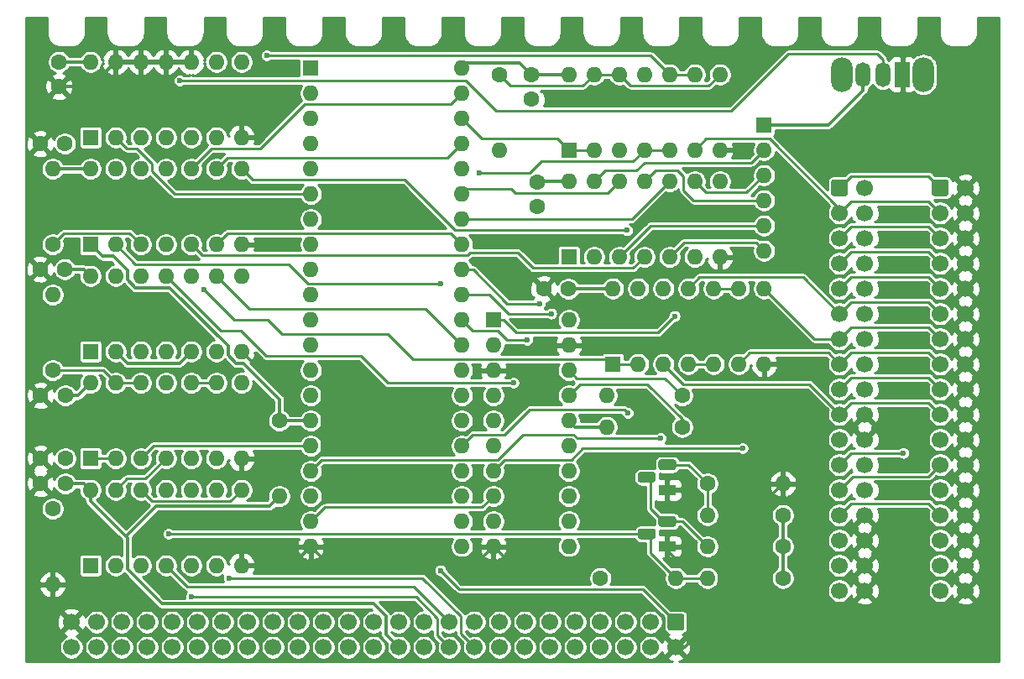
<source format=gbl>
G04 #@! TF.GenerationSoftware,KiCad,Pcbnew,(5.1.12)-1*
G04 #@! TF.CreationDate,2024-01-30T17:24:50+00:00*
G04 #@! TF.ProjectId,CPC-DDI20,4350432d-4444-4493-9230-2e6b69636164,rev?*
G04 #@! TF.SameCoordinates,Original*
G04 #@! TF.FileFunction,Copper,L2,Bot*
G04 #@! TF.FilePolarity,Positive*
%FSLAX46Y46*%
G04 Gerber Fmt 4.6, Leading zero omitted, Abs format (unit mm)*
G04 Created by KiCad (PCBNEW (5.1.12)-1) date 2024-01-30 17:24:50*
%MOMM*%
%LPD*%
G01*
G04 APERTURE LIST*
G04 #@! TA.AperFunction,ComponentPad*
%ADD10O,1.600000X1.600000*%
G04 #@! TD*
G04 #@! TA.AperFunction,ComponentPad*
%ADD11R,1.600000X1.600000*%
G04 #@! TD*
G04 #@! TA.AperFunction,ComponentPad*
%ADD12O,2.200000X3.500000*%
G04 #@! TD*
G04 #@! TA.AperFunction,ComponentPad*
%ADD13O,1.500000X2.500000*%
G04 #@! TD*
G04 #@! TA.AperFunction,ComponentPad*
%ADD14R,1.500000X2.500000*%
G04 #@! TD*
G04 #@! TA.AperFunction,ComponentPad*
%ADD15C,1.600000*%
G04 #@! TD*
G04 #@! TA.AperFunction,ComponentPad*
%ADD16C,1.700000*%
G04 #@! TD*
G04 #@! TA.AperFunction,ComponentPad*
%ADD17R,1.800000X1.100000*%
G04 #@! TD*
G04 #@! TA.AperFunction,ViaPad*
%ADD18C,0.600000*%
G04 #@! TD*
G04 #@! TA.AperFunction,Conductor*
%ADD19C,0.350000*%
G04 #@! TD*
G04 #@! TA.AperFunction,Conductor*
%ADD20C,0.250000*%
G04 #@! TD*
G04 #@! TA.AperFunction,Conductor*
%ADD21C,0.254000*%
G04 #@! TD*
G04 #@! TA.AperFunction,Conductor*
%ADD22C,0.100000*%
G04 #@! TD*
G04 APERTURE END LIST*
D10*
X208915000Y-117475000D03*
X224155000Y-125095000D03*
X211455000Y-117475000D03*
X221615000Y-125095000D03*
X213995000Y-117475000D03*
X219075000Y-125095000D03*
X216535000Y-117475000D03*
X216535000Y-125095000D03*
X219075000Y-117475000D03*
X213995000Y-125095000D03*
X221615000Y-117475000D03*
X211455000Y-125095000D03*
X224155000Y-117475000D03*
D11*
X208915000Y-125095000D03*
D10*
X160655000Y-127000000D03*
X175895000Y-134620000D03*
X163195000Y-127000000D03*
X173355000Y-134620000D03*
X165735000Y-127000000D03*
X170815000Y-134620000D03*
X168275000Y-127000000D03*
X168275000Y-134620000D03*
X170815000Y-127000000D03*
X165735000Y-134620000D03*
X173355000Y-127000000D03*
X163195000Y-134620000D03*
X175895000Y-127000000D03*
D11*
X160655000Y-134620000D03*
D12*
X236470000Y-106680000D03*
X244670000Y-106680000D03*
D13*
X238570000Y-106680000D03*
X240570000Y-106680000D03*
D14*
X242570000Y-106680000D03*
D15*
X155615000Y-145415000D03*
X158115000Y-145415000D03*
D10*
X228600000Y-124460000D03*
X228600000Y-121920000D03*
X228600000Y-119380000D03*
X228600000Y-116840000D03*
X228600000Y-114300000D03*
D11*
X228600000Y-111760000D03*
D10*
X160655000Y-137795000D03*
X175895000Y-145415000D03*
X163195000Y-137795000D03*
X173355000Y-145415000D03*
X165735000Y-137795000D03*
X170815000Y-145415000D03*
X168275000Y-137795000D03*
X168275000Y-145415000D03*
X170815000Y-137795000D03*
X165735000Y-145415000D03*
X173355000Y-137795000D03*
X163195000Y-145415000D03*
X175895000Y-137795000D03*
D11*
X160655000Y-145415000D03*
D16*
X158750000Y-164465000D03*
X161290000Y-164465000D03*
X163830000Y-164465000D03*
X166370000Y-164465000D03*
X168910000Y-164465000D03*
X171450000Y-164465000D03*
X173990000Y-164465000D03*
X176530000Y-164465000D03*
X179070000Y-164465000D03*
X181610000Y-164465000D03*
X184150000Y-164465000D03*
X186690000Y-164465000D03*
X189230000Y-164465000D03*
X191770000Y-164465000D03*
X194310000Y-164465000D03*
X196850000Y-164465000D03*
X199390000Y-164465000D03*
X201930000Y-164465000D03*
X204470000Y-164465000D03*
X207010000Y-164465000D03*
X209550000Y-164465000D03*
X212090000Y-164465000D03*
X214630000Y-164465000D03*
X217170000Y-164465000D03*
X219710000Y-164465000D03*
X158750000Y-161925000D03*
X161290000Y-161925000D03*
X163830000Y-161925000D03*
X166370000Y-161925000D03*
X168910000Y-161925000D03*
X171450000Y-161925000D03*
X173990000Y-161925000D03*
X176530000Y-161925000D03*
X179070000Y-161925000D03*
X181610000Y-161925000D03*
X184150000Y-161925000D03*
X186690000Y-161925000D03*
X189230000Y-161925000D03*
X191770000Y-161925000D03*
X194310000Y-161925000D03*
X196850000Y-161925000D03*
X199390000Y-161925000D03*
X201930000Y-161925000D03*
X204470000Y-161925000D03*
X207010000Y-161925000D03*
X209550000Y-161925000D03*
X212090000Y-161925000D03*
X214630000Y-161925000D03*
X217170000Y-161925000D03*
G04 #@! TA.AperFunction,ComponentPad*
G36*
G01*
X219110000Y-161075000D02*
X220310000Y-161075000D01*
G75*
G02*
X220560000Y-161325000I0J-250000D01*
G01*
X220560000Y-162525000D01*
G75*
G02*
X220310000Y-162775000I-250000J0D01*
G01*
X219110000Y-162775000D01*
G75*
G02*
X218860000Y-162525000I0J250000D01*
G01*
X218860000Y-161325000D01*
G75*
G02*
X219110000Y-161075000I250000J0D01*
G01*
G37*
G04 #@! TD.AperFunction*
D17*
X218840000Y-148590000D03*
G04 #@! TA.AperFunction,ComponentPad*
G36*
G01*
X219465000Y-146600000D02*
X218215000Y-146600000D01*
G75*
G02*
X217940000Y-146325000I0J275000D01*
G01*
X217940000Y-145775000D01*
G75*
G02*
X218215000Y-145500000I275000J0D01*
G01*
X219465000Y-145500000D01*
G75*
G02*
X219740000Y-145775000I0J-275000D01*
G01*
X219740000Y-146325000D01*
G75*
G02*
X219465000Y-146600000I-275000J0D01*
G01*
G37*
G04 #@! TD.AperFunction*
G04 #@! TA.AperFunction,ComponentPad*
G36*
G01*
X217395000Y-147870000D02*
X216145000Y-147870000D01*
G75*
G02*
X215870000Y-147595000I0J275000D01*
G01*
X215870000Y-147045000D01*
G75*
G02*
X216145000Y-146770000I275000J0D01*
G01*
X217395000Y-146770000D01*
G75*
G02*
X217670000Y-147045000I0J-275000D01*
G01*
X217670000Y-147595000D01*
G75*
G02*
X217395000Y-147870000I-275000J0D01*
G01*
G37*
G04 #@! TD.AperFunction*
X218840000Y-154305000D03*
G04 #@! TA.AperFunction,ComponentPad*
G36*
G01*
X219465000Y-152315000D02*
X218215000Y-152315000D01*
G75*
G02*
X217940000Y-152040000I0J275000D01*
G01*
X217940000Y-151490000D01*
G75*
G02*
X218215000Y-151215000I275000J0D01*
G01*
X219465000Y-151215000D01*
G75*
G02*
X219740000Y-151490000I0J-275000D01*
G01*
X219740000Y-152040000D01*
G75*
G02*
X219465000Y-152315000I-275000J0D01*
G01*
G37*
G04 #@! TD.AperFunction*
G04 #@! TA.AperFunction,ComponentPad*
G36*
G01*
X217395000Y-153585000D02*
X216145000Y-153585000D01*
G75*
G02*
X215870000Y-153310000I0J275000D01*
G01*
X215870000Y-152760000D01*
G75*
G02*
X216145000Y-152485000I275000J0D01*
G01*
X217395000Y-152485000D01*
G75*
G02*
X217670000Y-152760000I0J-275000D01*
G01*
X217670000Y-153310000D01*
G75*
G02*
X217395000Y-153585000I-275000J0D01*
G01*
G37*
G04 #@! TD.AperFunction*
D16*
X248920000Y-158750000D03*
X248920000Y-156210000D03*
X248920000Y-153670000D03*
X248920000Y-151130000D03*
X248920000Y-148590000D03*
X248920000Y-146050000D03*
X248920000Y-143510000D03*
X248920000Y-140970000D03*
X248920000Y-138430000D03*
X248920000Y-135890000D03*
X248920000Y-133350000D03*
X248920000Y-130810000D03*
X248920000Y-128270000D03*
X248920000Y-125730000D03*
X248920000Y-123190000D03*
X248920000Y-120650000D03*
X248920000Y-118110000D03*
X246380000Y-158750000D03*
X246380000Y-156210000D03*
X246380000Y-153670000D03*
X246380000Y-151130000D03*
X246380000Y-148590000D03*
X246380000Y-146050000D03*
X246380000Y-143510000D03*
X246380000Y-140970000D03*
X246380000Y-138430000D03*
X246380000Y-135890000D03*
X246380000Y-133350000D03*
X246380000Y-130810000D03*
X246380000Y-128270000D03*
X246380000Y-125730000D03*
X246380000Y-123190000D03*
X246380000Y-120650000D03*
G04 #@! TA.AperFunction,ComponentPad*
G36*
G01*
X245530000Y-118710000D02*
X245530000Y-117510000D01*
G75*
G02*
X245780000Y-117260000I250000J0D01*
G01*
X246980000Y-117260000D01*
G75*
G02*
X247230000Y-117510000I0J-250000D01*
G01*
X247230000Y-118710000D01*
G75*
G02*
X246980000Y-118960000I-250000J0D01*
G01*
X245780000Y-118960000D01*
G75*
G02*
X245530000Y-118710000I0J250000D01*
G01*
G37*
G04 #@! TD.AperFunction*
X238760000Y-158750000D03*
X238760000Y-156210000D03*
X238760000Y-153670000D03*
X238760000Y-151130000D03*
X238760000Y-148590000D03*
X238760000Y-146050000D03*
X238760000Y-143510000D03*
X238760000Y-140970000D03*
X238760000Y-138430000D03*
X238760000Y-135890000D03*
X238760000Y-133350000D03*
X238760000Y-130810000D03*
X238760000Y-128270000D03*
X238760000Y-125730000D03*
X238760000Y-123190000D03*
X238760000Y-120650000D03*
X238760000Y-118110000D03*
X236220000Y-158750000D03*
X236220000Y-156210000D03*
X236220000Y-153670000D03*
X236220000Y-151130000D03*
X236220000Y-148590000D03*
X236220000Y-146050000D03*
X236220000Y-143510000D03*
X236220000Y-140970000D03*
X236220000Y-138430000D03*
X236220000Y-135890000D03*
X236220000Y-133350000D03*
X236220000Y-130810000D03*
X236220000Y-128270000D03*
X236220000Y-125730000D03*
X236220000Y-123190000D03*
X236220000Y-120650000D03*
G04 #@! TA.AperFunction,ComponentPad*
G36*
G01*
X235370000Y-118710000D02*
X235370000Y-117510000D01*
G75*
G02*
X235620000Y-117260000I250000J0D01*
G01*
X236820000Y-117260000D01*
G75*
G02*
X237070000Y-117510000I0J-250000D01*
G01*
X237070000Y-118710000D01*
G75*
G02*
X236820000Y-118960000I-250000J0D01*
G01*
X235620000Y-118960000D01*
G75*
G02*
X235370000Y-118710000I0J250000D01*
G01*
G37*
G04 #@! TD.AperFunction*
D10*
X156845000Y-116205000D03*
D15*
X156845000Y-123825000D03*
X206375000Y-128310000D03*
X208875000Y-128310000D03*
X155575000Y-126325000D03*
X158075000Y-126325000D03*
X205105000Y-109180000D03*
X205105000Y-106680000D03*
X205740000Y-120015000D03*
X205740000Y-117515000D03*
D10*
X160655000Y-116205000D03*
X175895000Y-123825000D03*
X163195000Y-116205000D03*
X173355000Y-123825000D03*
X165735000Y-116205000D03*
X170815000Y-123825000D03*
X168275000Y-116205000D03*
X168275000Y-123825000D03*
X170815000Y-116205000D03*
X165735000Y-123825000D03*
X173355000Y-116205000D03*
X163195000Y-123825000D03*
X175895000Y-116205000D03*
D11*
X160655000Y-123825000D03*
D10*
X160655000Y-105410000D03*
X175895000Y-113030000D03*
X163195000Y-105410000D03*
X173355000Y-113030000D03*
X165735000Y-105410000D03*
X170815000Y-113030000D03*
X168275000Y-105410000D03*
X168275000Y-113030000D03*
X170815000Y-105410000D03*
X165735000Y-113030000D03*
X173355000Y-105410000D03*
X163195000Y-113030000D03*
X175895000Y-105410000D03*
D11*
X160655000Y-113030000D03*
D10*
X201930000Y-114300000D03*
D15*
X201930000Y-106680000D03*
D10*
X179705000Y-149225000D03*
D15*
X179705000Y-141605000D03*
D10*
X230505000Y-147955000D03*
D15*
X222885000Y-147955000D03*
D10*
X222885000Y-151130000D03*
D15*
X230505000Y-151130000D03*
D10*
X222885000Y-154305000D03*
D15*
X230505000Y-154305000D03*
D10*
X219710000Y-157480000D03*
D15*
X212090000Y-157480000D03*
D10*
X222885000Y-157480000D03*
D15*
X230505000Y-157480000D03*
D10*
X156845000Y-158115000D03*
D15*
X156845000Y-150495000D03*
D10*
X212725000Y-139065000D03*
D15*
X220345000Y-139065000D03*
D10*
X212725000Y-142240000D03*
D15*
X220345000Y-142240000D03*
D10*
X156845000Y-128905000D03*
D15*
X156845000Y-136525000D03*
D10*
X213360000Y-128270000D03*
X228600000Y-135890000D03*
X215900000Y-128270000D03*
X226060000Y-135890000D03*
X218440000Y-128270000D03*
X223520000Y-135890000D03*
X220980000Y-128270000D03*
X220980000Y-135890000D03*
X223520000Y-128270000D03*
X218440000Y-135890000D03*
X226060000Y-128270000D03*
X215900000Y-135890000D03*
X228600000Y-128270000D03*
D11*
X213360000Y-135890000D03*
D10*
X160655000Y-148590000D03*
X175895000Y-156210000D03*
X163195000Y-148590000D03*
X173355000Y-156210000D03*
X165735000Y-148590000D03*
X170815000Y-156210000D03*
X168275000Y-148590000D03*
X168275000Y-156210000D03*
X170815000Y-148590000D03*
X165735000Y-156210000D03*
X173355000Y-148590000D03*
X163195000Y-156210000D03*
X175895000Y-148590000D03*
D11*
X160655000Y-156210000D03*
D10*
X208915000Y-106680000D03*
X224155000Y-114300000D03*
X211455000Y-106680000D03*
X221615000Y-114300000D03*
X213995000Y-106680000D03*
X219075000Y-114300000D03*
X216535000Y-106680000D03*
X216535000Y-114300000D03*
X219075000Y-106680000D03*
X213995000Y-114300000D03*
X221615000Y-106680000D03*
X211455000Y-114300000D03*
X224155000Y-106680000D03*
D11*
X208915000Y-114300000D03*
D10*
X208915000Y-131445000D03*
X201295000Y-154305000D03*
X208915000Y-133985000D03*
X201295000Y-151765000D03*
X208915000Y-136525000D03*
X201295000Y-149225000D03*
X208915000Y-139065000D03*
X201295000Y-146685000D03*
X208915000Y-141605000D03*
X201295000Y-144145000D03*
X208915000Y-144145000D03*
X201295000Y-141605000D03*
X208915000Y-146685000D03*
X201295000Y-139065000D03*
X208915000Y-149225000D03*
X201295000Y-136525000D03*
X208915000Y-151765000D03*
X201295000Y-133985000D03*
X208915000Y-154305000D03*
D11*
X201295000Y-131445000D03*
D10*
X198120000Y-106045000D03*
X182880000Y-154305000D03*
X198120000Y-108585000D03*
X182880000Y-151765000D03*
X198120000Y-111125000D03*
X182880000Y-149225000D03*
X198120000Y-113665000D03*
X182880000Y-146685000D03*
X198120000Y-116205000D03*
X182880000Y-144145000D03*
X198120000Y-118745000D03*
X182880000Y-141605000D03*
X198120000Y-121285000D03*
X182880000Y-139065000D03*
X198120000Y-123825000D03*
X182880000Y-136525000D03*
X198120000Y-126365000D03*
X182880000Y-133985000D03*
X198120000Y-128905000D03*
X182880000Y-131445000D03*
X198120000Y-131445000D03*
X182880000Y-128905000D03*
X198120000Y-133985000D03*
X182880000Y-126365000D03*
X198120000Y-136525000D03*
X182880000Y-123825000D03*
X198120000Y-139065000D03*
X182880000Y-121285000D03*
X198120000Y-141605000D03*
X182880000Y-118745000D03*
X198120000Y-144145000D03*
X182880000Y-116205000D03*
X198120000Y-146685000D03*
X182880000Y-113665000D03*
X198120000Y-149225000D03*
X182880000Y-111125000D03*
X198120000Y-151765000D03*
X182880000Y-108585000D03*
X198120000Y-154305000D03*
D11*
X182880000Y-106045000D03*
D15*
X157480000Y-107910000D03*
X157480000Y-105410000D03*
X155575000Y-113665000D03*
X158075000Y-113665000D03*
X155615000Y-139065000D03*
X158115000Y-139065000D03*
X155615000Y-147955000D03*
X158115000Y-147955000D03*
D18*
X218186000Y-143383000D03*
X205994000Y-129794000D03*
X207137000Y-130810002D03*
X204724000Y-133477000D03*
X199898000Y-116586000D03*
X214884000Y-140843000D03*
X226441000Y-144399000D03*
X203327000Y-137795000D03*
X219583000Y-131064000D03*
X214776409Y-122410001D03*
X172085000Y-128397000D03*
X168529000Y-153035000D03*
X242664999Y-144875000D03*
X195961000Y-127762000D03*
X195961000Y-156718000D03*
X170815000Y-159385000D03*
X174625000Y-157480000D03*
X178435000Y-104775000D03*
X169672001Y-107315000D03*
D19*
X160695000Y-107910000D02*
X163195000Y-105410000D01*
X157480000Y-107910000D02*
X160695000Y-107910000D01*
X163195000Y-105410000D02*
X170815000Y-105410000D01*
X180975000Y-156210000D02*
X182880000Y-154305000D01*
X175895000Y-156210000D02*
X180975000Y-156210000D01*
X200119999Y-155480001D02*
X201295000Y-154305000D01*
X184055001Y-155480001D02*
X200119999Y-155480001D01*
X182880000Y-154305000D02*
X184055001Y-155480001D01*
X219615001Y-155480001D02*
X218440000Y-154305000D01*
X222624003Y-155480001D02*
X219615001Y-155480001D01*
X224060001Y-160114999D02*
X224060001Y-156915999D01*
X229329999Y-151035001D02*
X223754501Y-156610499D01*
X229329999Y-149130001D02*
X229329999Y-151035001D01*
X230505000Y-147955000D02*
X229329999Y-149130001D01*
X223754501Y-156610499D02*
X222624003Y-155480001D01*
X224060001Y-156915999D02*
X223754501Y-156610499D01*
X239985001Y-157524999D02*
X238760000Y-158750000D01*
X247694999Y-157524999D02*
X239985001Y-157524999D01*
X248920000Y-158750000D02*
X247694999Y-157524999D01*
X223901000Y-160274000D02*
X224060001Y-160114999D01*
X183442880Y-145415000D02*
X184055001Y-144802879D01*
X175895000Y-145415000D02*
X183442880Y-145415000D01*
X183547001Y-137889999D02*
X184055001Y-138397999D01*
X175895000Y-134620000D02*
X179164999Y-137889999D01*
X179164999Y-137889999D02*
X183547001Y-137889999D01*
X184055001Y-144802879D02*
X184055001Y-138397999D01*
X238760000Y-158750000D02*
X237534999Y-157524999D01*
X229450002Y-160274000D02*
X223901000Y-160274000D01*
X232199003Y-157524999D02*
X229450002Y-160274000D01*
X237534999Y-157524999D02*
X232199003Y-157524999D01*
X201295000Y-154305000D02*
X202470001Y-155480001D01*
X220935010Y-164128990D02*
X220599000Y-164465000D01*
X220599000Y-164465000D02*
X219710000Y-164465000D01*
X215348901Y-155480001D02*
X220935010Y-161066110D01*
X220935010Y-161066110D02*
X220935010Y-164128990D01*
X219710000Y-164465000D02*
X223901000Y-160274000D01*
X202470001Y-155480001D02*
X215348901Y-155480001D01*
X230505000Y-157480000D02*
X230505000Y-154305000D01*
X230505000Y-154305000D02*
X230505000Y-151130000D01*
X209550000Y-142240000D02*
X208915000Y-141605000D01*
X212725000Y-142240000D02*
X209550000Y-142240000D01*
X209590000Y-128270000D02*
X209550000Y-128310000D01*
X213360000Y-128270000D02*
X209590000Y-128270000D01*
X205780000Y-117475000D02*
X205740000Y-117515000D01*
X208915000Y-117475000D02*
X205780000Y-117475000D01*
X160655000Y-105410000D02*
X157480000Y-105410000D01*
X156845000Y-116205000D02*
X160655000Y-116205000D01*
X159980000Y-126325000D02*
X160655000Y-127000000D01*
X158075000Y-126325000D02*
X159980000Y-126325000D01*
X169639999Y-135795001D02*
X170815000Y-134620000D01*
X164370001Y-135795001D02*
X169639999Y-135795001D01*
X163195000Y-134620000D02*
X164370001Y-135795001D01*
X159385000Y-139065000D02*
X160655000Y-137795000D01*
X158115000Y-139065000D02*
X159385000Y-139065000D01*
X160020000Y-147955000D02*
X160655000Y-148590000D01*
X158115000Y-147955000D02*
X160020000Y-147955000D01*
X160655000Y-149721370D02*
X160655000Y-148590000D01*
X164370001Y-156584003D02*
X164370001Y-153436371D01*
X167845999Y-160060001D02*
X164370001Y-156584003D01*
X167284989Y-150215011D02*
X164216815Y-153283185D01*
X179705000Y-149225000D02*
X178714989Y-150215011D01*
X178714989Y-150215011D02*
X167284989Y-150215011D01*
X164216815Y-153283185D02*
X160655000Y-149721370D01*
X164370001Y-153436371D02*
X164216815Y-153283185D01*
X208915000Y-106680000D02*
X205105000Y-106680000D01*
X203929999Y-105504999D02*
X198660001Y-105504999D01*
X198660001Y-105504999D02*
X198120000Y-106045000D01*
X205105000Y-106680000D02*
X203929999Y-105504999D01*
X238570000Y-108280000D02*
X235090000Y-111760000D01*
X235090000Y-111760000D02*
X228600000Y-111760000D01*
X238570000Y-106680000D02*
X238570000Y-108280000D01*
X191770000Y-164465000D02*
X190455001Y-163150001D01*
X190455001Y-163150001D02*
X190455001Y-161336999D01*
X190455001Y-161336999D02*
X189178003Y-160060001D01*
X189178003Y-160060001D02*
X167845999Y-160060001D01*
D20*
X164320001Y-114155001D02*
X163195000Y-113030000D01*
X165350003Y-114155001D02*
X164320001Y-114155001D01*
X166860001Y-116455003D02*
X166860001Y-115664999D01*
X169149998Y-118745000D02*
X166860001Y-116455003D01*
X166860001Y-115664999D02*
X165350003Y-114155001D01*
X182880000Y-118745000D02*
X169149998Y-118745000D01*
X166225001Y-147464999D02*
X168275000Y-145415000D01*
X164320001Y-147464999D02*
X166225001Y-147464999D01*
X163195000Y-148590000D02*
X164320001Y-147464999D01*
X165735000Y-137795000D02*
X163195000Y-137795000D01*
X161925000Y-136525000D02*
X156845000Y-136525000D01*
X163195000Y-137795000D02*
X161925000Y-136525000D01*
X170815000Y-116205000D02*
X172847000Y-114173000D01*
X182262999Y-109710001D02*
X177800000Y-114173000D01*
X196994999Y-109710001D02*
X182262999Y-109710001D01*
X198120000Y-108585000D02*
X196994999Y-109710001D01*
X172847000Y-114173000D02*
X177800000Y-114173000D01*
X184294999Y-150350001D02*
X182880000Y-151765000D01*
X200169999Y-150350001D02*
X184294999Y-150350001D01*
X201295000Y-149225000D02*
X200169999Y-150350001D01*
X211455000Y-114300000D02*
X208915000Y-114300000D01*
X200169999Y-113174999D02*
X198120000Y-111125000D01*
X207789999Y-113174999D02*
X200169999Y-113174999D01*
X208915000Y-114300000D02*
X207789999Y-113174999D01*
X196705001Y-115079999D02*
X198120000Y-113665000D01*
X174480001Y-115079999D02*
X196705001Y-115079999D01*
X173355000Y-116205000D02*
X174480001Y-115079999D01*
X201783591Y-145559999D02*
X204323591Y-143019999D01*
X182880000Y-146685000D02*
X184005001Y-145559999D01*
X184005001Y-145559999D02*
X201783591Y-145559999D01*
X204323591Y-143019999D02*
X209405001Y-143019999D01*
X209405001Y-143019999D02*
X209768002Y-143383000D01*
X209768002Y-143383000D02*
X218186000Y-143383000D01*
X167005000Y-144145000D02*
X182880000Y-144145000D01*
X165735000Y-145415000D02*
X167005000Y-144145000D01*
X198610001Y-118254999D02*
X198120000Y-118745000D01*
X203490003Y-118640001D02*
X203105001Y-118254999D01*
X212829999Y-118640001D02*
X203490003Y-118640001D01*
X203105001Y-118254999D02*
X198610001Y-118254999D01*
X213995000Y-117475000D02*
X212829999Y-118640001D01*
X215265000Y-121285000D02*
X198120000Y-121285000D01*
X219075000Y-117475000D02*
X215265000Y-121285000D01*
X174480001Y-122699999D02*
X173355000Y-123825000D01*
X196994999Y-122699999D02*
X174480001Y-122699999D01*
X198120000Y-123825000D02*
X196994999Y-122699999D01*
X198120000Y-126365000D02*
X199251370Y-126365000D01*
X199251370Y-126365000D02*
X202680370Y-129794000D01*
X202680370Y-129794000D02*
X205994000Y-129794000D01*
X202845004Y-130810002D02*
X207137000Y-130810002D01*
X200940002Y-128905000D02*
X202845004Y-130810002D01*
X198120000Y-128905000D02*
X200940002Y-128905000D01*
X198120000Y-131445000D02*
X199245001Y-132570001D01*
X199245001Y-132570001D02*
X201783591Y-132570001D01*
X201783591Y-132570001D02*
X202690590Y-133477000D01*
X202690590Y-133477000D02*
X204724000Y-133477000D01*
X194454999Y-130319999D02*
X198120000Y-133985000D01*
X176674999Y-130319999D02*
X194454999Y-130319999D01*
X173355000Y-127000000D02*
X176674999Y-130319999D01*
X219075000Y-114300000D02*
X216535000Y-114300000D01*
X216535000Y-114300000D02*
X215409999Y-115425001D01*
X215409999Y-115425001D02*
X206164997Y-115425001D01*
X205003998Y-116586000D02*
X205308499Y-116281499D01*
X199898000Y-116586000D02*
X205003998Y-116586000D01*
X206164997Y-115425001D02*
X205308499Y-116281499D01*
X199245001Y-143019999D02*
X198120000Y-144145000D01*
X204960001Y-140479999D02*
X202420001Y-143019999D01*
X214520999Y-140479999D02*
X204960001Y-140479999D01*
X214884000Y-140843000D02*
X214520999Y-140479999D01*
X202420001Y-143019999D02*
X199245001Y-143019999D01*
X166860001Y-149715001D02*
X165735000Y-148590000D01*
X174769999Y-149715001D02*
X166860001Y-149715001D01*
X175895000Y-148590000D02*
X174769999Y-149715001D01*
X218604999Y-137324999D02*
X220345000Y-139065000D01*
X209714999Y-137324999D02*
X218604999Y-137324999D01*
X208915000Y-136525000D02*
X209714999Y-137324999D01*
X220345000Y-141442002D02*
X220345000Y-142240000D01*
X216842997Y-137939999D02*
X220345000Y-141442002D01*
X210040001Y-137939999D02*
X216842997Y-137939999D01*
X208915000Y-139065000D02*
X210040001Y-137939999D01*
X223520000Y-128270000D02*
X226060000Y-128270000D01*
X202420001Y-145559999D02*
X201295000Y-146685000D01*
X209165003Y-145559999D02*
X202420001Y-145559999D01*
X210326002Y-144399000D02*
X209165003Y-145559999D01*
X226441000Y-144399000D02*
X210326002Y-144399000D01*
X190627000Y-137795000D02*
X203327000Y-137795000D01*
X187942001Y-135110001D02*
X190627000Y-137795000D01*
X178417001Y-135110001D02*
X187942001Y-135110001D01*
X175877001Y-132570001D02*
X178417001Y-135110001D01*
X173845001Y-132570001D02*
X175877001Y-132570001D01*
X168275000Y-127000000D02*
X173845001Y-132570001D01*
X217941999Y-132705001D02*
X219283001Y-131363999D01*
X201295000Y-131445000D02*
X202345000Y-131445000D01*
X203605001Y-132705001D02*
X217941999Y-132705001D01*
X202345000Y-131445000D02*
X203605001Y-132705001D01*
X219283001Y-131363999D02*
X219583000Y-131064000D01*
X223520000Y-135890000D02*
X220980000Y-135890000D01*
X177020001Y-117330001D02*
X175895000Y-116205000D01*
X192387001Y-117330001D02*
X177020001Y-117330001D01*
X214776409Y-122410001D02*
X197467001Y-122410001D01*
X197467001Y-122410001D02*
X192387001Y-117330001D01*
X245204999Y-119474999D02*
X246380000Y-120650000D01*
X237395001Y-119474999D02*
X245204999Y-119474999D01*
X236220000Y-120650000D02*
X237395001Y-119474999D01*
X222740001Y-113174999D02*
X221615000Y-114300000D01*
X229140001Y-113174999D02*
X222740001Y-113174999D01*
X236220000Y-120254998D02*
X229140001Y-113174999D01*
X236220000Y-120650000D02*
X236220000Y-120254998D01*
X237395001Y-137254999D02*
X236220000Y-138430000D01*
X245204999Y-137254999D02*
X237395001Y-137254999D01*
X246380000Y-138430000D02*
X245204999Y-137254999D01*
X237395001Y-132174999D02*
X236220000Y-133350000D01*
X245204999Y-132174999D02*
X237395001Y-132174999D01*
X246380000Y-133350000D02*
X245204999Y-132174999D01*
X233680000Y-133350000D02*
X228600000Y-128270000D01*
X236220000Y-133350000D02*
X233680000Y-133350000D01*
X245204999Y-129634999D02*
X246380000Y-130810000D01*
X237395001Y-129634999D02*
X245204999Y-129634999D01*
X236220000Y-130810000D02*
X237395001Y-129634999D01*
X222105001Y-127144999D02*
X220980000Y-128270000D01*
X232554999Y-127144999D02*
X222105001Y-127144999D01*
X236220000Y-130810000D02*
X232554999Y-127144999D01*
X245204999Y-139794999D02*
X246380000Y-140970000D01*
X237395001Y-139794999D02*
X245204999Y-139794999D01*
X236220000Y-140970000D02*
X237395001Y-139794999D01*
X220489999Y-137939999D02*
X218440000Y-135890000D01*
X233189999Y-137939999D02*
X220489999Y-137939999D01*
X236220000Y-140970000D02*
X233189999Y-137939999D01*
X215900000Y-135890000D02*
X213360000Y-135890000D01*
X193184999Y-135399999D02*
X212869999Y-135399999D01*
X190609001Y-132859999D02*
X190627000Y-132842000D01*
X179976999Y-132859999D02*
X190609001Y-132859999D01*
X178562000Y-131445000D02*
X179976999Y-132859999D01*
X190627000Y-132842000D02*
X193184999Y-135399999D01*
X175133000Y-131445000D02*
X178562000Y-131445000D01*
X212869999Y-135399999D02*
X213360000Y-135890000D01*
X172085000Y-128397000D02*
X175133000Y-131445000D01*
X245204999Y-134714999D02*
X246380000Y-135890000D01*
X237395001Y-134714999D02*
X245204999Y-134714999D01*
X236220000Y-135890000D02*
X237395001Y-134714999D01*
X227185001Y-134764999D02*
X226060000Y-135890000D01*
X235094999Y-134764999D02*
X227185001Y-134764999D01*
X236220000Y-135890000D02*
X235094999Y-134764999D01*
X173355000Y-137795000D02*
X170815000Y-137795000D01*
X160655000Y-145415000D02*
X163195000Y-145415000D01*
X219710000Y-157480000D02*
X222885000Y-157480000D01*
X217170000Y-154940000D02*
X219710000Y-157480000D01*
X217170000Y-153035000D02*
X217170000Y-154940000D01*
X217170000Y-153035000D02*
X168529000Y-153035000D01*
X237395001Y-116934999D02*
X236220000Y-118110000D01*
X245204999Y-116934999D02*
X237395001Y-116934999D01*
X246380000Y-118110000D02*
X245204999Y-116934999D01*
X228600000Y-114300000D02*
X227330000Y-115570000D01*
X215755001Y-116349999D02*
X216535000Y-115570000D01*
X212580001Y-116349999D02*
X215755001Y-116349999D01*
X211455000Y-117475000D02*
X212580001Y-116349999D01*
X227330000Y-115570000D02*
X216535000Y-115570000D01*
X245204999Y-149954999D02*
X246380000Y-151130000D01*
X237395001Y-149954999D02*
X245204999Y-149954999D01*
X236220000Y-151130000D02*
X237395001Y-149954999D01*
X220509999Y-123660001D02*
X219075000Y-125095000D01*
X227800001Y-123660001D02*
X220509999Y-123660001D01*
X228600000Y-124460000D02*
X227800001Y-123660001D01*
X245204999Y-124554999D02*
X246380000Y-125730000D01*
X237395001Y-124554999D02*
X245204999Y-124554999D01*
X236220000Y-125730000D02*
X237395001Y-124554999D01*
X220489999Y-118381999D02*
X221488000Y-119380000D01*
X219904999Y-116349999D02*
X220489999Y-116934999D01*
X220489999Y-116934999D02*
X220489999Y-118381999D01*
X216535000Y-117475000D02*
X217660001Y-116349999D01*
X217660001Y-116349999D02*
X219904999Y-116349999D01*
X228600000Y-119380000D02*
X221488000Y-119380000D01*
X237395001Y-122014999D02*
X236220000Y-123190000D01*
X245204999Y-122014999D02*
X237395001Y-122014999D01*
X246380000Y-123190000D02*
X245204999Y-122014999D01*
X222740001Y-118600001D02*
X221615000Y-117475000D01*
X226839999Y-118600001D02*
X222740001Y-118600001D01*
X228600000Y-116840000D02*
X226839999Y-118600001D01*
X237395001Y-127094999D02*
X236220000Y-128270000D01*
X245204999Y-127094999D02*
X237395001Y-127094999D01*
X246380000Y-128270000D02*
X245204999Y-127094999D01*
X217170000Y-121920000D02*
X213995000Y-125095000D01*
X228600000Y-121920000D02*
X217170000Y-121920000D01*
X237584999Y-147225001D02*
X236220000Y-148590000D01*
X245204999Y-147225001D02*
X237584999Y-147225001D01*
X246380000Y-146050000D02*
X245204999Y-147225001D01*
X213995000Y-106680000D02*
X211455000Y-106680000D01*
X210329999Y-107805001D02*
X211455000Y-106680000D01*
X203055001Y-107805001D02*
X210329999Y-107805001D01*
X201930000Y-106680000D02*
X203055001Y-107805001D01*
X215120001Y-107805001D02*
X213995000Y-106680000D01*
X223029999Y-107805001D02*
X215120001Y-107805001D01*
X224155000Y-106680000D02*
X223029999Y-107805001D01*
X220345000Y-151765000D02*
X222885000Y-154305000D01*
X218440000Y-151765000D02*
X220345000Y-151765000D01*
X217170000Y-150495000D02*
X218440000Y-151765000D01*
X217170000Y-147320000D02*
X217170000Y-150495000D01*
X220980000Y-146050000D02*
X222885000Y-147955000D01*
X218440000Y-146050000D02*
X220980000Y-146050000D01*
X222885000Y-147955000D02*
X222885000Y-151130000D01*
X157970001Y-122699999D02*
X156845000Y-123825000D01*
X164609999Y-122699999D02*
X157970001Y-122699999D01*
X165735000Y-123825000D02*
X164609999Y-122699999D01*
X236220000Y-146050000D02*
X237395000Y-144875000D01*
X237395000Y-144875000D02*
X242664999Y-144875000D01*
X163195000Y-123825000D02*
X165194999Y-125824999D01*
X165194999Y-125824999D02*
X180674997Y-125824999D01*
X180674997Y-125824999D02*
X182611998Y-127762000D01*
X182611998Y-127762000D02*
X195961000Y-127762000D01*
X197848001Y-158605001D02*
X195961000Y-156718000D01*
X216390001Y-158605001D02*
X197848001Y-158605001D01*
X219710000Y-161925000D02*
X216390001Y-158605001D01*
X193509002Y-159385000D02*
X195674999Y-161550997D01*
X170815000Y-159385000D02*
X193509002Y-159385000D01*
X195674999Y-163289999D02*
X196850000Y-164465000D01*
X195674999Y-161550997D02*
X195674999Y-163289999D01*
X199390000Y-164465000D02*
X198025001Y-163100001D01*
X198025001Y-163100001D02*
X198025001Y-161360999D01*
X198025001Y-161360999D02*
X194144002Y-157480000D01*
X194144002Y-157480000D02*
X174625000Y-157480000D01*
X168275000Y-156210000D02*
X170434000Y-158369000D01*
X170434000Y-158369000D02*
X193294000Y-158369000D01*
X193294000Y-158369000D02*
X196850000Y-161925000D01*
X171940001Y-124950001D02*
X170815000Y-123825000D01*
X198660001Y-124950001D02*
X171940001Y-124950001D01*
X198965003Y-124644999D02*
X198660001Y-124950001D01*
X203740001Y-124644999D02*
X198965003Y-124644999D01*
X205315003Y-126220001D02*
X203740001Y-124644999D01*
X215409999Y-126220001D02*
X205315003Y-126220001D01*
X216535000Y-125095000D02*
X215409999Y-126220001D01*
D19*
X179705000Y-141605000D02*
X182880000Y-141605000D01*
X164370001Y-126435999D02*
X162934003Y-125000001D01*
X165170999Y-128175001D02*
X164370001Y-127374003D01*
X162934003Y-125000001D02*
X161830001Y-125000001D01*
X168649003Y-128175001D02*
X165170999Y-128175001D01*
X164370001Y-127374003D02*
X164370001Y-126435999D01*
X174530001Y-134994003D02*
X174530001Y-134055999D01*
X174530001Y-134055999D02*
X168649003Y-128175001D01*
X175330999Y-135795001D02*
X174530001Y-134994003D01*
X176054001Y-135795001D02*
X175330999Y-135795001D01*
X179705000Y-139446000D02*
X176054001Y-135795001D01*
X161830001Y-125000001D02*
X160655000Y-123825000D01*
X179705000Y-141605000D02*
X179705000Y-139446000D01*
D20*
X221615000Y-106680000D02*
X219075000Y-106680000D01*
X217170000Y-104775000D02*
X178435000Y-104775000D01*
X219075000Y-106680000D02*
X217170000Y-104775000D01*
X198515002Y-107315000D02*
X169672001Y-107315000D01*
X201553003Y-110353001D02*
X198515002Y-107315000D01*
X231036012Y-104604990D02*
X225288001Y-110353001D01*
X240570000Y-106680000D02*
X240570000Y-105180000D01*
X239994990Y-104604990D02*
X231036012Y-104604990D01*
X225288001Y-110353001D02*
X201553003Y-110353001D01*
X240570000Y-105180000D02*
X239994990Y-104604990D01*
D21*
X156244001Y-102522399D02*
X156245943Y-102542120D01*
X156245900Y-102548311D01*
X156246522Y-102554647D01*
X156266923Y-102748744D01*
X156275234Y-102789233D01*
X156282977Y-102829825D01*
X156284817Y-102835916D01*
X156284818Y-102835922D01*
X156284820Y-102835928D01*
X156342530Y-103022358D01*
X156358537Y-103060437D01*
X156374027Y-103098778D01*
X156377017Y-103104400D01*
X156469842Y-103276077D01*
X156492968Y-103310364D01*
X156515584Y-103344925D01*
X156519601Y-103349850D01*
X156519607Y-103349858D01*
X156519614Y-103349865D01*
X156644012Y-103500237D01*
X156673345Y-103529366D01*
X156702254Y-103558887D01*
X156707161Y-103562946D01*
X156858403Y-103686296D01*
X156892847Y-103709181D01*
X156926928Y-103732517D01*
X156932521Y-103735541D01*
X156932529Y-103735546D01*
X156932537Y-103735549D01*
X157104852Y-103827171D01*
X157143066Y-103842921D01*
X157181049Y-103859201D01*
X157187132Y-103861084D01*
X157373968Y-103917493D01*
X157414511Y-103925521D01*
X157454935Y-103934114D01*
X157461268Y-103934779D01*
X157655501Y-103953824D01*
X157655507Y-103953824D01*
X157677601Y-103956000D01*
X158722399Y-103956000D01*
X158742129Y-103954057D01*
X158748311Y-103954100D01*
X158754647Y-103953478D01*
X158948744Y-103933077D01*
X158989233Y-103924766D01*
X159029825Y-103917023D01*
X159035916Y-103915183D01*
X159035922Y-103915182D01*
X159035928Y-103915180D01*
X159222358Y-103857470D01*
X159260437Y-103841463D01*
X159298778Y-103825973D01*
X159304400Y-103822983D01*
X159476077Y-103730158D01*
X159510364Y-103707032D01*
X159544925Y-103684416D01*
X159549850Y-103680399D01*
X159549858Y-103680393D01*
X159549865Y-103680386D01*
X159700237Y-103555988D01*
X159729366Y-103526655D01*
X159758887Y-103497746D01*
X159762946Y-103492839D01*
X159886296Y-103341597D01*
X159909181Y-103307153D01*
X159932517Y-103273072D01*
X159935541Y-103267479D01*
X159935546Y-103267471D01*
X159935549Y-103267463D01*
X160027171Y-103095148D01*
X160042921Y-103056934D01*
X160059201Y-103018951D01*
X160061084Y-103012868D01*
X160117493Y-102826032D01*
X160125521Y-102785489D01*
X160134114Y-102745065D01*
X160134779Y-102738732D01*
X160153824Y-102544499D01*
X160153824Y-102544493D01*
X160156000Y-102522399D01*
X160156000Y-100956000D01*
X162244001Y-100956000D01*
X162244000Y-102522398D01*
X162245943Y-102542128D01*
X162245900Y-102548311D01*
X162246522Y-102554647D01*
X162266923Y-102748744D01*
X162275234Y-102789233D01*
X162282977Y-102829825D01*
X162284817Y-102835916D01*
X162284818Y-102835922D01*
X162284820Y-102835928D01*
X162342530Y-103022358D01*
X162358537Y-103060437D01*
X162374027Y-103098778D01*
X162377017Y-103104400D01*
X162469842Y-103276077D01*
X162492968Y-103310364D01*
X162515584Y-103344925D01*
X162519601Y-103349850D01*
X162519607Y-103349858D01*
X162519614Y-103349865D01*
X162644012Y-103500237D01*
X162673345Y-103529366D01*
X162702254Y-103558887D01*
X162707161Y-103562946D01*
X162858403Y-103686296D01*
X162892847Y-103709181D01*
X162926928Y-103732517D01*
X162932521Y-103735541D01*
X162932529Y-103735546D01*
X162932537Y-103735549D01*
X163104852Y-103827171D01*
X163143066Y-103842921D01*
X163181049Y-103859201D01*
X163187132Y-103861084D01*
X163373968Y-103917493D01*
X163414511Y-103925521D01*
X163454935Y-103934114D01*
X163461268Y-103934779D01*
X163655501Y-103953824D01*
X163655507Y-103953824D01*
X163677601Y-103956000D01*
X164722399Y-103956000D01*
X164742129Y-103954057D01*
X164748311Y-103954100D01*
X164754647Y-103953478D01*
X164948744Y-103933077D01*
X164989233Y-103924766D01*
X165029825Y-103917023D01*
X165035916Y-103915183D01*
X165035922Y-103915182D01*
X165035928Y-103915180D01*
X165222358Y-103857470D01*
X165260437Y-103841463D01*
X165298778Y-103825973D01*
X165304400Y-103822983D01*
X165476077Y-103730158D01*
X165510364Y-103707032D01*
X165544925Y-103684416D01*
X165549850Y-103680399D01*
X165549858Y-103680393D01*
X165549865Y-103680386D01*
X165700237Y-103555988D01*
X165729366Y-103526655D01*
X165758887Y-103497746D01*
X165762946Y-103492839D01*
X165886296Y-103341597D01*
X165909181Y-103307153D01*
X165932517Y-103273072D01*
X165935541Y-103267479D01*
X165935546Y-103267471D01*
X165935549Y-103267463D01*
X166027171Y-103095148D01*
X166042921Y-103056934D01*
X166059201Y-103018951D01*
X166061084Y-103012868D01*
X166117493Y-102826032D01*
X166125521Y-102785489D01*
X166134114Y-102745065D01*
X166134779Y-102738732D01*
X166153824Y-102544499D01*
X166153824Y-102544493D01*
X166156000Y-102522399D01*
X166156000Y-100956000D01*
X168244001Y-100956000D01*
X168244000Y-102522398D01*
X168245943Y-102542128D01*
X168245900Y-102548311D01*
X168246522Y-102554647D01*
X168266923Y-102748744D01*
X168275234Y-102789233D01*
X168282977Y-102829825D01*
X168284817Y-102835916D01*
X168284818Y-102835922D01*
X168284820Y-102835928D01*
X168342530Y-103022358D01*
X168358537Y-103060437D01*
X168374027Y-103098778D01*
X168377017Y-103104400D01*
X168469842Y-103276077D01*
X168492968Y-103310364D01*
X168515584Y-103344925D01*
X168519601Y-103349850D01*
X168519607Y-103349858D01*
X168519614Y-103349865D01*
X168644012Y-103500237D01*
X168673345Y-103529366D01*
X168702254Y-103558887D01*
X168707161Y-103562946D01*
X168858403Y-103686296D01*
X168892847Y-103709181D01*
X168926928Y-103732517D01*
X168932521Y-103735541D01*
X168932529Y-103735546D01*
X168932537Y-103735549D01*
X169104852Y-103827171D01*
X169143066Y-103842921D01*
X169181049Y-103859201D01*
X169187132Y-103861084D01*
X169373968Y-103917493D01*
X169414511Y-103925521D01*
X169454935Y-103934114D01*
X169461268Y-103934779D01*
X169655501Y-103953824D01*
X169655507Y-103953824D01*
X169677601Y-103956000D01*
X170722399Y-103956000D01*
X170742129Y-103954057D01*
X170748311Y-103954100D01*
X170754647Y-103953478D01*
X170948744Y-103933077D01*
X170989233Y-103924766D01*
X171029825Y-103917023D01*
X171035916Y-103915183D01*
X171035922Y-103915182D01*
X171035928Y-103915180D01*
X171222358Y-103857470D01*
X171260437Y-103841463D01*
X171298778Y-103825973D01*
X171304400Y-103822983D01*
X171476077Y-103730158D01*
X171510364Y-103707032D01*
X171544925Y-103684416D01*
X171549850Y-103680399D01*
X171549858Y-103680393D01*
X171549865Y-103680386D01*
X171700237Y-103555988D01*
X171729366Y-103526655D01*
X171758887Y-103497746D01*
X171762946Y-103492839D01*
X171886296Y-103341597D01*
X171909181Y-103307153D01*
X171932517Y-103273072D01*
X171935541Y-103267479D01*
X171935546Y-103267471D01*
X171935549Y-103267463D01*
X172027171Y-103095148D01*
X172042921Y-103056934D01*
X172059201Y-103018951D01*
X172061084Y-103012868D01*
X172117493Y-102826032D01*
X172125521Y-102785489D01*
X172134114Y-102745065D01*
X172134779Y-102738732D01*
X172153824Y-102544499D01*
X172153824Y-102544493D01*
X172156000Y-102522399D01*
X172156000Y-100956000D01*
X174244001Y-100956000D01*
X174244000Y-102522398D01*
X174245943Y-102542128D01*
X174245900Y-102548311D01*
X174246522Y-102554647D01*
X174266923Y-102748744D01*
X174275234Y-102789233D01*
X174282977Y-102829825D01*
X174284817Y-102835916D01*
X174284818Y-102835922D01*
X174284820Y-102835928D01*
X174342530Y-103022358D01*
X174358537Y-103060437D01*
X174374027Y-103098778D01*
X174377017Y-103104400D01*
X174469842Y-103276077D01*
X174492968Y-103310364D01*
X174515584Y-103344925D01*
X174519601Y-103349850D01*
X174519607Y-103349858D01*
X174519614Y-103349865D01*
X174644012Y-103500237D01*
X174673345Y-103529366D01*
X174702254Y-103558887D01*
X174707161Y-103562946D01*
X174858403Y-103686296D01*
X174892847Y-103709181D01*
X174926928Y-103732517D01*
X174932521Y-103735541D01*
X174932529Y-103735546D01*
X174932537Y-103735549D01*
X175104852Y-103827171D01*
X175143066Y-103842921D01*
X175181049Y-103859201D01*
X175187132Y-103861084D01*
X175373968Y-103917493D01*
X175414511Y-103925521D01*
X175454935Y-103934114D01*
X175461268Y-103934779D01*
X175655501Y-103953824D01*
X175655507Y-103953824D01*
X175677601Y-103956000D01*
X176722399Y-103956000D01*
X176742129Y-103954057D01*
X176748311Y-103954100D01*
X176754647Y-103953478D01*
X176948744Y-103933077D01*
X176989233Y-103924766D01*
X177029825Y-103917023D01*
X177035916Y-103915183D01*
X177035922Y-103915182D01*
X177035928Y-103915180D01*
X177222358Y-103857470D01*
X177260437Y-103841463D01*
X177298778Y-103825973D01*
X177304400Y-103822983D01*
X177476077Y-103730158D01*
X177510364Y-103707032D01*
X177544925Y-103684416D01*
X177549850Y-103680399D01*
X177549858Y-103680393D01*
X177549865Y-103680386D01*
X177700237Y-103555988D01*
X177729366Y-103526655D01*
X177758887Y-103497746D01*
X177762946Y-103492839D01*
X177886296Y-103341597D01*
X177909181Y-103307153D01*
X177932517Y-103273072D01*
X177935541Y-103267479D01*
X177935546Y-103267471D01*
X177935549Y-103267463D01*
X178027171Y-103095148D01*
X178042921Y-103056934D01*
X178059201Y-103018951D01*
X178061084Y-103012868D01*
X178117493Y-102826032D01*
X178125521Y-102785489D01*
X178134114Y-102745065D01*
X178134779Y-102738732D01*
X178153824Y-102544499D01*
X178153824Y-102544493D01*
X178156000Y-102522399D01*
X178156000Y-100956000D01*
X180244001Y-100956000D01*
X180244000Y-102522398D01*
X180245943Y-102542128D01*
X180245900Y-102548311D01*
X180246522Y-102554647D01*
X180266923Y-102748744D01*
X180275234Y-102789233D01*
X180282977Y-102829825D01*
X180284817Y-102835916D01*
X180284818Y-102835922D01*
X180284820Y-102835928D01*
X180342530Y-103022358D01*
X180358537Y-103060437D01*
X180374027Y-103098778D01*
X180377017Y-103104400D01*
X180469842Y-103276077D01*
X180492968Y-103310364D01*
X180515584Y-103344925D01*
X180519601Y-103349850D01*
X180519607Y-103349858D01*
X180519614Y-103349865D01*
X180644012Y-103500237D01*
X180673345Y-103529366D01*
X180702254Y-103558887D01*
X180707161Y-103562946D01*
X180858403Y-103686296D01*
X180892847Y-103709181D01*
X180926928Y-103732517D01*
X180932521Y-103735541D01*
X180932529Y-103735546D01*
X180932537Y-103735549D01*
X181104852Y-103827171D01*
X181143066Y-103842921D01*
X181181049Y-103859201D01*
X181187132Y-103861084D01*
X181373968Y-103917493D01*
X181414511Y-103925521D01*
X181454935Y-103934114D01*
X181461268Y-103934779D01*
X181655501Y-103953824D01*
X181655507Y-103953824D01*
X181677601Y-103956000D01*
X182722399Y-103956000D01*
X182742129Y-103954057D01*
X182748311Y-103954100D01*
X182754647Y-103953478D01*
X182948744Y-103933077D01*
X182989233Y-103924766D01*
X183029825Y-103917023D01*
X183035916Y-103915183D01*
X183035922Y-103915182D01*
X183035928Y-103915180D01*
X183222358Y-103857470D01*
X183260437Y-103841463D01*
X183298778Y-103825973D01*
X183304400Y-103822983D01*
X183476077Y-103730158D01*
X183510364Y-103707032D01*
X183544925Y-103684416D01*
X183549850Y-103680399D01*
X183549858Y-103680393D01*
X183549865Y-103680386D01*
X183700237Y-103555988D01*
X183729366Y-103526655D01*
X183758887Y-103497746D01*
X183762946Y-103492839D01*
X183886296Y-103341597D01*
X183909181Y-103307153D01*
X183932517Y-103273072D01*
X183935541Y-103267479D01*
X183935546Y-103267471D01*
X183935549Y-103267463D01*
X184027171Y-103095148D01*
X184042921Y-103056934D01*
X184059201Y-103018951D01*
X184061084Y-103012868D01*
X184117493Y-102826032D01*
X184125521Y-102785489D01*
X184134114Y-102745065D01*
X184134779Y-102738732D01*
X184153824Y-102544499D01*
X184153824Y-102544493D01*
X184156000Y-102522399D01*
X184156000Y-100956000D01*
X186244001Y-100956000D01*
X186244000Y-102522398D01*
X186245943Y-102542128D01*
X186245900Y-102548311D01*
X186246522Y-102554647D01*
X186266923Y-102748744D01*
X186275234Y-102789233D01*
X186282977Y-102829825D01*
X186284817Y-102835916D01*
X186284818Y-102835922D01*
X186284820Y-102835928D01*
X186342530Y-103022358D01*
X186358537Y-103060437D01*
X186374027Y-103098778D01*
X186377017Y-103104400D01*
X186469842Y-103276077D01*
X186492968Y-103310364D01*
X186515584Y-103344925D01*
X186519601Y-103349850D01*
X186519607Y-103349858D01*
X186519614Y-103349865D01*
X186644012Y-103500237D01*
X186673345Y-103529366D01*
X186702254Y-103558887D01*
X186707161Y-103562946D01*
X186858403Y-103686296D01*
X186892847Y-103709181D01*
X186926928Y-103732517D01*
X186932521Y-103735541D01*
X186932529Y-103735546D01*
X186932537Y-103735549D01*
X187104852Y-103827171D01*
X187143066Y-103842921D01*
X187181049Y-103859201D01*
X187187132Y-103861084D01*
X187373968Y-103917493D01*
X187414511Y-103925521D01*
X187454935Y-103934114D01*
X187461268Y-103934779D01*
X187655501Y-103953824D01*
X187655507Y-103953824D01*
X187677601Y-103956000D01*
X188722399Y-103956000D01*
X188742129Y-103954057D01*
X188748311Y-103954100D01*
X188754647Y-103953478D01*
X188948744Y-103933077D01*
X188989233Y-103924766D01*
X189029825Y-103917023D01*
X189035916Y-103915183D01*
X189035922Y-103915182D01*
X189035928Y-103915180D01*
X189222358Y-103857470D01*
X189260437Y-103841463D01*
X189298778Y-103825973D01*
X189304400Y-103822983D01*
X189476077Y-103730158D01*
X189510364Y-103707032D01*
X189544925Y-103684416D01*
X189549850Y-103680399D01*
X189549858Y-103680393D01*
X189549865Y-103680386D01*
X189700237Y-103555988D01*
X189729366Y-103526655D01*
X189758887Y-103497746D01*
X189762946Y-103492839D01*
X189886296Y-103341597D01*
X189909181Y-103307153D01*
X189932517Y-103273072D01*
X189935541Y-103267479D01*
X189935546Y-103267471D01*
X189935549Y-103267463D01*
X190027171Y-103095148D01*
X190042921Y-103056934D01*
X190059201Y-103018951D01*
X190061084Y-103012868D01*
X190117493Y-102826032D01*
X190125521Y-102785489D01*
X190134114Y-102745065D01*
X190134779Y-102738732D01*
X190153824Y-102544499D01*
X190153824Y-102544493D01*
X190156000Y-102522399D01*
X190156000Y-100956000D01*
X192244001Y-100956000D01*
X192244000Y-102522398D01*
X192245943Y-102542128D01*
X192245900Y-102548311D01*
X192246522Y-102554647D01*
X192266923Y-102748744D01*
X192275234Y-102789233D01*
X192282977Y-102829825D01*
X192284817Y-102835916D01*
X192284818Y-102835922D01*
X192284820Y-102835928D01*
X192342530Y-103022358D01*
X192358537Y-103060437D01*
X192374027Y-103098778D01*
X192377017Y-103104400D01*
X192469842Y-103276077D01*
X192492968Y-103310364D01*
X192515584Y-103344925D01*
X192519601Y-103349850D01*
X192519607Y-103349858D01*
X192519614Y-103349865D01*
X192644012Y-103500237D01*
X192673345Y-103529366D01*
X192702254Y-103558887D01*
X192707161Y-103562946D01*
X192858403Y-103686296D01*
X192892847Y-103709181D01*
X192926928Y-103732517D01*
X192932521Y-103735541D01*
X192932529Y-103735546D01*
X192932537Y-103735549D01*
X193104852Y-103827171D01*
X193143066Y-103842921D01*
X193181049Y-103859201D01*
X193187132Y-103861084D01*
X193373968Y-103917493D01*
X193414511Y-103925521D01*
X193454935Y-103934114D01*
X193461268Y-103934779D01*
X193655501Y-103953824D01*
X193655507Y-103953824D01*
X193677601Y-103956000D01*
X194722399Y-103956000D01*
X194742129Y-103954057D01*
X194748311Y-103954100D01*
X194754647Y-103953478D01*
X194948744Y-103933077D01*
X194989233Y-103924766D01*
X195029825Y-103917023D01*
X195035916Y-103915183D01*
X195035922Y-103915182D01*
X195035928Y-103915180D01*
X195222358Y-103857470D01*
X195260437Y-103841463D01*
X195298778Y-103825973D01*
X195304400Y-103822983D01*
X195476077Y-103730158D01*
X195510364Y-103707032D01*
X195544925Y-103684416D01*
X195549850Y-103680399D01*
X195549858Y-103680393D01*
X195549865Y-103680386D01*
X195700237Y-103555988D01*
X195729366Y-103526655D01*
X195758887Y-103497746D01*
X195762946Y-103492839D01*
X195886296Y-103341597D01*
X195909181Y-103307153D01*
X195932517Y-103273072D01*
X195935541Y-103267479D01*
X195935546Y-103267471D01*
X195935549Y-103267463D01*
X196027171Y-103095148D01*
X196042921Y-103056934D01*
X196059201Y-103018951D01*
X196061084Y-103012868D01*
X196117493Y-102826032D01*
X196125521Y-102785489D01*
X196134114Y-102745065D01*
X196134779Y-102738732D01*
X196153824Y-102544499D01*
X196153824Y-102544493D01*
X196156000Y-102522399D01*
X196156000Y-100956000D01*
X198244001Y-100956000D01*
X198244000Y-102522398D01*
X198245943Y-102542128D01*
X198245900Y-102548311D01*
X198246522Y-102554647D01*
X198266923Y-102748744D01*
X198275234Y-102789233D01*
X198282977Y-102829825D01*
X198284817Y-102835916D01*
X198284818Y-102835922D01*
X198284820Y-102835928D01*
X198342530Y-103022358D01*
X198358537Y-103060437D01*
X198374027Y-103098778D01*
X198377017Y-103104400D01*
X198469842Y-103276077D01*
X198492968Y-103310364D01*
X198515584Y-103344925D01*
X198519601Y-103349850D01*
X198519607Y-103349858D01*
X198519614Y-103349865D01*
X198644012Y-103500237D01*
X198673345Y-103529366D01*
X198702254Y-103558887D01*
X198707161Y-103562946D01*
X198858403Y-103686296D01*
X198892847Y-103709181D01*
X198926928Y-103732517D01*
X198932521Y-103735541D01*
X198932529Y-103735546D01*
X198932537Y-103735549D01*
X199104852Y-103827171D01*
X199143066Y-103842921D01*
X199181049Y-103859201D01*
X199187132Y-103861084D01*
X199373968Y-103917493D01*
X199414511Y-103925521D01*
X199454935Y-103934114D01*
X199461268Y-103934779D01*
X199655501Y-103953824D01*
X199655507Y-103953824D01*
X199677601Y-103956000D01*
X200722399Y-103956000D01*
X200742129Y-103954057D01*
X200748311Y-103954100D01*
X200754647Y-103953478D01*
X200948744Y-103933077D01*
X200989233Y-103924766D01*
X201029825Y-103917023D01*
X201035916Y-103915183D01*
X201035922Y-103915182D01*
X201035928Y-103915180D01*
X201222358Y-103857470D01*
X201260437Y-103841463D01*
X201298778Y-103825973D01*
X201304400Y-103822983D01*
X201476077Y-103730158D01*
X201510364Y-103707032D01*
X201544925Y-103684416D01*
X201549850Y-103680399D01*
X201549858Y-103680393D01*
X201549865Y-103680386D01*
X201700237Y-103555988D01*
X201729366Y-103526655D01*
X201758887Y-103497746D01*
X201762946Y-103492839D01*
X201886296Y-103341597D01*
X201909181Y-103307153D01*
X201932517Y-103273072D01*
X201935541Y-103267479D01*
X201935546Y-103267471D01*
X201935549Y-103267463D01*
X202027171Y-103095148D01*
X202042921Y-103056934D01*
X202059201Y-103018951D01*
X202061084Y-103012868D01*
X202117493Y-102826032D01*
X202125521Y-102785489D01*
X202134114Y-102745065D01*
X202134779Y-102738732D01*
X202153824Y-102544499D01*
X202153824Y-102544493D01*
X202156000Y-102522399D01*
X202156000Y-100956000D01*
X204244001Y-100956000D01*
X204244000Y-102522398D01*
X204245943Y-102542128D01*
X204245900Y-102548311D01*
X204246522Y-102554647D01*
X204266923Y-102748744D01*
X204275234Y-102789233D01*
X204282977Y-102829825D01*
X204284817Y-102835916D01*
X204284818Y-102835922D01*
X204284820Y-102835928D01*
X204342530Y-103022358D01*
X204358537Y-103060437D01*
X204374027Y-103098778D01*
X204377017Y-103104400D01*
X204469842Y-103276077D01*
X204492968Y-103310364D01*
X204515584Y-103344925D01*
X204519601Y-103349850D01*
X204519607Y-103349858D01*
X204519614Y-103349865D01*
X204644012Y-103500237D01*
X204673345Y-103529366D01*
X204702254Y-103558887D01*
X204707161Y-103562946D01*
X204858403Y-103686296D01*
X204892847Y-103709181D01*
X204926928Y-103732517D01*
X204932521Y-103735541D01*
X204932529Y-103735546D01*
X204932537Y-103735549D01*
X205104852Y-103827171D01*
X205143066Y-103842921D01*
X205181049Y-103859201D01*
X205187132Y-103861084D01*
X205373968Y-103917493D01*
X205414511Y-103925521D01*
X205454935Y-103934114D01*
X205461268Y-103934779D01*
X205655501Y-103953824D01*
X205655507Y-103953824D01*
X205677601Y-103956000D01*
X206722399Y-103956000D01*
X206742129Y-103954057D01*
X206748311Y-103954100D01*
X206754647Y-103953478D01*
X206948744Y-103933077D01*
X206989233Y-103924766D01*
X207029825Y-103917023D01*
X207035916Y-103915183D01*
X207035922Y-103915182D01*
X207035928Y-103915180D01*
X207222358Y-103857470D01*
X207260437Y-103841463D01*
X207298778Y-103825973D01*
X207304400Y-103822983D01*
X207476077Y-103730158D01*
X207510364Y-103707032D01*
X207544925Y-103684416D01*
X207549850Y-103680399D01*
X207549858Y-103680393D01*
X207549865Y-103680386D01*
X207700237Y-103555988D01*
X207729366Y-103526655D01*
X207758887Y-103497746D01*
X207762946Y-103492839D01*
X207886296Y-103341597D01*
X207909181Y-103307153D01*
X207932517Y-103273072D01*
X207935541Y-103267479D01*
X207935546Y-103267471D01*
X207935549Y-103267463D01*
X208027171Y-103095148D01*
X208042921Y-103056934D01*
X208059201Y-103018951D01*
X208061084Y-103012868D01*
X208117493Y-102826032D01*
X208125521Y-102785489D01*
X208134114Y-102745065D01*
X208134779Y-102738732D01*
X208153824Y-102544499D01*
X208153824Y-102544493D01*
X208156000Y-102522399D01*
X208156000Y-100956000D01*
X210244001Y-100956000D01*
X210244000Y-102522398D01*
X210245943Y-102542128D01*
X210245900Y-102548311D01*
X210246522Y-102554647D01*
X210266923Y-102748744D01*
X210275234Y-102789233D01*
X210282977Y-102829825D01*
X210284817Y-102835916D01*
X210284818Y-102835922D01*
X210284820Y-102835928D01*
X210342530Y-103022358D01*
X210358537Y-103060437D01*
X210374027Y-103098778D01*
X210377017Y-103104400D01*
X210469842Y-103276077D01*
X210492968Y-103310364D01*
X210515584Y-103344925D01*
X210519601Y-103349850D01*
X210519607Y-103349858D01*
X210519614Y-103349865D01*
X210644012Y-103500237D01*
X210673345Y-103529366D01*
X210702254Y-103558887D01*
X210707161Y-103562946D01*
X210858403Y-103686296D01*
X210892847Y-103709181D01*
X210926928Y-103732517D01*
X210932521Y-103735541D01*
X210932529Y-103735546D01*
X210932537Y-103735549D01*
X211104852Y-103827171D01*
X211143066Y-103842921D01*
X211181049Y-103859201D01*
X211187132Y-103861084D01*
X211373968Y-103917493D01*
X211414511Y-103925521D01*
X211454935Y-103934114D01*
X211461268Y-103934779D01*
X211655501Y-103953824D01*
X211655507Y-103953824D01*
X211677601Y-103956000D01*
X212722399Y-103956000D01*
X212742129Y-103954057D01*
X212748311Y-103954100D01*
X212754647Y-103953478D01*
X212948744Y-103933077D01*
X212989233Y-103924766D01*
X213029825Y-103917023D01*
X213035916Y-103915183D01*
X213035922Y-103915182D01*
X213035928Y-103915180D01*
X213222358Y-103857470D01*
X213260437Y-103841463D01*
X213298778Y-103825973D01*
X213304400Y-103822983D01*
X213476077Y-103730158D01*
X213510364Y-103707032D01*
X213544925Y-103684416D01*
X213549850Y-103680399D01*
X213549858Y-103680393D01*
X213549865Y-103680386D01*
X213700237Y-103555988D01*
X213729366Y-103526655D01*
X213758887Y-103497746D01*
X213762946Y-103492839D01*
X213886296Y-103341597D01*
X213909181Y-103307153D01*
X213932517Y-103273072D01*
X213935541Y-103267479D01*
X213935546Y-103267471D01*
X213935549Y-103267463D01*
X214027171Y-103095148D01*
X214042921Y-103056934D01*
X214059201Y-103018951D01*
X214061084Y-103012868D01*
X214117493Y-102826032D01*
X214125521Y-102785489D01*
X214134114Y-102745065D01*
X214134779Y-102738732D01*
X214153824Y-102544499D01*
X214153824Y-102544493D01*
X214156000Y-102522399D01*
X214156000Y-100956000D01*
X216244001Y-100956000D01*
X216244000Y-102522398D01*
X216245943Y-102542128D01*
X216245900Y-102548311D01*
X216246522Y-102554647D01*
X216266923Y-102748744D01*
X216275234Y-102789233D01*
X216282977Y-102829825D01*
X216284817Y-102835916D01*
X216284818Y-102835922D01*
X216284820Y-102835928D01*
X216342530Y-103022358D01*
X216358537Y-103060437D01*
X216374027Y-103098778D01*
X216377017Y-103104400D01*
X216469842Y-103276077D01*
X216492968Y-103310364D01*
X216515584Y-103344925D01*
X216519601Y-103349850D01*
X216519607Y-103349858D01*
X216519614Y-103349865D01*
X216644012Y-103500237D01*
X216673345Y-103529366D01*
X216702254Y-103558887D01*
X216707161Y-103562946D01*
X216858403Y-103686296D01*
X216892847Y-103709181D01*
X216926928Y-103732517D01*
X216932521Y-103735541D01*
X216932529Y-103735546D01*
X216932537Y-103735549D01*
X217104852Y-103827171D01*
X217143066Y-103842921D01*
X217181049Y-103859201D01*
X217187132Y-103861084D01*
X217373968Y-103917493D01*
X217414511Y-103925521D01*
X217454935Y-103934114D01*
X217461268Y-103934779D01*
X217655501Y-103953824D01*
X217655507Y-103953824D01*
X217677601Y-103956000D01*
X218722399Y-103956000D01*
X218742129Y-103954057D01*
X218748311Y-103954100D01*
X218754647Y-103953478D01*
X218948744Y-103933077D01*
X218989233Y-103924766D01*
X219029825Y-103917023D01*
X219035916Y-103915183D01*
X219035922Y-103915182D01*
X219035928Y-103915180D01*
X219222358Y-103857470D01*
X219260437Y-103841463D01*
X219298778Y-103825973D01*
X219304400Y-103822983D01*
X219476077Y-103730158D01*
X219510364Y-103707032D01*
X219544925Y-103684416D01*
X219549850Y-103680399D01*
X219549858Y-103680393D01*
X219549865Y-103680386D01*
X219700237Y-103555988D01*
X219729366Y-103526655D01*
X219758887Y-103497746D01*
X219762946Y-103492839D01*
X219886296Y-103341597D01*
X219909181Y-103307153D01*
X219932517Y-103273072D01*
X219935541Y-103267479D01*
X219935546Y-103267471D01*
X219935549Y-103267463D01*
X220027171Y-103095148D01*
X220042921Y-103056934D01*
X220059201Y-103018951D01*
X220061084Y-103012868D01*
X220117493Y-102826032D01*
X220125521Y-102785489D01*
X220134114Y-102745065D01*
X220134779Y-102738732D01*
X220153824Y-102544499D01*
X220153824Y-102544493D01*
X220156000Y-102522399D01*
X220156000Y-100956000D01*
X222244001Y-100956000D01*
X222244000Y-102522398D01*
X222245943Y-102542128D01*
X222245900Y-102548311D01*
X222246522Y-102554647D01*
X222266923Y-102748744D01*
X222275234Y-102789233D01*
X222282977Y-102829825D01*
X222284817Y-102835916D01*
X222284818Y-102835922D01*
X222284820Y-102835928D01*
X222342530Y-103022358D01*
X222358537Y-103060437D01*
X222374027Y-103098778D01*
X222377017Y-103104400D01*
X222469842Y-103276077D01*
X222492968Y-103310364D01*
X222515584Y-103344925D01*
X222519601Y-103349850D01*
X222519607Y-103349858D01*
X222519614Y-103349865D01*
X222644012Y-103500237D01*
X222673345Y-103529366D01*
X222702254Y-103558887D01*
X222707161Y-103562946D01*
X222858403Y-103686296D01*
X222892847Y-103709181D01*
X222926928Y-103732517D01*
X222932521Y-103735541D01*
X222932529Y-103735546D01*
X222932537Y-103735549D01*
X223104852Y-103827171D01*
X223143066Y-103842921D01*
X223181049Y-103859201D01*
X223187132Y-103861084D01*
X223373968Y-103917493D01*
X223414511Y-103925521D01*
X223454935Y-103934114D01*
X223461268Y-103934779D01*
X223655501Y-103953824D01*
X223655507Y-103953824D01*
X223677601Y-103956000D01*
X224722399Y-103956000D01*
X224742129Y-103954057D01*
X224748311Y-103954100D01*
X224754647Y-103953478D01*
X224948744Y-103933077D01*
X224989233Y-103924766D01*
X225029825Y-103917023D01*
X225035916Y-103915183D01*
X225035922Y-103915182D01*
X225035928Y-103915180D01*
X225222358Y-103857470D01*
X225260437Y-103841463D01*
X225298778Y-103825973D01*
X225304400Y-103822983D01*
X225476077Y-103730158D01*
X225510364Y-103707032D01*
X225544925Y-103684416D01*
X225549850Y-103680399D01*
X225549858Y-103680393D01*
X225549865Y-103680386D01*
X225700237Y-103555988D01*
X225729366Y-103526655D01*
X225758887Y-103497746D01*
X225762946Y-103492839D01*
X225886296Y-103341597D01*
X225909181Y-103307153D01*
X225932517Y-103273072D01*
X225935541Y-103267479D01*
X225935546Y-103267471D01*
X225935549Y-103267463D01*
X226027171Y-103095148D01*
X226042921Y-103056934D01*
X226059201Y-103018951D01*
X226061084Y-103012868D01*
X226117493Y-102826032D01*
X226125521Y-102785489D01*
X226134114Y-102745065D01*
X226134779Y-102738732D01*
X226153824Y-102544499D01*
X226153824Y-102544493D01*
X226156000Y-102522399D01*
X226156000Y-100956000D01*
X228244001Y-100956000D01*
X228244000Y-102522398D01*
X228245943Y-102542128D01*
X228245900Y-102548311D01*
X228246522Y-102554647D01*
X228266923Y-102748744D01*
X228275234Y-102789233D01*
X228282977Y-102829825D01*
X228284817Y-102835916D01*
X228284818Y-102835922D01*
X228284820Y-102835928D01*
X228342530Y-103022358D01*
X228358537Y-103060437D01*
X228374027Y-103098778D01*
X228377017Y-103104400D01*
X228469842Y-103276077D01*
X228492968Y-103310364D01*
X228515584Y-103344925D01*
X228519601Y-103349850D01*
X228519607Y-103349858D01*
X228519614Y-103349865D01*
X228644012Y-103500237D01*
X228673345Y-103529366D01*
X228702254Y-103558887D01*
X228707161Y-103562946D01*
X228858403Y-103686296D01*
X228892847Y-103709181D01*
X228926928Y-103732517D01*
X228932521Y-103735541D01*
X228932529Y-103735546D01*
X228932537Y-103735549D01*
X229104852Y-103827171D01*
X229143066Y-103842921D01*
X229181049Y-103859201D01*
X229187132Y-103861084D01*
X229373968Y-103917493D01*
X229414511Y-103925521D01*
X229454935Y-103934114D01*
X229461268Y-103934779D01*
X229655501Y-103953824D01*
X229655507Y-103953824D01*
X229677601Y-103956000D01*
X230722399Y-103956000D01*
X230742129Y-103954057D01*
X230748311Y-103954100D01*
X230754647Y-103953478D01*
X230948744Y-103933077D01*
X230989233Y-103924766D01*
X231029825Y-103917023D01*
X231035916Y-103915183D01*
X231035922Y-103915182D01*
X231035928Y-103915180D01*
X231222358Y-103857470D01*
X231260437Y-103841463D01*
X231298778Y-103825973D01*
X231304400Y-103822983D01*
X231476077Y-103730158D01*
X231510364Y-103707032D01*
X231544925Y-103684416D01*
X231549850Y-103680399D01*
X231549858Y-103680393D01*
X231549865Y-103680386D01*
X231700237Y-103555988D01*
X231729366Y-103526655D01*
X231758887Y-103497746D01*
X231762946Y-103492839D01*
X231886296Y-103341597D01*
X231909181Y-103307153D01*
X231932517Y-103273072D01*
X231935541Y-103267479D01*
X231935546Y-103267471D01*
X231935549Y-103267463D01*
X232027171Y-103095148D01*
X232042921Y-103056934D01*
X232059201Y-103018951D01*
X232061084Y-103012868D01*
X232117493Y-102826032D01*
X232125521Y-102785489D01*
X232134114Y-102745065D01*
X232134779Y-102738732D01*
X232153824Y-102544499D01*
X232153824Y-102544493D01*
X232156000Y-102522399D01*
X232156000Y-100956000D01*
X234244001Y-100956000D01*
X234244000Y-102522398D01*
X234245943Y-102542128D01*
X234245900Y-102548311D01*
X234246522Y-102554647D01*
X234266923Y-102748744D01*
X234275234Y-102789233D01*
X234282977Y-102829825D01*
X234284817Y-102835916D01*
X234284818Y-102835922D01*
X234284820Y-102835928D01*
X234342530Y-103022358D01*
X234358537Y-103060437D01*
X234374027Y-103098778D01*
X234377017Y-103104400D01*
X234469842Y-103276077D01*
X234492968Y-103310364D01*
X234515584Y-103344925D01*
X234519601Y-103349850D01*
X234519607Y-103349858D01*
X234519614Y-103349865D01*
X234644012Y-103500237D01*
X234673345Y-103529366D01*
X234702254Y-103558887D01*
X234707161Y-103562946D01*
X234858403Y-103686296D01*
X234892847Y-103709181D01*
X234926928Y-103732517D01*
X234932521Y-103735541D01*
X234932529Y-103735546D01*
X234932537Y-103735549D01*
X235104852Y-103827171D01*
X235143066Y-103842921D01*
X235181049Y-103859201D01*
X235187132Y-103861084D01*
X235373968Y-103917493D01*
X235414511Y-103925521D01*
X235454935Y-103934114D01*
X235461268Y-103934779D01*
X235655501Y-103953824D01*
X235655507Y-103953824D01*
X235677601Y-103956000D01*
X236722399Y-103956000D01*
X236742129Y-103954057D01*
X236748311Y-103954100D01*
X236754647Y-103953478D01*
X236948744Y-103933077D01*
X236989233Y-103924766D01*
X237029825Y-103917023D01*
X237035916Y-103915183D01*
X237035922Y-103915182D01*
X237035928Y-103915180D01*
X237222358Y-103857470D01*
X237260437Y-103841463D01*
X237298778Y-103825973D01*
X237304400Y-103822983D01*
X237476077Y-103730158D01*
X237510364Y-103707032D01*
X237544925Y-103684416D01*
X237549850Y-103680399D01*
X237549858Y-103680393D01*
X237549865Y-103680386D01*
X237700237Y-103555988D01*
X237729366Y-103526655D01*
X237758887Y-103497746D01*
X237762946Y-103492839D01*
X237886296Y-103341597D01*
X237909181Y-103307153D01*
X237932517Y-103273072D01*
X237935541Y-103267479D01*
X237935546Y-103267471D01*
X237935549Y-103267463D01*
X238027171Y-103095148D01*
X238042921Y-103056934D01*
X238059201Y-103018951D01*
X238061084Y-103012868D01*
X238117493Y-102826032D01*
X238125521Y-102785489D01*
X238134114Y-102745065D01*
X238134779Y-102738732D01*
X238153824Y-102544499D01*
X238153824Y-102544493D01*
X238156000Y-102522399D01*
X238156000Y-100956000D01*
X240244001Y-100956000D01*
X240244000Y-102522398D01*
X240245943Y-102542128D01*
X240245900Y-102548311D01*
X240246522Y-102554647D01*
X240266923Y-102748744D01*
X240275234Y-102789233D01*
X240282977Y-102829825D01*
X240284817Y-102835916D01*
X240284818Y-102835922D01*
X240284820Y-102835928D01*
X240342530Y-103022358D01*
X240358537Y-103060437D01*
X240374027Y-103098778D01*
X240377017Y-103104400D01*
X240469842Y-103276077D01*
X240492968Y-103310364D01*
X240515584Y-103344925D01*
X240519601Y-103349850D01*
X240519607Y-103349858D01*
X240519614Y-103349865D01*
X240644012Y-103500237D01*
X240673345Y-103529366D01*
X240702254Y-103558887D01*
X240707161Y-103562946D01*
X240858403Y-103686296D01*
X240892847Y-103709181D01*
X240926928Y-103732517D01*
X240932521Y-103735541D01*
X240932529Y-103735546D01*
X240932537Y-103735549D01*
X241104852Y-103827171D01*
X241143066Y-103842921D01*
X241181049Y-103859201D01*
X241187132Y-103861084D01*
X241373968Y-103917493D01*
X241414511Y-103925521D01*
X241454935Y-103934114D01*
X241461268Y-103934779D01*
X241655501Y-103953824D01*
X241655507Y-103953824D01*
X241677601Y-103956000D01*
X242722399Y-103956000D01*
X242742129Y-103954057D01*
X242748311Y-103954100D01*
X242754647Y-103953478D01*
X242948744Y-103933077D01*
X242989233Y-103924766D01*
X243029825Y-103917023D01*
X243035916Y-103915183D01*
X243035922Y-103915182D01*
X243035928Y-103915180D01*
X243222358Y-103857470D01*
X243260437Y-103841463D01*
X243298778Y-103825973D01*
X243304400Y-103822983D01*
X243476077Y-103730158D01*
X243510364Y-103707032D01*
X243544925Y-103684416D01*
X243549850Y-103680399D01*
X243549858Y-103680393D01*
X243549865Y-103680386D01*
X243700237Y-103555988D01*
X243729366Y-103526655D01*
X243758887Y-103497746D01*
X243762946Y-103492839D01*
X243886296Y-103341597D01*
X243909181Y-103307153D01*
X243932517Y-103273072D01*
X243935541Y-103267479D01*
X243935546Y-103267471D01*
X243935549Y-103267463D01*
X244027171Y-103095148D01*
X244042921Y-103056934D01*
X244059201Y-103018951D01*
X244061084Y-103012868D01*
X244117493Y-102826032D01*
X244125521Y-102785489D01*
X244134114Y-102745065D01*
X244134779Y-102738732D01*
X244153824Y-102544499D01*
X244153824Y-102544493D01*
X244156000Y-102522399D01*
X244156000Y-100956000D01*
X246244001Y-100956000D01*
X246244000Y-102522398D01*
X246245943Y-102542128D01*
X246245900Y-102548311D01*
X246246522Y-102554647D01*
X246266923Y-102748744D01*
X246275234Y-102789233D01*
X246282977Y-102829825D01*
X246284817Y-102835916D01*
X246284818Y-102835922D01*
X246284820Y-102835928D01*
X246342530Y-103022358D01*
X246358537Y-103060437D01*
X246374027Y-103098778D01*
X246377017Y-103104400D01*
X246469842Y-103276077D01*
X246492968Y-103310364D01*
X246515584Y-103344925D01*
X246519601Y-103349850D01*
X246519607Y-103349858D01*
X246519614Y-103349865D01*
X246644012Y-103500237D01*
X246673345Y-103529366D01*
X246702254Y-103558887D01*
X246707161Y-103562946D01*
X246858403Y-103686296D01*
X246892847Y-103709181D01*
X246926928Y-103732517D01*
X246932521Y-103735541D01*
X246932529Y-103735546D01*
X246932537Y-103735549D01*
X247104852Y-103827171D01*
X247143066Y-103842921D01*
X247181049Y-103859201D01*
X247187132Y-103861084D01*
X247373968Y-103917493D01*
X247414511Y-103925521D01*
X247454935Y-103934114D01*
X247461268Y-103934779D01*
X247655501Y-103953824D01*
X247655507Y-103953824D01*
X247677601Y-103956000D01*
X248722399Y-103956000D01*
X248742129Y-103954057D01*
X248748311Y-103954100D01*
X248754647Y-103953478D01*
X248948744Y-103933077D01*
X248989233Y-103924766D01*
X249029825Y-103917023D01*
X249035916Y-103915183D01*
X249035922Y-103915182D01*
X249035928Y-103915180D01*
X249222358Y-103857470D01*
X249260437Y-103841463D01*
X249298778Y-103825973D01*
X249304400Y-103822983D01*
X249476077Y-103730158D01*
X249510364Y-103707032D01*
X249544925Y-103684416D01*
X249549850Y-103680399D01*
X249549858Y-103680393D01*
X249549865Y-103680386D01*
X249700237Y-103555988D01*
X249729366Y-103526655D01*
X249758887Y-103497746D01*
X249762946Y-103492839D01*
X249886296Y-103341597D01*
X249909181Y-103307153D01*
X249932517Y-103273072D01*
X249935541Y-103267479D01*
X249935546Y-103267471D01*
X249935549Y-103267463D01*
X250027171Y-103095148D01*
X250042921Y-103056934D01*
X250059201Y-103018951D01*
X250061084Y-103012868D01*
X250117493Y-102826032D01*
X250125521Y-102785489D01*
X250134114Y-102745065D01*
X250134779Y-102738732D01*
X250153824Y-102544499D01*
X250153824Y-102544493D01*
X250156000Y-102522399D01*
X250156000Y-100956000D01*
X252274000Y-100956000D01*
X252274001Y-165914000D01*
X220065256Y-165914000D01*
X220068019Y-165913599D01*
X220343747Y-165815919D01*
X220481157Y-165742472D01*
X220558792Y-165493397D01*
X219710000Y-164644605D01*
X218861208Y-165493397D01*
X218938843Y-165742472D01*
X219202883Y-165868371D01*
X219382645Y-165914000D01*
X154126000Y-165914000D01*
X154126000Y-164343757D01*
X157519000Y-164343757D01*
X157519000Y-164586243D01*
X157566307Y-164824069D01*
X157659102Y-165048097D01*
X157793820Y-165249717D01*
X157965283Y-165421180D01*
X158166903Y-165555898D01*
X158390931Y-165648693D01*
X158628757Y-165696000D01*
X158871243Y-165696000D01*
X159109069Y-165648693D01*
X159333097Y-165555898D01*
X159534717Y-165421180D01*
X159706180Y-165249717D01*
X159840898Y-165048097D01*
X159933693Y-164824069D01*
X159981000Y-164586243D01*
X159981000Y-164343757D01*
X160059000Y-164343757D01*
X160059000Y-164586243D01*
X160106307Y-164824069D01*
X160199102Y-165048097D01*
X160333820Y-165249717D01*
X160505283Y-165421180D01*
X160706903Y-165555898D01*
X160930931Y-165648693D01*
X161168757Y-165696000D01*
X161411243Y-165696000D01*
X161649069Y-165648693D01*
X161873097Y-165555898D01*
X162074717Y-165421180D01*
X162246180Y-165249717D01*
X162380898Y-165048097D01*
X162473693Y-164824069D01*
X162521000Y-164586243D01*
X162521000Y-164343757D01*
X162599000Y-164343757D01*
X162599000Y-164586243D01*
X162646307Y-164824069D01*
X162739102Y-165048097D01*
X162873820Y-165249717D01*
X163045283Y-165421180D01*
X163246903Y-165555898D01*
X163470931Y-165648693D01*
X163708757Y-165696000D01*
X163951243Y-165696000D01*
X164189069Y-165648693D01*
X164413097Y-165555898D01*
X164614717Y-165421180D01*
X164786180Y-165249717D01*
X164920898Y-165048097D01*
X165013693Y-164824069D01*
X165061000Y-164586243D01*
X165061000Y-164343757D01*
X165139000Y-164343757D01*
X165139000Y-164586243D01*
X165186307Y-164824069D01*
X165279102Y-165048097D01*
X165413820Y-165249717D01*
X165585283Y-165421180D01*
X165786903Y-165555898D01*
X166010931Y-165648693D01*
X166248757Y-165696000D01*
X166491243Y-165696000D01*
X166729069Y-165648693D01*
X166953097Y-165555898D01*
X167154717Y-165421180D01*
X167326180Y-165249717D01*
X167460898Y-165048097D01*
X167553693Y-164824069D01*
X167601000Y-164586243D01*
X167601000Y-164343757D01*
X167679000Y-164343757D01*
X167679000Y-164586243D01*
X167726307Y-164824069D01*
X167819102Y-165048097D01*
X167953820Y-165249717D01*
X168125283Y-165421180D01*
X168326903Y-165555898D01*
X168550931Y-165648693D01*
X168788757Y-165696000D01*
X169031243Y-165696000D01*
X169269069Y-165648693D01*
X169493097Y-165555898D01*
X169694717Y-165421180D01*
X169866180Y-165249717D01*
X170000898Y-165048097D01*
X170093693Y-164824069D01*
X170141000Y-164586243D01*
X170141000Y-164343757D01*
X170219000Y-164343757D01*
X170219000Y-164586243D01*
X170266307Y-164824069D01*
X170359102Y-165048097D01*
X170493820Y-165249717D01*
X170665283Y-165421180D01*
X170866903Y-165555898D01*
X171090931Y-165648693D01*
X171328757Y-165696000D01*
X171571243Y-165696000D01*
X171809069Y-165648693D01*
X172033097Y-165555898D01*
X172234717Y-165421180D01*
X172406180Y-165249717D01*
X172540898Y-165048097D01*
X172633693Y-164824069D01*
X172681000Y-164586243D01*
X172681000Y-164343757D01*
X172759000Y-164343757D01*
X172759000Y-164586243D01*
X172806307Y-164824069D01*
X172899102Y-165048097D01*
X173033820Y-165249717D01*
X173205283Y-165421180D01*
X173406903Y-165555898D01*
X173630931Y-165648693D01*
X173868757Y-165696000D01*
X174111243Y-165696000D01*
X174349069Y-165648693D01*
X174573097Y-165555898D01*
X174774717Y-165421180D01*
X174946180Y-165249717D01*
X175080898Y-165048097D01*
X175173693Y-164824069D01*
X175221000Y-164586243D01*
X175221000Y-164343757D01*
X175299000Y-164343757D01*
X175299000Y-164586243D01*
X175346307Y-164824069D01*
X175439102Y-165048097D01*
X175573820Y-165249717D01*
X175745283Y-165421180D01*
X175946903Y-165555898D01*
X176170931Y-165648693D01*
X176408757Y-165696000D01*
X176651243Y-165696000D01*
X176889069Y-165648693D01*
X177113097Y-165555898D01*
X177314717Y-165421180D01*
X177486180Y-165249717D01*
X177620898Y-165048097D01*
X177713693Y-164824069D01*
X177761000Y-164586243D01*
X177761000Y-164343757D01*
X177839000Y-164343757D01*
X177839000Y-164586243D01*
X177886307Y-164824069D01*
X177979102Y-165048097D01*
X178113820Y-165249717D01*
X178285283Y-165421180D01*
X178486903Y-165555898D01*
X178710931Y-165648693D01*
X178948757Y-165696000D01*
X179191243Y-165696000D01*
X179429069Y-165648693D01*
X179653097Y-165555898D01*
X179854717Y-165421180D01*
X180026180Y-165249717D01*
X180160898Y-165048097D01*
X180253693Y-164824069D01*
X180301000Y-164586243D01*
X180301000Y-164343757D01*
X180379000Y-164343757D01*
X180379000Y-164586243D01*
X180426307Y-164824069D01*
X180519102Y-165048097D01*
X180653820Y-165249717D01*
X180825283Y-165421180D01*
X181026903Y-165555898D01*
X181250931Y-165648693D01*
X181488757Y-165696000D01*
X181731243Y-165696000D01*
X181969069Y-165648693D01*
X182193097Y-165555898D01*
X182394717Y-165421180D01*
X182566180Y-165249717D01*
X182700898Y-165048097D01*
X182793693Y-164824069D01*
X182841000Y-164586243D01*
X182841000Y-164343757D01*
X182919000Y-164343757D01*
X182919000Y-164586243D01*
X182966307Y-164824069D01*
X183059102Y-165048097D01*
X183193820Y-165249717D01*
X183365283Y-165421180D01*
X183566903Y-165555898D01*
X183790931Y-165648693D01*
X184028757Y-165696000D01*
X184271243Y-165696000D01*
X184509069Y-165648693D01*
X184733097Y-165555898D01*
X184934717Y-165421180D01*
X185106180Y-165249717D01*
X185240898Y-165048097D01*
X185333693Y-164824069D01*
X185381000Y-164586243D01*
X185381000Y-164343757D01*
X185459000Y-164343757D01*
X185459000Y-164586243D01*
X185506307Y-164824069D01*
X185599102Y-165048097D01*
X185733820Y-165249717D01*
X185905283Y-165421180D01*
X186106903Y-165555898D01*
X186330931Y-165648693D01*
X186568757Y-165696000D01*
X186811243Y-165696000D01*
X187049069Y-165648693D01*
X187273097Y-165555898D01*
X187474717Y-165421180D01*
X187646180Y-165249717D01*
X187780898Y-165048097D01*
X187873693Y-164824069D01*
X187921000Y-164586243D01*
X187921000Y-164343757D01*
X187999000Y-164343757D01*
X187999000Y-164586243D01*
X188046307Y-164824069D01*
X188139102Y-165048097D01*
X188273820Y-165249717D01*
X188445283Y-165421180D01*
X188646903Y-165555898D01*
X188870931Y-165648693D01*
X189108757Y-165696000D01*
X189351243Y-165696000D01*
X189589069Y-165648693D01*
X189813097Y-165555898D01*
X190014717Y-165421180D01*
X190186180Y-165249717D01*
X190320898Y-165048097D01*
X190413693Y-164824069D01*
X190461000Y-164586243D01*
X190461000Y-164343757D01*
X190413693Y-164105931D01*
X190320898Y-163881903D01*
X190186180Y-163680283D01*
X190014717Y-163508820D01*
X189813097Y-163374102D01*
X189589069Y-163281307D01*
X189351243Y-163234000D01*
X189108757Y-163234000D01*
X188870931Y-163281307D01*
X188646903Y-163374102D01*
X188445283Y-163508820D01*
X188273820Y-163680283D01*
X188139102Y-163881903D01*
X188046307Y-164105931D01*
X187999000Y-164343757D01*
X187921000Y-164343757D01*
X187873693Y-164105931D01*
X187780898Y-163881903D01*
X187646180Y-163680283D01*
X187474717Y-163508820D01*
X187273097Y-163374102D01*
X187049069Y-163281307D01*
X186811243Y-163234000D01*
X186568757Y-163234000D01*
X186330931Y-163281307D01*
X186106903Y-163374102D01*
X185905283Y-163508820D01*
X185733820Y-163680283D01*
X185599102Y-163881903D01*
X185506307Y-164105931D01*
X185459000Y-164343757D01*
X185381000Y-164343757D01*
X185333693Y-164105931D01*
X185240898Y-163881903D01*
X185106180Y-163680283D01*
X184934717Y-163508820D01*
X184733097Y-163374102D01*
X184509069Y-163281307D01*
X184271243Y-163234000D01*
X184028757Y-163234000D01*
X183790931Y-163281307D01*
X183566903Y-163374102D01*
X183365283Y-163508820D01*
X183193820Y-163680283D01*
X183059102Y-163881903D01*
X182966307Y-164105931D01*
X182919000Y-164343757D01*
X182841000Y-164343757D01*
X182793693Y-164105931D01*
X182700898Y-163881903D01*
X182566180Y-163680283D01*
X182394717Y-163508820D01*
X182193097Y-163374102D01*
X181969069Y-163281307D01*
X181731243Y-163234000D01*
X181488757Y-163234000D01*
X181250931Y-163281307D01*
X181026903Y-163374102D01*
X180825283Y-163508820D01*
X180653820Y-163680283D01*
X180519102Y-163881903D01*
X180426307Y-164105931D01*
X180379000Y-164343757D01*
X180301000Y-164343757D01*
X180253693Y-164105931D01*
X180160898Y-163881903D01*
X180026180Y-163680283D01*
X179854717Y-163508820D01*
X179653097Y-163374102D01*
X179429069Y-163281307D01*
X179191243Y-163234000D01*
X178948757Y-163234000D01*
X178710931Y-163281307D01*
X178486903Y-163374102D01*
X178285283Y-163508820D01*
X178113820Y-163680283D01*
X177979102Y-163881903D01*
X177886307Y-164105931D01*
X177839000Y-164343757D01*
X177761000Y-164343757D01*
X177713693Y-164105931D01*
X177620898Y-163881903D01*
X177486180Y-163680283D01*
X177314717Y-163508820D01*
X177113097Y-163374102D01*
X176889069Y-163281307D01*
X176651243Y-163234000D01*
X176408757Y-163234000D01*
X176170931Y-163281307D01*
X175946903Y-163374102D01*
X175745283Y-163508820D01*
X175573820Y-163680283D01*
X175439102Y-163881903D01*
X175346307Y-164105931D01*
X175299000Y-164343757D01*
X175221000Y-164343757D01*
X175173693Y-164105931D01*
X175080898Y-163881903D01*
X174946180Y-163680283D01*
X174774717Y-163508820D01*
X174573097Y-163374102D01*
X174349069Y-163281307D01*
X174111243Y-163234000D01*
X173868757Y-163234000D01*
X173630931Y-163281307D01*
X173406903Y-163374102D01*
X173205283Y-163508820D01*
X173033820Y-163680283D01*
X172899102Y-163881903D01*
X172806307Y-164105931D01*
X172759000Y-164343757D01*
X172681000Y-164343757D01*
X172633693Y-164105931D01*
X172540898Y-163881903D01*
X172406180Y-163680283D01*
X172234717Y-163508820D01*
X172033097Y-163374102D01*
X171809069Y-163281307D01*
X171571243Y-163234000D01*
X171328757Y-163234000D01*
X171090931Y-163281307D01*
X170866903Y-163374102D01*
X170665283Y-163508820D01*
X170493820Y-163680283D01*
X170359102Y-163881903D01*
X170266307Y-164105931D01*
X170219000Y-164343757D01*
X170141000Y-164343757D01*
X170093693Y-164105931D01*
X170000898Y-163881903D01*
X169866180Y-163680283D01*
X169694717Y-163508820D01*
X169493097Y-163374102D01*
X169269069Y-163281307D01*
X169031243Y-163234000D01*
X168788757Y-163234000D01*
X168550931Y-163281307D01*
X168326903Y-163374102D01*
X168125283Y-163508820D01*
X167953820Y-163680283D01*
X167819102Y-163881903D01*
X167726307Y-164105931D01*
X167679000Y-164343757D01*
X167601000Y-164343757D01*
X167553693Y-164105931D01*
X167460898Y-163881903D01*
X167326180Y-163680283D01*
X167154717Y-163508820D01*
X166953097Y-163374102D01*
X166729069Y-163281307D01*
X166491243Y-163234000D01*
X166248757Y-163234000D01*
X166010931Y-163281307D01*
X165786903Y-163374102D01*
X165585283Y-163508820D01*
X165413820Y-163680283D01*
X165279102Y-163881903D01*
X165186307Y-164105931D01*
X165139000Y-164343757D01*
X165061000Y-164343757D01*
X165013693Y-164105931D01*
X164920898Y-163881903D01*
X164786180Y-163680283D01*
X164614717Y-163508820D01*
X164413097Y-163374102D01*
X164189069Y-163281307D01*
X163951243Y-163234000D01*
X163708757Y-163234000D01*
X163470931Y-163281307D01*
X163246903Y-163374102D01*
X163045283Y-163508820D01*
X162873820Y-163680283D01*
X162739102Y-163881903D01*
X162646307Y-164105931D01*
X162599000Y-164343757D01*
X162521000Y-164343757D01*
X162473693Y-164105931D01*
X162380898Y-163881903D01*
X162246180Y-163680283D01*
X162074717Y-163508820D01*
X161873097Y-163374102D01*
X161649069Y-163281307D01*
X161411243Y-163234000D01*
X161168757Y-163234000D01*
X160930931Y-163281307D01*
X160706903Y-163374102D01*
X160505283Y-163508820D01*
X160333820Y-163680283D01*
X160199102Y-163881903D01*
X160106307Y-164105931D01*
X160059000Y-164343757D01*
X159981000Y-164343757D01*
X159933693Y-164105931D01*
X159840898Y-163881903D01*
X159706180Y-163680283D01*
X159534717Y-163508820D01*
X159333097Y-163374102D01*
X159228683Y-163330852D01*
X159383747Y-163275919D01*
X159521157Y-163202472D01*
X159598792Y-162953397D01*
X158750000Y-162104605D01*
X157901208Y-162953397D01*
X157978843Y-163202472D01*
X158242883Y-163328371D01*
X158264228Y-163333789D01*
X158166903Y-163374102D01*
X157965283Y-163508820D01*
X157793820Y-163680283D01*
X157659102Y-163881903D01*
X157566307Y-164105931D01*
X157519000Y-164343757D01*
X154126000Y-164343757D01*
X154126000Y-161993531D01*
X157259389Y-161993531D01*
X157301401Y-162283019D01*
X157399081Y-162558747D01*
X157472528Y-162696157D01*
X157721603Y-162773792D01*
X158570395Y-161925000D01*
X158929605Y-161925000D01*
X159778397Y-162773792D01*
X160027472Y-162696157D01*
X160153371Y-162432117D01*
X160158789Y-162410772D01*
X160199102Y-162508097D01*
X160333820Y-162709717D01*
X160505283Y-162881180D01*
X160706903Y-163015898D01*
X160930931Y-163108693D01*
X161168757Y-163156000D01*
X161411243Y-163156000D01*
X161649069Y-163108693D01*
X161873097Y-163015898D01*
X162074717Y-162881180D01*
X162246180Y-162709717D01*
X162380898Y-162508097D01*
X162473693Y-162284069D01*
X162521000Y-162046243D01*
X162521000Y-161803757D01*
X162599000Y-161803757D01*
X162599000Y-162046243D01*
X162646307Y-162284069D01*
X162739102Y-162508097D01*
X162873820Y-162709717D01*
X163045283Y-162881180D01*
X163246903Y-163015898D01*
X163470931Y-163108693D01*
X163708757Y-163156000D01*
X163951243Y-163156000D01*
X164189069Y-163108693D01*
X164413097Y-163015898D01*
X164614717Y-162881180D01*
X164786180Y-162709717D01*
X164920898Y-162508097D01*
X165013693Y-162284069D01*
X165061000Y-162046243D01*
X165061000Y-161803757D01*
X165139000Y-161803757D01*
X165139000Y-162046243D01*
X165186307Y-162284069D01*
X165279102Y-162508097D01*
X165413820Y-162709717D01*
X165585283Y-162881180D01*
X165786903Y-163015898D01*
X166010931Y-163108693D01*
X166248757Y-163156000D01*
X166491243Y-163156000D01*
X166729069Y-163108693D01*
X166953097Y-163015898D01*
X167154717Y-162881180D01*
X167326180Y-162709717D01*
X167460898Y-162508097D01*
X167553693Y-162284069D01*
X167601000Y-162046243D01*
X167601000Y-161803757D01*
X167679000Y-161803757D01*
X167679000Y-162046243D01*
X167726307Y-162284069D01*
X167819102Y-162508097D01*
X167953820Y-162709717D01*
X168125283Y-162881180D01*
X168326903Y-163015898D01*
X168550931Y-163108693D01*
X168788757Y-163156000D01*
X169031243Y-163156000D01*
X169269069Y-163108693D01*
X169493097Y-163015898D01*
X169694717Y-162881180D01*
X169866180Y-162709717D01*
X170000898Y-162508097D01*
X170093693Y-162284069D01*
X170141000Y-162046243D01*
X170141000Y-161803757D01*
X170219000Y-161803757D01*
X170219000Y-162046243D01*
X170266307Y-162284069D01*
X170359102Y-162508097D01*
X170493820Y-162709717D01*
X170665283Y-162881180D01*
X170866903Y-163015898D01*
X171090931Y-163108693D01*
X171328757Y-163156000D01*
X171571243Y-163156000D01*
X171809069Y-163108693D01*
X172033097Y-163015898D01*
X172234717Y-162881180D01*
X172406180Y-162709717D01*
X172540898Y-162508097D01*
X172633693Y-162284069D01*
X172681000Y-162046243D01*
X172681000Y-161803757D01*
X172759000Y-161803757D01*
X172759000Y-162046243D01*
X172806307Y-162284069D01*
X172899102Y-162508097D01*
X173033820Y-162709717D01*
X173205283Y-162881180D01*
X173406903Y-163015898D01*
X173630931Y-163108693D01*
X173868757Y-163156000D01*
X174111243Y-163156000D01*
X174349069Y-163108693D01*
X174573097Y-163015898D01*
X174774717Y-162881180D01*
X174946180Y-162709717D01*
X175080898Y-162508097D01*
X175173693Y-162284069D01*
X175221000Y-162046243D01*
X175221000Y-161803757D01*
X175299000Y-161803757D01*
X175299000Y-162046243D01*
X175346307Y-162284069D01*
X175439102Y-162508097D01*
X175573820Y-162709717D01*
X175745283Y-162881180D01*
X175946903Y-163015898D01*
X176170931Y-163108693D01*
X176408757Y-163156000D01*
X176651243Y-163156000D01*
X176889069Y-163108693D01*
X177113097Y-163015898D01*
X177314717Y-162881180D01*
X177486180Y-162709717D01*
X177620898Y-162508097D01*
X177713693Y-162284069D01*
X177761000Y-162046243D01*
X177761000Y-161803757D01*
X177839000Y-161803757D01*
X177839000Y-162046243D01*
X177886307Y-162284069D01*
X177979102Y-162508097D01*
X178113820Y-162709717D01*
X178285283Y-162881180D01*
X178486903Y-163015898D01*
X178710931Y-163108693D01*
X178948757Y-163156000D01*
X179191243Y-163156000D01*
X179429069Y-163108693D01*
X179653097Y-163015898D01*
X179854717Y-162881180D01*
X180026180Y-162709717D01*
X180160898Y-162508097D01*
X180253693Y-162284069D01*
X180301000Y-162046243D01*
X180301000Y-161803757D01*
X180379000Y-161803757D01*
X180379000Y-162046243D01*
X180426307Y-162284069D01*
X180519102Y-162508097D01*
X180653820Y-162709717D01*
X180825283Y-162881180D01*
X181026903Y-163015898D01*
X181250931Y-163108693D01*
X181488757Y-163156000D01*
X181731243Y-163156000D01*
X181969069Y-163108693D01*
X182193097Y-163015898D01*
X182394717Y-162881180D01*
X182566180Y-162709717D01*
X182700898Y-162508097D01*
X182793693Y-162284069D01*
X182841000Y-162046243D01*
X182841000Y-161803757D01*
X182919000Y-161803757D01*
X182919000Y-162046243D01*
X182966307Y-162284069D01*
X183059102Y-162508097D01*
X183193820Y-162709717D01*
X183365283Y-162881180D01*
X183566903Y-163015898D01*
X183790931Y-163108693D01*
X184028757Y-163156000D01*
X184271243Y-163156000D01*
X184509069Y-163108693D01*
X184733097Y-163015898D01*
X184934717Y-162881180D01*
X185106180Y-162709717D01*
X185240898Y-162508097D01*
X185333693Y-162284069D01*
X185381000Y-162046243D01*
X185381000Y-161803757D01*
X185459000Y-161803757D01*
X185459000Y-162046243D01*
X185506307Y-162284069D01*
X185599102Y-162508097D01*
X185733820Y-162709717D01*
X185905283Y-162881180D01*
X186106903Y-163015898D01*
X186330931Y-163108693D01*
X186568757Y-163156000D01*
X186811243Y-163156000D01*
X187049069Y-163108693D01*
X187273097Y-163015898D01*
X187474717Y-162881180D01*
X187646180Y-162709717D01*
X187780898Y-162508097D01*
X187873693Y-162284069D01*
X187921000Y-162046243D01*
X187921000Y-161803757D01*
X187873693Y-161565931D01*
X187780898Y-161341903D01*
X187646180Y-161140283D01*
X187474717Y-160968820D01*
X187273097Y-160834102D01*
X187049069Y-160741307D01*
X186811243Y-160694000D01*
X186568757Y-160694000D01*
X186330931Y-160741307D01*
X186106903Y-160834102D01*
X185905283Y-160968820D01*
X185733820Y-161140283D01*
X185599102Y-161341903D01*
X185506307Y-161565931D01*
X185459000Y-161803757D01*
X185381000Y-161803757D01*
X185333693Y-161565931D01*
X185240898Y-161341903D01*
X185106180Y-161140283D01*
X184934717Y-160968820D01*
X184733097Y-160834102D01*
X184509069Y-160741307D01*
X184271243Y-160694000D01*
X184028757Y-160694000D01*
X183790931Y-160741307D01*
X183566903Y-160834102D01*
X183365283Y-160968820D01*
X183193820Y-161140283D01*
X183059102Y-161341903D01*
X182966307Y-161565931D01*
X182919000Y-161803757D01*
X182841000Y-161803757D01*
X182793693Y-161565931D01*
X182700898Y-161341903D01*
X182566180Y-161140283D01*
X182394717Y-160968820D01*
X182193097Y-160834102D01*
X181969069Y-160741307D01*
X181731243Y-160694000D01*
X181488757Y-160694000D01*
X181250931Y-160741307D01*
X181026903Y-160834102D01*
X180825283Y-160968820D01*
X180653820Y-161140283D01*
X180519102Y-161341903D01*
X180426307Y-161565931D01*
X180379000Y-161803757D01*
X180301000Y-161803757D01*
X180253693Y-161565931D01*
X180160898Y-161341903D01*
X180026180Y-161140283D01*
X179854717Y-160968820D01*
X179653097Y-160834102D01*
X179429069Y-160741307D01*
X179191243Y-160694000D01*
X178948757Y-160694000D01*
X178710931Y-160741307D01*
X178486903Y-160834102D01*
X178285283Y-160968820D01*
X178113820Y-161140283D01*
X177979102Y-161341903D01*
X177886307Y-161565931D01*
X177839000Y-161803757D01*
X177761000Y-161803757D01*
X177713693Y-161565931D01*
X177620898Y-161341903D01*
X177486180Y-161140283D01*
X177314717Y-160968820D01*
X177113097Y-160834102D01*
X176889069Y-160741307D01*
X176651243Y-160694000D01*
X176408757Y-160694000D01*
X176170931Y-160741307D01*
X175946903Y-160834102D01*
X175745283Y-160968820D01*
X175573820Y-161140283D01*
X175439102Y-161341903D01*
X175346307Y-161565931D01*
X175299000Y-161803757D01*
X175221000Y-161803757D01*
X175173693Y-161565931D01*
X175080898Y-161341903D01*
X174946180Y-161140283D01*
X174774717Y-160968820D01*
X174573097Y-160834102D01*
X174349069Y-160741307D01*
X174111243Y-160694000D01*
X173868757Y-160694000D01*
X173630931Y-160741307D01*
X173406903Y-160834102D01*
X173205283Y-160968820D01*
X173033820Y-161140283D01*
X172899102Y-161341903D01*
X172806307Y-161565931D01*
X172759000Y-161803757D01*
X172681000Y-161803757D01*
X172633693Y-161565931D01*
X172540898Y-161341903D01*
X172406180Y-161140283D01*
X172234717Y-160968820D01*
X172033097Y-160834102D01*
X171809069Y-160741307D01*
X171571243Y-160694000D01*
X171328757Y-160694000D01*
X171090931Y-160741307D01*
X170866903Y-160834102D01*
X170665283Y-160968820D01*
X170493820Y-161140283D01*
X170359102Y-161341903D01*
X170266307Y-161565931D01*
X170219000Y-161803757D01*
X170141000Y-161803757D01*
X170093693Y-161565931D01*
X170000898Y-161341903D01*
X169866180Y-161140283D01*
X169694717Y-160968820D01*
X169493097Y-160834102D01*
X169269069Y-160741307D01*
X169031243Y-160694000D01*
X168788757Y-160694000D01*
X168550931Y-160741307D01*
X168326903Y-160834102D01*
X168125283Y-160968820D01*
X167953820Y-161140283D01*
X167819102Y-161341903D01*
X167726307Y-161565931D01*
X167679000Y-161803757D01*
X167601000Y-161803757D01*
X167553693Y-161565931D01*
X167460898Y-161341903D01*
X167326180Y-161140283D01*
X167154717Y-160968820D01*
X166953097Y-160834102D01*
X166729069Y-160741307D01*
X166491243Y-160694000D01*
X166248757Y-160694000D01*
X166010931Y-160741307D01*
X165786903Y-160834102D01*
X165585283Y-160968820D01*
X165413820Y-161140283D01*
X165279102Y-161341903D01*
X165186307Y-161565931D01*
X165139000Y-161803757D01*
X165061000Y-161803757D01*
X165013693Y-161565931D01*
X164920898Y-161341903D01*
X164786180Y-161140283D01*
X164614717Y-160968820D01*
X164413097Y-160834102D01*
X164189069Y-160741307D01*
X163951243Y-160694000D01*
X163708757Y-160694000D01*
X163470931Y-160741307D01*
X163246903Y-160834102D01*
X163045283Y-160968820D01*
X162873820Y-161140283D01*
X162739102Y-161341903D01*
X162646307Y-161565931D01*
X162599000Y-161803757D01*
X162521000Y-161803757D01*
X162473693Y-161565931D01*
X162380898Y-161341903D01*
X162246180Y-161140283D01*
X162074717Y-160968820D01*
X161873097Y-160834102D01*
X161649069Y-160741307D01*
X161411243Y-160694000D01*
X161168757Y-160694000D01*
X160930931Y-160741307D01*
X160706903Y-160834102D01*
X160505283Y-160968820D01*
X160333820Y-161140283D01*
X160199102Y-161341903D01*
X160155852Y-161446317D01*
X160100919Y-161291253D01*
X160027472Y-161153843D01*
X159778397Y-161076208D01*
X158929605Y-161925000D01*
X158570395Y-161925000D01*
X157721603Y-161076208D01*
X157472528Y-161153843D01*
X157346629Y-161417883D01*
X157274661Y-161701411D01*
X157259389Y-161993531D01*
X154126000Y-161993531D01*
X154126000Y-160896603D01*
X157901208Y-160896603D01*
X158750000Y-161745395D01*
X159598792Y-160896603D01*
X159521157Y-160647528D01*
X159257117Y-160521629D01*
X158973589Y-160449661D01*
X158681469Y-160434389D01*
X158391981Y-160476401D01*
X158116253Y-160574081D01*
X157978843Y-160647528D01*
X157901208Y-160896603D01*
X154126000Y-160896603D01*
X154126000Y-158464040D01*
X155453091Y-158464040D01*
X155547930Y-158728881D01*
X155692615Y-158970131D01*
X155881586Y-159178519D01*
X156107580Y-159346037D01*
X156361913Y-159466246D01*
X156495961Y-159506904D01*
X156718000Y-159384915D01*
X156718000Y-158242000D01*
X156972000Y-158242000D01*
X156972000Y-159384915D01*
X157194039Y-159506904D01*
X157328087Y-159466246D01*
X157582420Y-159346037D01*
X157808414Y-159178519D01*
X157997385Y-158970131D01*
X158142070Y-158728881D01*
X158236909Y-158464040D01*
X158115624Y-158242000D01*
X156972000Y-158242000D01*
X156718000Y-158242000D01*
X155574376Y-158242000D01*
X155453091Y-158464040D01*
X154126000Y-158464040D01*
X154126000Y-157765960D01*
X155453091Y-157765960D01*
X155574376Y-157988000D01*
X156718000Y-157988000D01*
X156718000Y-156845085D01*
X156972000Y-156845085D01*
X156972000Y-157988000D01*
X158115624Y-157988000D01*
X158236909Y-157765960D01*
X158142070Y-157501119D01*
X157997385Y-157259869D01*
X157808414Y-157051481D01*
X157582420Y-156883963D01*
X157328087Y-156763754D01*
X157194039Y-156723096D01*
X156972000Y-156845085D01*
X156718000Y-156845085D01*
X156495961Y-156723096D01*
X156361913Y-156763754D01*
X156107580Y-156883963D01*
X155881586Y-157051481D01*
X155692615Y-157259869D01*
X155547930Y-157501119D01*
X155453091Y-157765960D01*
X154126000Y-157765960D01*
X154126000Y-155410000D01*
X159472157Y-155410000D01*
X159472157Y-157010000D01*
X159479513Y-157084689D01*
X159501299Y-157156508D01*
X159536678Y-157222696D01*
X159584289Y-157280711D01*
X159642304Y-157328322D01*
X159708492Y-157363701D01*
X159780311Y-157385487D01*
X159855000Y-157392843D01*
X161455000Y-157392843D01*
X161529689Y-157385487D01*
X161601508Y-157363701D01*
X161667696Y-157328322D01*
X161725711Y-157280711D01*
X161773322Y-157222696D01*
X161808701Y-157156508D01*
X161830487Y-157084689D01*
X161837843Y-157010000D01*
X161837843Y-155410000D01*
X161830487Y-155335311D01*
X161808701Y-155263492D01*
X161773322Y-155197304D01*
X161725711Y-155139289D01*
X161667696Y-155091678D01*
X161601508Y-155056299D01*
X161529689Y-155034513D01*
X161455000Y-155027157D01*
X159855000Y-155027157D01*
X159780311Y-155034513D01*
X159708492Y-155056299D01*
X159642304Y-155091678D01*
X159584289Y-155139289D01*
X159536678Y-155197304D01*
X159501299Y-155263492D01*
X159479513Y-155335311D01*
X159472157Y-155410000D01*
X154126000Y-155410000D01*
X154126000Y-150378682D01*
X155664000Y-150378682D01*
X155664000Y-150611318D01*
X155709386Y-150839485D01*
X155798412Y-151054413D01*
X155927658Y-151247843D01*
X156092157Y-151412342D01*
X156285587Y-151541588D01*
X156500515Y-151630614D01*
X156728682Y-151676000D01*
X156961318Y-151676000D01*
X157189485Y-151630614D01*
X157404413Y-151541588D01*
X157597843Y-151412342D01*
X157762342Y-151247843D01*
X157891588Y-151054413D01*
X157980614Y-150839485D01*
X158026000Y-150611318D01*
X158026000Y-150378682D01*
X157980614Y-150150515D01*
X157891588Y-149935587D01*
X157762342Y-149742157D01*
X157597843Y-149577658D01*
X157404413Y-149448412D01*
X157189485Y-149359386D01*
X156961318Y-149314000D01*
X156728682Y-149314000D01*
X156500515Y-149359386D01*
X156285587Y-149448412D01*
X156092157Y-149577658D01*
X155927658Y-149742157D01*
X155798412Y-149935587D01*
X155709386Y-150150515D01*
X155664000Y-150378682D01*
X154126000Y-150378682D01*
X154126000Y-148947702D01*
X154801903Y-148947702D01*
X154873486Y-149191671D01*
X155128996Y-149312571D01*
X155403184Y-149381300D01*
X155685512Y-149395217D01*
X155965130Y-149353787D01*
X156231292Y-149258603D01*
X156356514Y-149191671D01*
X156428097Y-148947702D01*
X155615000Y-148134605D01*
X154801903Y-148947702D01*
X154126000Y-148947702D01*
X154126000Y-148025512D01*
X154174783Y-148025512D01*
X154216213Y-148305130D01*
X154311397Y-148571292D01*
X154378329Y-148696514D01*
X154622298Y-148768097D01*
X155435395Y-147955000D01*
X155794605Y-147955000D01*
X156607702Y-148768097D01*
X156851671Y-148696514D01*
X156972571Y-148441004D01*
X156997240Y-148342589D01*
X157068412Y-148514413D01*
X157197658Y-148707843D01*
X157362157Y-148872342D01*
X157555587Y-149001588D01*
X157770515Y-149090614D01*
X157998682Y-149136000D01*
X158231318Y-149136000D01*
X158459485Y-149090614D01*
X158674413Y-149001588D01*
X158867843Y-148872342D01*
X159032342Y-148707843D01*
X159161588Y-148514413D01*
X159163002Y-148511000D01*
X159474000Y-148511000D01*
X159474000Y-148706318D01*
X159519386Y-148934485D01*
X159608412Y-149149413D01*
X159737658Y-149342843D01*
X159902157Y-149507342D01*
X160095587Y-149636588D01*
X160099000Y-149638002D01*
X160099000Y-149694065D01*
X160096311Y-149721370D01*
X160099000Y-149748674D01*
X160099000Y-149748681D01*
X160107045Y-149830364D01*
X160138838Y-149935170D01*
X160190466Y-150031762D01*
X160259947Y-150116423D01*
X160281168Y-150133839D01*
X163804351Y-153657023D01*
X163814002Y-153668782D01*
X163814001Y-155203228D01*
X163754413Y-155163412D01*
X163539485Y-155074386D01*
X163311318Y-155029000D01*
X163078682Y-155029000D01*
X162850515Y-155074386D01*
X162635587Y-155163412D01*
X162442157Y-155292658D01*
X162277658Y-155457157D01*
X162148412Y-155650587D01*
X162059386Y-155865515D01*
X162014000Y-156093682D01*
X162014000Y-156326318D01*
X162059386Y-156554485D01*
X162148412Y-156769413D01*
X162277658Y-156962843D01*
X162442157Y-157127342D01*
X162635587Y-157256588D01*
X162850515Y-157345614D01*
X163078682Y-157391000D01*
X163311318Y-157391000D01*
X163539485Y-157345614D01*
X163754413Y-157256588D01*
X163947843Y-157127342D01*
X164037441Y-157037744D01*
X167433539Y-160433844D01*
X167450946Y-160455054D01*
X167472156Y-160472461D01*
X167472160Y-160472465D01*
X167535607Y-160524535D01*
X167632197Y-160576163D01*
X167737004Y-160607956D01*
X167818687Y-160616001D01*
X167818694Y-160616001D01*
X167845999Y-160618690D01*
X167873304Y-160616001D01*
X188947702Y-160616001D01*
X189039481Y-160707780D01*
X188870931Y-160741307D01*
X188646903Y-160834102D01*
X188445283Y-160968820D01*
X188273820Y-161140283D01*
X188139102Y-161341903D01*
X188046307Y-161565931D01*
X187999000Y-161803757D01*
X187999000Y-162046243D01*
X188046307Y-162284069D01*
X188139102Y-162508097D01*
X188273820Y-162709717D01*
X188445283Y-162881180D01*
X188646903Y-163015898D01*
X188870931Y-163108693D01*
X189108757Y-163156000D01*
X189351243Y-163156000D01*
X189589069Y-163108693D01*
X189813097Y-163015898D01*
X189899001Y-162958499D01*
X189899001Y-163122696D01*
X189896312Y-163150001D01*
X189899001Y-163177305D01*
X189899001Y-163177312D01*
X189907046Y-163258995D01*
X189938839Y-163363801D01*
X189990467Y-163460393D01*
X190059948Y-163545054D01*
X190081169Y-163562470D01*
X190597531Y-164078833D01*
X190586307Y-164105931D01*
X190539000Y-164343757D01*
X190539000Y-164586243D01*
X190586307Y-164824069D01*
X190679102Y-165048097D01*
X190813820Y-165249717D01*
X190985283Y-165421180D01*
X191186903Y-165555898D01*
X191410931Y-165648693D01*
X191648757Y-165696000D01*
X191891243Y-165696000D01*
X192129069Y-165648693D01*
X192353097Y-165555898D01*
X192554717Y-165421180D01*
X192726180Y-165249717D01*
X192860898Y-165048097D01*
X192953693Y-164824069D01*
X193001000Y-164586243D01*
X193001000Y-164343757D01*
X193079000Y-164343757D01*
X193079000Y-164586243D01*
X193126307Y-164824069D01*
X193219102Y-165048097D01*
X193353820Y-165249717D01*
X193525283Y-165421180D01*
X193726903Y-165555898D01*
X193950931Y-165648693D01*
X194188757Y-165696000D01*
X194431243Y-165696000D01*
X194669069Y-165648693D01*
X194893097Y-165555898D01*
X195094717Y-165421180D01*
X195266180Y-165249717D01*
X195400898Y-165048097D01*
X195493693Y-164824069D01*
X195541000Y-164586243D01*
X195541000Y-164343757D01*
X195493693Y-164105931D01*
X195400898Y-163881903D01*
X195266180Y-163680283D01*
X195094717Y-163508820D01*
X194893097Y-163374102D01*
X194669069Y-163281307D01*
X194431243Y-163234000D01*
X194188757Y-163234000D01*
X193950931Y-163281307D01*
X193726903Y-163374102D01*
X193525283Y-163508820D01*
X193353820Y-163680283D01*
X193219102Y-163881903D01*
X193126307Y-164105931D01*
X193079000Y-164343757D01*
X193001000Y-164343757D01*
X192953693Y-164105931D01*
X192860898Y-163881903D01*
X192726180Y-163680283D01*
X192554717Y-163508820D01*
X192353097Y-163374102D01*
X192129069Y-163281307D01*
X191891243Y-163234000D01*
X191648757Y-163234000D01*
X191410931Y-163281307D01*
X191383833Y-163292531D01*
X191011001Y-162919700D01*
X191011001Y-162898364D01*
X191186903Y-163015898D01*
X191410931Y-163108693D01*
X191648757Y-163156000D01*
X191891243Y-163156000D01*
X192129069Y-163108693D01*
X192353097Y-163015898D01*
X192554717Y-162881180D01*
X192726180Y-162709717D01*
X192860898Y-162508097D01*
X192953693Y-162284069D01*
X193001000Y-162046243D01*
X193001000Y-161803757D01*
X192953693Y-161565931D01*
X192860898Y-161341903D01*
X192726180Y-161140283D01*
X192554717Y-160968820D01*
X192353097Y-160834102D01*
X192129069Y-160741307D01*
X191891243Y-160694000D01*
X191648757Y-160694000D01*
X191410931Y-160741307D01*
X191186903Y-160834102D01*
X190985283Y-160968820D01*
X190922308Y-161031795D01*
X190919535Y-161026607D01*
X190850054Y-160941946D01*
X190828838Y-160924534D01*
X189795303Y-159891000D01*
X193299411Y-159891000D01*
X194116736Y-160708326D01*
X193950931Y-160741307D01*
X193726903Y-160834102D01*
X193525283Y-160968820D01*
X193353820Y-161140283D01*
X193219102Y-161341903D01*
X193126307Y-161565931D01*
X193079000Y-161803757D01*
X193079000Y-162046243D01*
X193126307Y-162284069D01*
X193219102Y-162508097D01*
X193353820Y-162709717D01*
X193525283Y-162881180D01*
X193726903Y-163015898D01*
X193950931Y-163108693D01*
X194188757Y-163156000D01*
X194431243Y-163156000D01*
X194669069Y-163108693D01*
X194893097Y-163015898D01*
X195094717Y-162881180D01*
X195169000Y-162806897D01*
X195169000Y-163265143D01*
X195166552Y-163289999D01*
X195176321Y-163389191D01*
X195205254Y-163484573D01*
X195205255Y-163484574D01*
X195252241Y-163572478D01*
X195315473Y-163649526D01*
X195334779Y-163665370D01*
X195698242Y-164028833D01*
X195666307Y-164105931D01*
X195619000Y-164343757D01*
X195619000Y-164586243D01*
X195666307Y-164824069D01*
X195759102Y-165048097D01*
X195893820Y-165249717D01*
X196065283Y-165421180D01*
X196266903Y-165555898D01*
X196490931Y-165648693D01*
X196728757Y-165696000D01*
X196971243Y-165696000D01*
X197209069Y-165648693D01*
X197433097Y-165555898D01*
X197634717Y-165421180D01*
X197806180Y-165249717D01*
X197940898Y-165048097D01*
X198033693Y-164824069D01*
X198081000Y-164586243D01*
X198081000Y-164343757D01*
X198033693Y-164105931D01*
X197940898Y-163881903D01*
X197806180Y-163680283D01*
X197634717Y-163508820D01*
X197433097Y-163374102D01*
X197209069Y-163281307D01*
X196971243Y-163234000D01*
X196728757Y-163234000D01*
X196490931Y-163281307D01*
X196413833Y-163313242D01*
X196180999Y-163080408D01*
X196180999Y-162958499D01*
X196266903Y-163015898D01*
X196490931Y-163108693D01*
X196728757Y-163156000D01*
X196971243Y-163156000D01*
X197209069Y-163108693D01*
X197433097Y-163015898D01*
X197519001Y-162958499D01*
X197519001Y-163075154D01*
X197516554Y-163100001D01*
X197519001Y-163124847D01*
X197519001Y-163124854D01*
X197526323Y-163199193D01*
X197555256Y-163294575D01*
X197602242Y-163382480D01*
X197665474Y-163459528D01*
X197684786Y-163475377D01*
X198238242Y-164028833D01*
X198206307Y-164105931D01*
X198159000Y-164343757D01*
X198159000Y-164586243D01*
X198206307Y-164824069D01*
X198299102Y-165048097D01*
X198433820Y-165249717D01*
X198605283Y-165421180D01*
X198806903Y-165555898D01*
X199030931Y-165648693D01*
X199268757Y-165696000D01*
X199511243Y-165696000D01*
X199749069Y-165648693D01*
X199973097Y-165555898D01*
X200174717Y-165421180D01*
X200346180Y-165249717D01*
X200480898Y-165048097D01*
X200573693Y-164824069D01*
X200621000Y-164586243D01*
X200621000Y-164343757D01*
X200699000Y-164343757D01*
X200699000Y-164586243D01*
X200746307Y-164824069D01*
X200839102Y-165048097D01*
X200973820Y-165249717D01*
X201145283Y-165421180D01*
X201346903Y-165555898D01*
X201570931Y-165648693D01*
X201808757Y-165696000D01*
X202051243Y-165696000D01*
X202289069Y-165648693D01*
X202513097Y-165555898D01*
X202714717Y-165421180D01*
X202886180Y-165249717D01*
X203020898Y-165048097D01*
X203113693Y-164824069D01*
X203161000Y-164586243D01*
X203161000Y-164343757D01*
X203239000Y-164343757D01*
X203239000Y-164586243D01*
X203286307Y-164824069D01*
X203379102Y-165048097D01*
X203513820Y-165249717D01*
X203685283Y-165421180D01*
X203886903Y-165555898D01*
X204110931Y-165648693D01*
X204348757Y-165696000D01*
X204591243Y-165696000D01*
X204829069Y-165648693D01*
X205053097Y-165555898D01*
X205254717Y-165421180D01*
X205426180Y-165249717D01*
X205560898Y-165048097D01*
X205653693Y-164824069D01*
X205701000Y-164586243D01*
X205701000Y-164343757D01*
X205779000Y-164343757D01*
X205779000Y-164586243D01*
X205826307Y-164824069D01*
X205919102Y-165048097D01*
X206053820Y-165249717D01*
X206225283Y-165421180D01*
X206426903Y-165555898D01*
X206650931Y-165648693D01*
X206888757Y-165696000D01*
X207131243Y-165696000D01*
X207369069Y-165648693D01*
X207593097Y-165555898D01*
X207794717Y-165421180D01*
X207966180Y-165249717D01*
X208100898Y-165048097D01*
X208193693Y-164824069D01*
X208241000Y-164586243D01*
X208241000Y-164343757D01*
X208319000Y-164343757D01*
X208319000Y-164586243D01*
X208366307Y-164824069D01*
X208459102Y-165048097D01*
X208593820Y-165249717D01*
X208765283Y-165421180D01*
X208966903Y-165555898D01*
X209190931Y-165648693D01*
X209428757Y-165696000D01*
X209671243Y-165696000D01*
X209909069Y-165648693D01*
X210133097Y-165555898D01*
X210334717Y-165421180D01*
X210506180Y-165249717D01*
X210640898Y-165048097D01*
X210733693Y-164824069D01*
X210781000Y-164586243D01*
X210781000Y-164343757D01*
X210859000Y-164343757D01*
X210859000Y-164586243D01*
X210906307Y-164824069D01*
X210999102Y-165048097D01*
X211133820Y-165249717D01*
X211305283Y-165421180D01*
X211506903Y-165555898D01*
X211730931Y-165648693D01*
X211968757Y-165696000D01*
X212211243Y-165696000D01*
X212449069Y-165648693D01*
X212673097Y-165555898D01*
X212874717Y-165421180D01*
X213046180Y-165249717D01*
X213180898Y-165048097D01*
X213273693Y-164824069D01*
X213321000Y-164586243D01*
X213321000Y-164343757D01*
X213399000Y-164343757D01*
X213399000Y-164586243D01*
X213446307Y-164824069D01*
X213539102Y-165048097D01*
X213673820Y-165249717D01*
X213845283Y-165421180D01*
X214046903Y-165555898D01*
X214270931Y-165648693D01*
X214508757Y-165696000D01*
X214751243Y-165696000D01*
X214989069Y-165648693D01*
X215213097Y-165555898D01*
X215414717Y-165421180D01*
X215586180Y-165249717D01*
X215720898Y-165048097D01*
X215813693Y-164824069D01*
X215861000Y-164586243D01*
X215861000Y-164343757D01*
X215939000Y-164343757D01*
X215939000Y-164586243D01*
X215986307Y-164824069D01*
X216079102Y-165048097D01*
X216213820Y-165249717D01*
X216385283Y-165421180D01*
X216586903Y-165555898D01*
X216810931Y-165648693D01*
X217048757Y-165696000D01*
X217291243Y-165696000D01*
X217529069Y-165648693D01*
X217753097Y-165555898D01*
X217954717Y-165421180D01*
X218126180Y-165249717D01*
X218260898Y-165048097D01*
X218304148Y-164943683D01*
X218359081Y-165098747D01*
X218432528Y-165236157D01*
X218681603Y-165313792D01*
X219530395Y-164465000D01*
X219889605Y-164465000D01*
X220738397Y-165313792D01*
X220987472Y-165236157D01*
X221113371Y-164972117D01*
X221185339Y-164688589D01*
X221200611Y-164396469D01*
X221158599Y-164106981D01*
X221060919Y-163831253D01*
X220987472Y-163693843D01*
X220738397Y-163616208D01*
X219889605Y-164465000D01*
X219530395Y-164465000D01*
X218681603Y-163616208D01*
X218432528Y-163693843D01*
X218306629Y-163957883D01*
X218301211Y-163979228D01*
X218260898Y-163881903D01*
X218126180Y-163680283D01*
X217954717Y-163508820D01*
X217753097Y-163374102D01*
X217529069Y-163281307D01*
X217291243Y-163234000D01*
X217048757Y-163234000D01*
X216810931Y-163281307D01*
X216586903Y-163374102D01*
X216385283Y-163508820D01*
X216213820Y-163680283D01*
X216079102Y-163881903D01*
X215986307Y-164105931D01*
X215939000Y-164343757D01*
X215861000Y-164343757D01*
X215813693Y-164105931D01*
X215720898Y-163881903D01*
X215586180Y-163680283D01*
X215414717Y-163508820D01*
X215213097Y-163374102D01*
X214989069Y-163281307D01*
X214751243Y-163234000D01*
X214508757Y-163234000D01*
X214270931Y-163281307D01*
X214046903Y-163374102D01*
X213845283Y-163508820D01*
X213673820Y-163680283D01*
X213539102Y-163881903D01*
X213446307Y-164105931D01*
X213399000Y-164343757D01*
X213321000Y-164343757D01*
X213273693Y-164105931D01*
X213180898Y-163881903D01*
X213046180Y-163680283D01*
X212874717Y-163508820D01*
X212673097Y-163374102D01*
X212449069Y-163281307D01*
X212211243Y-163234000D01*
X211968757Y-163234000D01*
X211730931Y-163281307D01*
X211506903Y-163374102D01*
X211305283Y-163508820D01*
X211133820Y-163680283D01*
X210999102Y-163881903D01*
X210906307Y-164105931D01*
X210859000Y-164343757D01*
X210781000Y-164343757D01*
X210733693Y-164105931D01*
X210640898Y-163881903D01*
X210506180Y-163680283D01*
X210334717Y-163508820D01*
X210133097Y-163374102D01*
X209909069Y-163281307D01*
X209671243Y-163234000D01*
X209428757Y-163234000D01*
X209190931Y-163281307D01*
X208966903Y-163374102D01*
X208765283Y-163508820D01*
X208593820Y-163680283D01*
X208459102Y-163881903D01*
X208366307Y-164105931D01*
X208319000Y-164343757D01*
X208241000Y-164343757D01*
X208193693Y-164105931D01*
X208100898Y-163881903D01*
X207966180Y-163680283D01*
X207794717Y-163508820D01*
X207593097Y-163374102D01*
X207369069Y-163281307D01*
X207131243Y-163234000D01*
X206888757Y-163234000D01*
X206650931Y-163281307D01*
X206426903Y-163374102D01*
X206225283Y-163508820D01*
X206053820Y-163680283D01*
X205919102Y-163881903D01*
X205826307Y-164105931D01*
X205779000Y-164343757D01*
X205701000Y-164343757D01*
X205653693Y-164105931D01*
X205560898Y-163881903D01*
X205426180Y-163680283D01*
X205254717Y-163508820D01*
X205053097Y-163374102D01*
X204829069Y-163281307D01*
X204591243Y-163234000D01*
X204348757Y-163234000D01*
X204110931Y-163281307D01*
X203886903Y-163374102D01*
X203685283Y-163508820D01*
X203513820Y-163680283D01*
X203379102Y-163881903D01*
X203286307Y-164105931D01*
X203239000Y-164343757D01*
X203161000Y-164343757D01*
X203113693Y-164105931D01*
X203020898Y-163881903D01*
X202886180Y-163680283D01*
X202714717Y-163508820D01*
X202513097Y-163374102D01*
X202289069Y-163281307D01*
X202051243Y-163234000D01*
X201808757Y-163234000D01*
X201570931Y-163281307D01*
X201346903Y-163374102D01*
X201145283Y-163508820D01*
X200973820Y-163680283D01*
X200839102Y-163881903D01*
X200746307Y-164105931D01*
X200699000Y-164343757D01*
X200621000Y-164343757D01*
X200573693Y-164105931D01*
X200480898Y-163881903D01*
X200346180Y-163680283D01*
X200174717Y-163508820D01*
X199973097Y-163374102D01*
X199749069Y-163281307D01*
X199511243Y-163234000D01*
X199268757Y-163234000D01*
X199030931Y-163281307D01*
X198953833Y-163313242D01*
X198531001Y-162890410D01*
X198531001Y-162806898D01*
X198605283Y-162881180D01*
X198806903Y-163015898D01*
X199030931Y-163108693D01*
X199268757Y-163156000D01*
X199511243Y-163156000D01*
X199749069Y-163108693D01*
X199973097Y-163015898D01*
X200174717Y-162881180D01*
X200346180Y-162709717D01*
X200480898Y-162508097D01*
X200573693Y-162284069D01*
X200621000Y-162046243D01*
X200621000Y-161803757D01*
X200699000Y-161803757D01*
X200699000Y-162046243D01*
X200746307Y-162284069D01*
X200839102Y-162508097D01*
X200973820Y-162709717D01*
X201145283Y-162881180D01*
X201346903Y-163015898D01*
X201570931Y-163108693D01*
X201808757Y-163156000D01*
X202051243Y-163156000D01*
X202289069Y-163108693D01*
X202513097Y-163015898D01*
X202714717Y-162881180D01*
X202886180Y-162709717D01*
X203020898Y-162508097D01*
X203113693Y-162284069D01*
X203161000Y-162046243D01*
X203161000Y-161803757D01*
X203239000Y-161803757D01*
X203239000Y-162046243D01*
X203286307Y-162284069D01*
X203379102Y-162508097D01*
X203513820Y-162709717D01*
X203685283Y-162881180D01*
X203886903Y-163015898D01*
X204110931Y-163108693D01*
X204348757Y-163156000D01*
X204591243Y-163156000D01*
X204829069Y-163108693D01*
X205053097Y-163015898D01*
X205254717Y-162881180D01*
X205426180Y-162709717D01*
X205560898Y-162508097D01*
X205653693Y-162284069D01*
X205701000Y-162046243D01*
X205701000Y-161803757D01*
X205779000Y-161803757D01*
X205779000Y-162046243D01*
X205826307Y-162284069D01*
X205919102Y-162508097D01*
X206053820Y-162709717D01*
X206225283Y-162881180D01*
X206426903Y-163015898D01*
X206650931Y-163108693D01*
X206888757Y-163156000D01*
X207131243Y-163156000D01*
X207369069Y-163108693D01*
X207593097Y-163015898D01*
X207794717Y-162881180D01*
X207966180Y-162709717D01*
X208100898Y-162508097D01*
X208193693Y-162284069D01*
X208241000Y-162046243D01*
X208241000Y-161803757D01*
X208319000Y-161803757D01*
X208319000Y-162046243D01*
X208366307Y-162284069D01*
X208459102Y-162508097D01*
X208593820Y-162709717D01*
X208765283Y-162881180D01*
X208966903Y-163015898D01*
X209190931Y-163108693D01*
X209428757Y-163156000D01*
X209671243Y-163156000D01*
X209909069Y-163108693D01*
X210133097Y-163015898D01*
X210334717Y-162881180D01*
X210506180Y-162709717D01*
X210640898Y-162508097D01*
X210733693Y-162284069D01*
X210781000Y-162046243D01*
X210781000Y-161803757D01*
X210859000Y-161803757D01*
X210859000Y-162046243D01*
X210906307Y-162284069D01*
X210999102Y-162508097D01*
X211133820Y-162709717D01*
X211305283Y-162881180D01*
X211506903Y-163015898D01*
X211730931Y-163108693D01*
X211968757Y-163156000D01*
X212211243Y-163156000D01*
X212449069Y-163108693D01*
X212673097Y-163015898D01*
X212874717Y-162881180D01*
X213046180Y-162709717D01*
X213180898Y-162508097D01*
X213273693Y-162284069D01*
X213321000Y-162046243D01*
X213321000Y-161803757D01*
X213399000Y-161803757D01*
X213399000Y-162046243D01*
X213446307Y-162284069D01*
X213539102Y-162508097D01*
X213673820Y-162709717D01*
X213845283Y-162881180D01*
X214046903Y-163015898D01*
X214270931Y-163108693D01*
X214508757Y-163156000D01*
X214751243Y-163156000D01*
X214989069Y-163108693D01*
X215213097Y-163015898D01*
X215414717Y-162881180D01*
X215586180Y-162709717D01*
X215720898Y-162508097D01*
X215813693Y-162284069D01*
X215861000Y-162046243D01*
X215861000Y-161803757D01*
X215939000Y-161803757D01*
X215939000Y-162046243D01*
X215986307Y-162284069D01*
X216079102Y-162508097D01*
X216213820Y-162709717D01*
X216385283Y-162881180D01*
X216586903Y-163015898D01*
X216810931Y-163108693D01*
X217048757Y-163156000D01*
X217291243Y-163156000D01*
X217529069Y-163108693D01*
X217753097Y-163015898D01*
X217954717Y-162881180D01*
X218126180Y-162709717D01*
X218260898Y-162508097D01*
X218353693Y-162284069D01*
X218401000Y-162046243D01*
X218401000Y-161803757D01*
X218353693Y-161565931D01*
X218260898Y-161341903D01*
X218126180Y-161140283D01*
X217954717Y-160968820D01*
X217753097Y-160834102D01*
X217529069Y-160741307D01*
X217291243Y-160694000D01*
X217048757Y-160694000D01*
X216810931Y-160741307D01*
X216586903Y-160834102D01*
X216385283Y-160968820D01*
X216213820Y-161140283D01*
X216079102Y-161341903D01*
X215986307Y-161565931D01*
X215939000Y-161803757D01*
X215861000Y-161803757D01*
X215813693Y-161565931D01*
X215720898Y-161341903D01*
X215586180Y-161140283D01*
X215414717Y-160968820D01*
X215213097Y-160834102D01*
X214989069Y-160741307D01*
X214751243Y-160694000D01*
X214508757Y-160694000D01*
X214270931Y-160741307D01*
X214046903Y-160834102D01*
X213845283Y-160968820D01*
X213673820Y-161140283D01*
X213539102Y-161341903D01*
X213446307Y-161565931D01*
X213399000Y-161803757D01*
X213321000Y-161803757D01*
X213273693Y-161565931D01*
X213180898Y-161341903D01*
X213046180Y-161140283D01*
X212874717Y-160968820D01*
X212673097Y-160834102D01*
X212449069Y-160741307D01*
X212211243Y-160694000D01*
X211968757Y-160694000D01*
X211730931Y-160741307D01*
X211506903Y-160834102D01*
X211305283Y-160968820D01*
X211133820Y-161140283D01*
X210999102Y-161341903D01*
X210906307Y-161565931D01*
X210859000Y-161803757D01*
X210781000Y-161803757D01*
X210733693Y-161565931D01*
X210640898Y-161341903D01*
X210506180Y-161140283D01*
X210334717Y-160968820D01*
X210133097Y-160834102D01*
X209909069Y-160741307D01*
X209671243Y-160694000D01*
X209428757Y-160694000D01*
X209190931Y-160741307D01*
X208966903Y-160834102D01*
X208765283Y-160968820D01*
X208593820Y-161140283D01*
X208459102Y-161341903D01*
X208366307Y-161565931D01*
X208319000Y-161803757D01*
X208241000Y-161803757D01*
X208193693Y-161565931D01*
X208100898Y-161341903D01*
X207966180Y-161140283D01*
X207794717Y-160968820D01*
X207593097Y-160834102D01*
X207369069Y-160741307D01*
X207131243Y-160694000D01*
X206888757Y-160694000D01*
X206650931Y-160741307D01*
X206426903Y-160834102D01*
X206225283Y-160968820D01*
X206053820Y-161140283D01*
X205919102Y-161341903D01*
X205826307Y-161565931D01*
X205779000Y-161803757D01*
X205701000Y-161803757D01*
X205653693Y-161565931D01*
X205560898Y-161341903D01*
X205426180Y-161140283D01*
X205254717Y-160968820D01*
X205053097Y-160834102D01*
X204829069Y-160741307D01*
X204591243Y-160694000D01*
X204348757Y-160694000D01*
X204110931Y-160741307D01*
X203886903Y-160834102D01*
X203685283Y-160968820D01*
X203513820Y-161140283D01*
X203379102Y-161341903D01*
X203286307Y-161565931D01*
X203239000Y-161803757D01*
X203161000Y-161803757D01*
X203113693Y-161565931D01*
X203020898Y-161341903D01*
X202886180Y-161140283D01*
X202714717Y-160968820D01*
X202513097Y-160834102D01*
X202289069Y-160741307D01*
X202051243Y-160694000D01*
X201808757Y-160694000D01*
X201570931Y-160741307D01*
X201346903Y-160834102D01*
X201145283Y-160968820D01*
X200973820Y-161140283D01*
X200839102Y-161341903D01*
X200746307Y-161565931D01*
X200699000Y-161803757D01*
X200621000Y-161803757D01*
X200573693Y-161565931D01*
X200480898Y-161341903D01*
X200346180Y-161140283D01*
X200174717Y-160968820D01*
X199973097Y-160834102D01*
X199749069Y-160741307D01*
X199511243Y-160694000D01*
X199268757Y-160694000D01*
X199030931Y-160741307D01*
X198806903Y-160834102D01*
X198605283Y-160968820D01*
X198464418Y-161109685D01*
X198447760Y-161078520D01*
X198384528Y-161001472D01*
X198365221Y-160985627D01*
X194519378Y-157139785D01*
X194503529Y-157120473D01*
X194426481Y-157057241D01*
X194338577Y-157010255D01*
X194243195Y-156981322D01*
X194168856Y-156974000D01*
X194168848Y-156974000D01*
X194144002Y-156971553D01*
X194119156Y-156974000D01*
X177102039Y-156974000D01*
X177192070Y-156823881D01*
X177254004Y-156650927D01*
X195280000Y-156650927D01*
X195280000Y-156785073D01*
X195306171Y-156916640D01*
X195357506Y-157040574D01*
X195432033Y-157152112D01*
X195526888Y-157246967D01*
X195638426Y-157321494D01*
X195762360Y-157372829D01*
X195893927Y-157399000D01*
X195926409Y-157399000D01*
X197472629Y-158945221D01*
X197488474Y-158964528D01*
X197565522Y-159027760D01*
X197653426Y-159074746D01*
X197726608Y-159096945D01*
X197748807Y-159103679D01*
X197758695Y-159104653D01*
X197823147Y-159111001D01*
X197823154Y-159111001D01*
X197848000Y-159113448D01*
X197872846Y-159111001D01*
X216180410Y-159111001D01*
X218477157Y-161407749D01*
X218477157Y-162525000D01*
X218489317Y-162648462D01*
X218525329Y-162767179D01*
X218583810Y-162876589D01*
X218662512Y-162972488D01*
X218758411Y-163051190D01*
X218867821Y-163109671D01*
X218986538Y-163145683D01*
X219012370Y-163148227D01*
X218938843Y-163187528D01*
X218861208Y-163436603D01*
X219710000Y-164285395D01*
X220558792Y-163436603D01*
X220481157Y-163187528D01*
X220400257Y-163148953D01*
X220433462Y-163145683D01*
X220552179Y-163109671D01*
X220661589Y-163051190D01*
X220757488Y-162972488D01*
X220836190Y-162876589D01*
X220894671Y-162767179D01*
X220930683Y-162648462D01*
X220942843Y-162525000D01*
X220942843Y-161325000D01*
X220930683Y-161201538D01*
X220894671Y-161082821D01*
X220836190Y-160973411D01*
X220757488Y-160877512D01*
X220661589Y-160798810D01*
X220552179Y-160740329D01*
X220433462Y-160704317D01*
X220310000Y-160692157D01*
X219192749Y-160692157D01*
X216765377Y-158264786D01*
X216749528Y-158245474D01*
X216672480Y-158182242D01*
X216584576Y-158135256D01*
X216489194Y-158106323D01*
X216414855Y-158099001D01*
X216414847Y-158099001D01*
X216390001Y-158096554D01*
X216365155Y-158099001D01*
X213096773Y-158099001D01*
X213136588Y-158039413D01*
X213225614Y-157824485D01*
X213271000Y-157596318D01*
X213271000Y-157363682D01*
X213225614Y-157135515D01*
X213136588Y-156920587D01*
X213007342Y-156727157D01*
X212842843Y-156562658D01*
X212649413Y-156433412D01*
X212434485Y-156344386D01*
X212206318Y-156299000D01*
X211973682Y-156299000D01*
X211745515Y-156344386D01*
X211530587Y-156433412D01*
X211337157Y-156562658D01*
X211172658Y-156727157D01*
X211043412Y-156920587D01*
X210954386Y-157135515D01*
X210909000Y-157363682D01*
X210909000Y-157596318D01*
X210954386Y-157824485D01*
X211043412Y-158039413D01*
X211083227Y-158099001D01*
X198057593Y-158099001D01*
X196642000Y-156683409D01*
X196642000Y-156650927D01*
X196615829Y-156519360D01*
X196564494Y-156395426D01*
X196489967Y-156283888D01*
X196395112Y-156189033D01*
X196283574Y-156114506D01*
X196159640Y-156063171D01*
X196028073Y-156037000D01*
X195893927Y-156037000D01*
X195762360Y-156063171D01*
X195638426Y-156114506D01*
X195526888Y-156189033D01*
X195432033Y-156283888D01*
X195357506Y-156395426D01*
X195306171Y-156519360D01*
X195280000Y-156650927D01*
X177254004Y-156650927D01*
X177286909Y-156559040D01*
X177165624Y-156337000D01*
X176022000Y-156337000D01*
X176022000Y-156357000D01*
X175768000Y-156357000D01*
X175768000Y-156337000D01*
X175748000Y-156337000D01*
X175748000Y-156083000D01*
X175768000Y-156083000D01*
X175768000Y-154940085D01*
X176022000Y-154940085D01*
X176022000Y-156083000D01*
X177165624Y-156083000D01*
X177286909Y-155860960D01*
X177192070Y-155596119D01*
X177047385Y-155354869D01*
X176858414Y-155146481D01*
X176632420Y-154978963D01*
X176378087Y-154858754D01*
X176244039Y-154818096D01*
X176022000Y-154940085D01*
X175768000Y-154940085D01*
X175545961Y-154818096D01*
X175411913Y-154858754D01*
X175157580Y-154978963D01*
X174931586Y-155146481D01*
X174742615Y-155354869D01*
X174597930Y-155596119D01*
X174503091Y-155860960D01*
X174624375Y-156082998D01*
X174533875Y-156082998D01*
X174490614Y-155865515D01*
X174401588Y-155650587D01*
X174272342Y-155457157D01*
X174107843Y-155292658D01*
X173914413Y-155163412D01*
X173699485Y-155074386D01*
X173471318Y-155029000D01*
X173238682Y-155029000D01*
X173010515Y-155074386D01*
X172795587Y-155163412D01*
X172602157Y-155292658D01*
X172437658Y-155457157D01*
X172308412Y-155650587D01*
X172219386Y-155865515D01*
X172174000Y-156093682D01*
X172174000Y-156326318D01*
X172219386Y-156554485D01*
X172308412Y-156769413D01*
X172437658Y-156962843D01*
X172602157Y-157127342D01*
X172795587Y-157256588D01*
X173010515Y-157345614D01*
X173238682Y-157391000D01*
X173471318Y-157391000D01*
X173699485Y-157345614D01*
X173914413Y-157256588D01*
X174005696Y-157195594D01*
X173970171Y-157281360D01*
X173944000Y-157412927D01*
X173944000Y-157547073D01*
X173970171Y-157678640D01*
X174021506Y-157802574D01*
X174061881Y-157863000D01*
X170643592Y-157863000D01*
X169388490Y-156607898D01*
X169410614Y-156554485D01*
X169456000Y-156326318D01*
X169456000Y-156093682D01*
X169634000Y-156093682D01*
X169634000Y-156326318D01*
X169679386Y-156554485D01*
X169768412Y-156769413D01*
X169897658Y-156962843D01*
X170062157Y-157127342D01*
X170255587Y-157256588D01*
X170470515Y-157345614D01*
X170698682Y-157391000D01*
X170931318Y-157391000D01*
X171159485Y-157345614D01*
X171374413Y-157256588D01*
X171567843Y-157127342D01*
X171732342Y-156962843D01*
X171861588Y-156769413D01*
X171950614Y-156554485D01*
X171996000Y-156326318D01*
X171996000Y-156093682D01*
X171950614Y-155865515D01*
X171861588Y-155650587D01*
X171732342Y-155457157D01*
X171567843Y-155292658D01*
X171374413Y-155163412D01*
X171159485Y-155074386D01*
X170931318Y-155029000D01*
X170698682Y-155029000D01*
X170470515Y-155074386D01*
X170255587Y-155163412D01*
X170062157Y-155292658D01*
X169897658Y-155457157D01*
X169768412Y-155650587D01*
X169679386Y-155865515D01*
X169634000Y-156093682D01*
X169456000Y-156093682D01*
X169410614Y-155865515D01*
X169321588Y-155650587D01*
X169192342Y-155457157D01*
X169027843Y-155292658D01*
X168834413Y-155163412D01*
X168619485Y-155074386D01*
X168391318Y-155029000D01*
X168158682Y-155029000D01*
X167930515Y-155074386D01*
X167715587Y-155163412D01*
X167522157Y-155292658D01*
X167357658Y-155457157D01*
X167228412Y-155650587D01*
X167139386Y-155865515D01*
X167094000Y-156093682D01*
X167094000Y-156326318D01*
X167139386Y-156554485D01*
X167228412Y-156769413D01*
X167357658Y-156962843D01*
X167522157Y-157127342D01*
X167715587Y-157256588D01*
X167930515Y-157345614D01*
X168158682Y-157391000D01*
X168391318Y-157391000D01*
X168619485Y-157345614D01*
X168672898Y-157323490D01*
X170058628Y-158709220D01*
X170074473Y-158728527D01*
X170151521Y-158791759D01*
X170239425Y-158838745D01*
X170334807Y-158867678D01*
X170366155Y-158870766D01*
X170286033Y-158950888D01*
X170211506Y-159062426D01*
X170160171Y-159186360D01*
X170134000Y-159317927D01*
X170134000Y-159452073D01*
X170144329Y-159504001D01*
X168076302Y-159504001D01*
X165944720Y-157372421D01*
X166079485Y-157345614D01*
X166294413Y-157256588D01*
X166487843Y-157127342D01*
X166652342Y-156962843D01*
X166781588Y-156769413D01*
X166870614Y-156554485D01*
X166916000Y-156326318D01*
X166916000Y-156093682D01*
X166870614Y-155865515D01*
X166781588Y-155650587D01*
X166652342Y-155457157D01*
X166487843Y-155292658D01*
X166294413Y-155163412D01*
X166079485Y-155074386D01*
X165851318Y-155029000D01*
X165618682Y-155029000D01*
X165390515Y-155074386D01*
X165175587Y-155163412D01*
X164982157Y-155292658D01*
X164926001Y-155348814D01*
X164926001Y-154654039D01*
X181488096Y-154654039D01*
X181528754Y-154788087D01*
X181648963Y-155042420D01*
X181816481Y-155268414D01*
X182024869Y-155457385D01*
X182266119Y-155602070D01*
X182530960Y-155696909D01*
X182753000Y-155575624D01*
X182753000Y-154432000D01*
X183007000Y-154432000D01*
X183007000Y-155575624D01*
X183229040Y-155696909D01*
X183493881Y-155602070D01*
X183735131Y-155457385D01*
X183943519Y-155268414D01*
X184111037Y-155042420D01*
X184231246Y-154788087D01*
X184271904Y-154654039D01*
X184149915Y-154432000D01*
X183007000Y-154432000D01*
X182753000Y-154432000D01*
X181610085Y-154432000D01*
X181488096Y-154654039D01*
X164926001Y-154654039D01*
X164926001Y-153463676D01*
X164928690Y-153436371D01*
X164926001Y-153409066D01*
X164926001Y-153409059D01*
X164921629Y-153364672D01*
X165318374Y-152967927D01*
X167848000Y-152967927D01*
X167848000Y-153102073D01*
X167874171Y-153233640D01*
X167925506Y-153357574D01*
X168000033Y-153469112D01*
X168094888Y-153563967D01*
X168206426Y-153638494D01*
X168330360Y-153689829D01*
X168461927Y-153716000D01*
X168596073Y-153716000D01*
X168727640Y-153689829D01*
X168851574Y-153638494D01*
X168963112Y-153563967D01*
X168986079Y-153541000D01*
X181668665Y-153541000D01*
X181648963Y-153567580D01*
X181528754Y-153821913D01*
X181488096Y-153955961D01*
X181610085Y-154178000D01*
X182753000Y-154178000D01*
X182753000Y-154158000D01*
X183007000Y-154158000D01*
X183007000Y-154178000D01*
X184149915Y-154178000D01*
X184271904Y-153955961D01*
X184231246Y-153821913D01*
X184111037Y-153567580D01*
X184091335Y-153541000D01*
X197213815Y-153541000D01*
X197202658Y-153552157D01*
X197073412Y-153745587D01*
X196984386Y-153960515D01*
X196939000Y-154188682D01*
X196939000Y-154421318D01*
X196984386Y-154649485D01*
X197073412Y-154864413D01*
X197202658Y-155057843D01*
X197367157Y-155222342D01*
X197560587Y-155351588D01*
X197775515Y-155440614D01*
X198003682Y-155486000D01*
X198236318Y-155486000D01*
X198464485Y-155440614D01*
X198679413Y-155351588D01*
X198872843Y-155222342D01*
X199037342Y-155057843D01*
X199166588Y-154864413D01*
X199253727Y-154654039D01*
X199903096Y-154654039D01*
X199943754Y-154788087D01*
X200063963Y-155042420D01*
X200231481Y-155268414D01*
X200439869Y-155457385D01*
X200681119Y-155602070D01*
X200945960Y-155696909D01*
X201168000Y-155575624D01*
X201168000Y-154432000D01*
X201422000Y-154432000D01*
X201422000Y-155575624D01*
X201644040Y-155696909D01*
X201908881Y-155602070D01*
X202150131Y-155457385D01*
X202358519Y-155268414D01*
X202526037Y-155042420D01*
X202646246Y-154788087D01*
X202686904Y-154654039D01*
X202564915Y-154432000D01*
X201422000Y-154432000D01*
X201168000Y-154432000D01*
X200025085Y-154432000D01*
X199903096Y-154654039D01*
X199253727Y-154654039D01*
X199255614Y-154649485D01*
X199301000Y-154421318D01*
X199301000Y-154188682D01*
X199255614Y-153960515D01*
X199166588Y-153745587D01*
X199037342Y-153552157D01*
X199026185Y-153541000D01*
X200083665Y-153541000D01*
X200063963Y-153567580D01*
X199943754Y-153821913D01*
X199903096Y-153955961D01*
X200025085Y-154178000D01*
X201168000Y-154178000D01*
X201168000Y-154158000D01*
X201422000Y-154158000D01*
X201422000Y-154178000D01*
X202564915Y-154178000D01*
X202686904Y-153955961D01*
X202646246Y-153821913D01*
X202526037Y-153567580D01*
X202506335Y-153541000D01*
X208008815Y-153541000D01*
X207997658Y-153552157D01*
X207868412Y-153745587D01*
X207779386Y-153960515D01*
X207734000Y-154188682D01*
X207734000Y-154421318D01*
X207779386Y-154649485D01*
X207868412Y-154864413D01*
X207997658Y-155057843D01*
X208162157Y-155222342D01*
X208355587Y-155351588D01*
X208570515Y-155440614D01*
X208798682Y-155486000D01*
X209031318Y-155486000D01*
X209259485Y-155440614D01*
X209474413Y-155351588D01*
X209667843Y-155222342D01*
X209832342Y-155057843D01*
X209961588Y-154864413D01*
X210050614Y-154649485D01*
X210096000Y-154421318D01*
X210096000Y-154188682D01*
X210050614Y-153960515D01*
X209961588Y-153745587D01*
X209832342Y-153552157D01*
X209821185Y-153541000D01*
X215530939Y-153541000D01*
X215537232Y-153561746D01*
X215598024Y-153675478D01*
X215679835Y-153775165D01*
X215779522Y-153856976D01*
X215893254Y-153917768D01*
X216016661Y-153955203D01*
X216145000Y-153967843D01*
X216664000Y-153967843D01*
X216664001Y-154915144D01*
X216661553Y-154940000D01*
X216671322Y-155039192D01*
X216700255Y-155134574D01*
X216715670Y-155163412D01*
X216747242Y-155222479D01*
X216810474Y-155299527D01*
X216829781Y-155315372D01*
X218596510Y-157082102D01*
X218574386Y-157135515D01*
X218529000Y-157363682D01*
X218529000Y-157596318D01*
X218574386Y-157824485D01*
X218663412Y-158039413D01*
X218792658Y-158232843D01*
X218957157Y-158397342D01*
X219150587Y-158526588D01*
X219365515Y-158615614D01*
X219593682Y-158661000D01*
X219826318Y-158661000D01*
X220054485Y-158615614D01*
X220269413Y-158526588D01*
X220462843Y-158397342D01*
X220627342Y-158232843D01*
X220756588Y-158039413D01*
X220778712Y-157986000D01*
X221816288Y-157986000D01*
X221838412Y-158039413D01*
X221967658Y-158232843D01*
X222132157Y-158397342D01*
X222325587Y-158526588D01*
X222540515Y-158615614D01*
X222768682Y-158661000D01*
X223001318Y-158661000D01*
X223229485Y-158615614D01*
X223444413Y-158526588D01*
X223637843Y-158397342D01*
X223802342Y-158232843D01*
X223931588Y-158039413D01*
X224020614Y-157824485D01*
X224066000Y-157596318D01*
X224066000Y-157363682D01*
X224020614Y-157135515D01*
X223931588Y-156920587D01*
X223802342Y-156727157D01*
X223637843Y-156562658D01*
X223444413Y-156433412D01*
X223229485Y-156344386D01*
X223001318Y-156299000D01*
X222768682Y-156299000D01*
X222540515Y-156344386D01*
X222325587Y-156433412D01*
X222132157Y-156562658D01*
X221967658Y-156727157D01*
X221838412Y-156920587D01*
X221816288Y-156974000D01*
X220778712Y-156974000D01*
X220756588Y-156920587D01*
X220627342Y-156727157D01*
X220462843Y-156562658D01*
X220269413Y-156433412D01*
X220054485Y-156344386D01*
X219826318Y-156299000D01*
X219593682Y-156299000D01*
X219365515Y-156344386D01*
X219312102Y-156366510D01*
X218436182Y-155490590D01*
X218554250Y-155490000D01*
X218713000Y-155331250D01*
X218713000Y-154432000D01*
X218967000Y-154432000D01*
X218967000Y-155331250D01*
X219125750Y-155490000D01*
X219740000Y-155493072D01*
X219864482Y-155480812D01*
X219984180Y-155444502D01*
X220094494Y-155385537D01*
X220191185Y-155306185D01*
X220270537Y-155209494D01*
X220329502Y-155099180D01*
X220365812Y-154979482D01*
X220378072Y-154855000D01*
X220375000Y-154590750D01*
X220216250Y-154432000D01*
X218967000Y-154432000D01*
X218713000Y-154432000D01*
X218693000Y-154432000D01*
X218693000Y-154178000D01*
X218713000Y-154178000D01*
X218713000Y-153278750D01*
X218967000Y-153278750D01*
X218967000Y-154178000D01*
X220216250Y-154178000D01*
X220375000Y-154019250D01*
X220378072Y-153755000D01*
X220365812Y-153630518D01*
X220329502Y-153510820D01*
X220270537Y-153400506D01*
X220191185Y-153303815D01*
X220094494Y-153224463D01*
X219984180Y-153165498D01*
X219864482Y-153129188D01*
X219740000Y-153116928D01*
X219125750Y-153120000D01*
X218967000Y-153278750D01*
X218713000Y-153278750D01*
X218554250Y-153120000D01*
X218052843Y-153117492D01*
X218052843Y-152760000D01*
X218044208Y-152672325D01*
X218086661Y-152685203D01*
X218215000Y-152697843D01*
X219465000Y-152697843D01*
X219593339Y-152685203D01*
X219716746Y-152647768D01*
X219830478Y-152586976D01*
X219930165Y-152505165D01*
X220011976Y-152405478D01*
X220072768Y-152291746D01*
X220079061Y-152271000D01*
X220135409Y-152271000D01*
X221771510Y-153907102D01*
X221749386Y-153960515D01*
X221704000Y-154188682D01*
X221704000Y-154421318D01*
X221749386Y-154649485D01*
X221838412Y-154864413D01*
X221967658Y-155057843D01*
X222132157Y-155222342D01*
X222325587Y-155351588D01*
X222540515Y-155440614D01*
X222768682Y-155486000D01*
X223001318Y-155486000D01*
X223229485Y-155440614D01*
X223444413Y-155351588D01*
X223637843Y-155222342D01*
X223802342Y-155057843D01*
X223931588Y-154864413D01*
X224020614Y-154649485D01*
X224066000Y-154421318D01*
X224066000Y-154188682D01*
X224020614Y-153960515D01*
X223931588Y-153745587D01*
X223802342Y-153552157D01*
X223637843Y-153387658D01*
X223444413Y-153258412D01*
X223229485Y-153169386D01*
X223001318Y-153124000D01*
X222768682Y-153124000D01*
X222540515Y-153169386D01*
X222487102Y-153191510D01*
X220720376Y-151424785D01*
X220704527Y-151405473D01*
X220627479Y-151342241D01*
X220539575Y-151295255D01*
X220444193Y-151266322D01*
X220369854Y-151259000D01*
X220369846Y-151259000D01*
X220345000Y-151256553D01*
X220320154Y-151259000D01*
X220079061Y-151259000D01*
X220072768Y-151238254D01*
X220011976Y-151124522D01*
X219930165Y-151024835D01*
X219830478Y-150943024D01*
X219716746Y-150882232D01*
X219593339Y-150844797D01*
X219465000Y-150832157D01*
X218222749Y-150832157D01*
X217676000Y-150285409D01*
X217676000Y-149718908D01*
X217695820Y-149729502D01*
X217815518Y-149765812D01*
X217940000Y-149778072D01*
X218554250Y-149775000D01*
X218713000Y-149616250D01*
X218713000Y-148717000D01*
X218967000Y-148717000D01*
X218967000Y-149616250D01*
X219125750Y-149775000D01*
X219740000Y-149778072D01*
X219864482Y-149765812D01*
X219984180Y-149729502D01*
X220094494Y-149670537D01*
X220191185Y-149591185D01*
X220270537Y-149494494D01*
X220329502Y-149384180D01*
X220365812Y-149264482D01*
X220378072Y-149140000D01*
X220375000Y-148875750D01*
X220216250Y-148717000D01*
X218967000Y-148717000D01*
X218713000Y-148717000D01*
X218693000Y-148717000D01*
X218693000Y-148463000D01*
X218713000Y-148463000D01*
X218713000Y-147563750D01*
X218967000Y-147563750D01*
X218967000Y-148463000D01*
X220216250Y-148463000D01*
X220375000Y-148304250D01*
X220378072Y-148040000D01*
X220365812Y-147915518D01*
X220329502Y-147795820D01*
X220270537Y-147685506D01*
X220191185Y-147588815D01*
X220094494Y-147509463D01*
X219984180Y-147450498D01*
X219864482Y-147414188D01*
X219740000Y-147401928D01*
X219125750Y-147405000D01*
X218967000Y-147563750D01*
X218713000Y-147563750D01*
X218554250Y-147405000D01*
X218052843Y-147402492D01*
X218052843Y-147045000D01*
X218044208Y-146957325D01*
X218086661Y-146970203D01*
X218215000Y-146982843D01*
X219465000Y-146982843D01*
X219593339Y-146970203D01*
X219716746Y-146932768D01*
X219830478Y-146871976D01*
X219930165Y-146790165D01*
X220011976Y-146690478D01*
X220072768Y-146576746D01*
X220079061Y-146556000D01*
X220770409Y-146556000D01*
X221771510Y-147557102D01*
X221749386Y-147610515D01*
X221704000Y-147838682D01*
X221704000Y-148071318D01*
X221749386Y-148299485D01*
X221838412Y-148514413D01*
X221967658Y-148707843D01*
X222132157Y-148872342D01*
X222325587Y-149001588D01*
X222379000Y-149023713D01*
X222379001Y-150061287D01*
X222325587Y-150083412D01*
X222132157Y-150212658D01*
X221967658Y-150377157D01*
X221838412Y-150570587D01*
X221749386Y-150785515D01*
X221704000Y-151013682D01*
X221704000Y-151246318D01*
X221749386Y-151474485D01*
X221838412Y-151689413D01*
X221967658Y-151882843D01*
X222132157Y-152047342D01*
X222325587Y-152176588D01*
X222540515Y-152265614D01*
X222768682Y-152311000D01*
X223001318Y-152311000D01*
X223229485Y-152265614D01*
X223444413Y-152176588D01*
X223637843Y-152047342D01*
X223802342Y-151882843D01*
X223931588Y-151689413D01*
X224020614Y-151474485D01*
X224066000Y-151246318D01*
X224066000Y-151013682D01*
X229324000Y-151013682D01*
X229324000Y-151246318D01*
X229369386Y-151474485D01*
X229458412Y-151689413D01*
X229587658Y-151882843D01*
X229752157Y-152047342D01*
X229945587Y-152176588D01*
X229949001Y-152178002D01*
X229949000Y-153256998D01*
X229945587Y-153258412D01*
X229752157Y-153387658D01*
X229587658Y-153552157D01*
X229458412Y-153745587D01*
X229369386Y-153960515D01*
X229324000Y-154188682D01*
X229324000Y-154421318D01*
X229369386Y-154649485D01*
X229458412Y-154864413D01*
X229587658Y-155057843D01*
X229752157Y-155222342D01*
X229945587Y-155351588D01*
X229949001Y-155353002D01*
X229949000Y-156431998D01*
X229945587Y-156433412D01*
X229752157Y-156562658D01*
X229587658Y-156727157D01*
X229458412Y-156920587D01*
X229369386Y-157135515D01*
X229324000Y-157363682D01*
X229324000Y-157596318D01*
X229369386Y-157824485D01*
X229458412Y-158039413D01*
X229587658Y-158232843D01*
X229752157Y-158397342D01*
X229945587Y-158526588D01*
X230160515Y-158615614D01*
X230388682Y-158661000D01*
X230621318Y-158661000D01*
X230783411Y-158628757D01*
X234989000Y-158628757D01*
X234989000Y-158871243D01*
X235036307Y-159109069D01*
X235129102Y-159333097D01*
X235263820Y-159534717D01*
X235435283Y-159706180D01*
X235636903Y-159840898D01*
X235860931Y-159933693D01*
X236098757Y-159981000D01*
X236341243Y-159981000D01*
X236579069Y-159933693D01*
X236803097Y-159840898D01*
X236896636Y-159778397D01*
X237911208Y-159778397D01*
X237988843Y-160027472D01*
X238252883Y-160153371D01*
X238536411Y-160225339D01*
X238828531Y-160240611D01*
X239118019Y-160198599D01*
X239393747Y-160100919D01*
X239531157Y-160027472D01*
X239608792Y-159778397D01*
X238760000Y-158929605D01*
X237911208Y-159778397D01*
X236896636Y-159778397D01*
X237004717Y-159706180D01*
X237176180Y-159534717D01*
X237310898Y-159333097D01*
X237354148Y-159228683D01*
X237409081Y-159383747D01*
X237482528Y-159521157D01*
X237731603Y-159598792D01*
X238580395Y-158750000D01*
X238939605Y-158750000D01*
X239788397Y-159598792D01*
X240037472Y-159521157D01*
X240163371Y-159257117D01*
X240235339Y-158973589D01*
X240250611Y-158681469D01*
X240242962Y-158628757D01*
X245149000Y-158628757D01*
X245149000Y-158871243D01*
X245196307Y-159109069D01*
X245289102Y-159333097D01*
X245423820Y-159534717D01*
X245595283Y-159706180D01*
X245796903Y-159840898D01*
X246020931Y-159933693D01*
X246258757Y-159981000D01*
X246501243Y-159981000D01*
X246739069Y-159933693D01*
X246963097Y-159840898D01*
X247056636Y-159778397D01*
X248071208Y-159778397D01*
X248148843Y-160027472D01*
X248412883Y-160153371D01*
X248696411Y-160225339D01*
X248988531Y-160240611D01*
X249278019Y-160198599D01*
X249553747Y-160100919D01*
X249691157Y-160027472D01*
X249768792Y-159778397D01*
X248920000Y-158929605D01*
X248071208Y-159778397D01*
X247056636Y-159778397D01*
X247164717Y-159706180D01*
X247336180Y-159534717D01*
X247470898Y-159333097D01*
X247514148Y-159228683D01*
X247569081Y-159383747D01*
X247642528Y-159521157D01*
X247891603Y-159598792D01*
X248740395Y-158750000D01*
X249099605Y-158750000D01*
X249948397Y-159598792D01*
X250197472Y-159521157D01*
X250323371Y-159257117D01*
X250395339Y-158973589D01*
X250410611Y-158681469D01*
X250368599Y-158391981D01*
X250270919Y-158116253D01*
X250197472Y-157978843D01*
X249948397Y-157901208D01*
X249099605Y-158750000D01*
X248740395Y-158750000D01*
X247891603Y-157901208D01*
X247642528Y-157978843D01*
X247516629Y-158242883D01*
X247511211Y-158264228D01*
X247470898Y-158166903D01*
X247336180Y-157965283D01*
X247164717Y-157793820D01*
X246963097Y-157659102D01*
X246739069Y-157566307D01*
X246501243Y-157519000D01*
X246258757Y-157519000D01*
X246020931Y-157566307D01*
X245796903Y-157659102D01*
X245595283Y-157793820D01*
X245423820Y-157965283D01*
X245289102Y-158166903D01*
X245196307Y-158390931D01*
X245149000Y-158628757D01*
X240242962Y-158628757D01*
X240208599Y-158391981D01*
X240110919Y-158116253D01*
X240037472Y-157978843D01*
X239788397Y-157901208D01*
X238939605Y-158750000D01*
X238580395Y-158750000D01*
X237731603Y-157901208D01*
X237482528Y-157978843D01*
X237356629Y-158242883D01*
X237351211Y-158264228D01*
X237310898Y-158166903D01*
X237176180Y-157965283D01*
X237004717Y-157793820D01*
X236803097Y-157659102D01*
X236579069Y-157566307D01*
X236341243Y-157519000D01*
X236098757Y-157519000D01*
X235860931Y-157566307D01*
X235636903Y-157659102D01*
X235435283Y-157793820D01*
X235263820Y-157965283D01*
X235129102Y-158166903D01*
X235036307Y-158390931D01*
X234989000Y-158628757D01*
X230783411Y-158628757D01*
X230849485Y-158615614D01*
X231064413Y-158526588D01*
X231257843Y-158397342D01*
X231422342Y-158232843D01*
X231551588Y-158039413D01*
X231640614Y-157824485D01*
X231686000Y-157596318D01*
X231686000Y-157363682D01*
X231640614Y-157135515D01*
X231551588Y-156920587D01*
X231422342Y-156727157D01*
X231257843Y-156562658D01*
X231064413Y-156433412D01*
X231061000Y-156431998D01*
X231061000Y-156088757D01*
X234989000Y-156088757D01*
X234989000Y-156331243D01*
X235036307Y-156569069D01*
X235129102Y-156793097D01*
X235263820Y-156994717D01*
X235435283Y-157166180D01*
X235636903Y-157300898D01*
X235860931Y-157393693D01*
X236098757Y-157441000D01*
X236341243Y-157441000D01*
X236579069Y-157393693D01*
X236803097Y-157300898D01*
X236896636Y-157238397D01*
X237911208Y-157238397D01*
X237986514Y-157479999D01*
X237911208Y-157721603D01*
X238760000Y-158570395D01*
X239608792Y-157721603D01*
X239533486Y-157479999D01*
X239608792Y-157238397D01*
X238760000Y-156389605D01*
X237911208Y-157238397D01*
X236896636Y-157238397D01*
X237004717Y-157166180D01*
X237176180Y-156994717D01*
X237310898Y-156793097D01*
X237354148Y-156688683D01*
X237409081Y-156843747D01*
X237482528Y-156981157D01*
X237731603Y-157058792D01*
X238580395Y-156210000D01*
X238939605Y-156210000D01*
X239788397Y-157058792D01*
X240037472Y-156981157D01*
X240163371Y-156717117D01*
X240235339Y-156433589D01*
X240250611Y-156141469D01*
X240242962Y-156088757D01*
X245149000Y-156088757D01*
X245149000Y-156331243D01*
X245196307Y-156569069D01*
X245289102Y-156793097D01*
X245423820Y-156994717D01*
X245595283Y-157166180D01*
X245796903Y-157300898D01*
X246020931Y-157393693D01*
X246258757Y-157441000D01*
X246501243Y-157441000D01*
X246739069Y-157393693D01*
X246963097Y-157300898D01*
X247056636Y-157238397D01*
X248071208Y-157238397D01*
X248146514Y-157479999D01*
X248071208Y-157721603D01*
X248920000Y-158570395D01*
X249768792Y-157721603D01*
X249693486Y-157479999D01*
X249768792Y-157238397D01*
X248920000Y-156389605D01*
X248071208Y-157238397D01*
X247056636Y-157238397D01*
X247164717Y-157166180D01*
X247336180Y-156994717D01*
X247470898Y-156793097D01*
X247514148Y-156688683D01*
X247569081Y-156843747D01*
X247642528Y-156981157D01*
X247891603Y-157058792D01*
X248740395Y-156210000D01*
X249099605Y-156210000D01*
X249948397Y-157058792D01*
X250197472Y-156981157D01*
X250323371Y-156717117D01*
X250395339Y-156433589D01*
X250410611Y-156141469D01*
X250368599Y-155851981D01*
X250270919Y-155576253D01*
X250197472Y-155438843D01*
X249948397Y-155361208D01*
X249099605Y-156210000D01*
X248740395Y-156210000D01*
X247891603Y-155361208D01*
X247642528Y-155438843D01*
X247516629Y-155702883D01*
X247511211Y-155724228D01*
X247470898Y-155626903D01*
X247336180Y-155425283D01*
X247164717Y-155253820D01*
X246963097Y-155119102D01*
X246739069Y-155026307D01*
X246501243Y-154979000D01*
X246258757Y-154979000D01*
X246020931Y-155026307D01*
X245796903Y-155119102D01*
X245595283Y-155253820D01*
X245423820Y-155425283D01*
X245289102Y-155626903D01*
X245196307Y-155850931D01*
X245149000Y-156088757D01*
X240242962Y-156088757D01*
X240208599Y-155851981D01*
X240110919Y-155576253D01*
X240037472Y-155438843D01*
X239788397Y-155361208D01*
X238939605Y-156210000D01*
X238580395Y-156210000D01*
X237731603Y-155361208D01*
X237482528Y-155438843D01*
X237356629Y-155702883D01*
X237351211Y-155724228D01*
X237310898Y-155626903D01*
X237176180Y-155425283D01*
X237004717Y-155253820D01*
X236803097Y-155119102D01*
X236579069Y-155026307D01*
X236341243Y-154979000D01*
X236098757Y-154979000D01*
X235860931Y-155026307D01*
X235636903Y-155119102D01*
X235435283Y-155253820D01*
X235263820Y-155425283D01*
X235129102Y-155626903D01*
X235036307Y-155850931D01*
X234989000Y-156088757D01*
X231061000Y-156088757D01*
X231061000Y-155353002D01*
X231064413Y-155351588D01*
X231257843Y-155222342D01*
X231422342Y-155057843D01*
X231551588Y-154864413D01*
X231640614Y-154649485D01*
X231686000Y-154421318D01*
X231686000Y-154188682D01*
X231640614Y-153960515D01*
X231551588Y-153745587D01*
X231422342Y-153552157D01*
X231418942Y-153548757D01*
X234989000Y-153548757D01*
X234989000Y-153791243D01*
X235036307Y-154029069D01*
X235129102Y-154253097D01*
X235263820Y-154454717D01*
X235435283Y-154626180D01*
X235636903Y-154760898D01*
X235860931Y-154853693D01*
X236098757Y-154901000D01*
X236341243Y-154901000D01*
X236579069Y-154853693D01*
X236803097Y-154760898D01*
X236896636Y-154698397D01*
X237911208Y-154698397D01*
X237986514Y-154940000D01*
X237911208Y-155181603D01*
X238760000Y-156030395D01*
X239608792Y-155181603D01*
X239533486Y-154940000D01*
X239608792Y-154698397D01*
X238760000Y-153849605D01*
X237911208Y-154698397D01*
X236896636Y-154698397D01*
X237004717Y-154626180D01*
X237176180Y-154454717D01*
X237310898Y-154253097D01*
X237354148Y-154148683D01*
X237409081Y-154303747D01*
X237482528Y-154441157D01*
X237731603Y-154518792D01*
X238580395Y-153670000D01*
X238939605Y-153670000D01*
X239788397Y-154518792D01*
X240037472Y-154441157D01*
X240163371Y-154177117D01*
X240235339Y-153893589D01*
X240250611Y-153601469D01*
X240242962Y-153548757D01*
X245149000Y-153548757D01*
X245149000Y-153791243D01*
X245196307Y-154029069D01*
X245289102Y-154253097D01*
X245423820Y-154454717D01*
X245595283Y-154626180D01*
X245796903Y-154760898D01*
X246020931Y-154853693D01*
X246258757Y-154901000D01*
X246501243Y-154901000D01*
X246739069Y-154853693D01*
X246963097Y-154760898D01*
X247056636Y-154698397D01*
X248071208Y-154698397D01*
X248146514Y-154940000D01*
X248071208Y-155181603D01*
X248920000Y-156030395D01*
X249768792Y-155181603D01*
X249693486Y-154940000D01*
X249768792Y-154698397D01*
X248920000Y-153849605D01*
X248071208Y-154698397D01*
X247056636Y-154698397D01*
X247164717Y-154626180D01*
X247336180Y-154454717D01*
X247470898Y-154253097D01*
X247514148Y-154148683D01*
X247569081Y-154303747D01*
X247642528Y-154441157D01*
X247891603Y-154518792D01*
X248740395Y-153670000D01*
X249099605Y-153670000D01*
X249948397Y-154518792D01*
X250197472Y-154441157D01*
X250323371Y-154177117D01*
X250395339Y-153893589D01*
X250410611Y-153601469D01*
X250368599Y-153311981D01*
X250270919Y-153036253D01*
X250197472Y-152898843D01*
X249948397Y-152821208D01*
X249099605Y-153670000D01*
X248740395Y-153670000D01*
X247891603Y-152821208D01*
X247642528Y-152898843D01*
X247516629Y-153162883D01*
X247511211Y-153184228D01*
X247470898Y-153086903D01*
X247336180Y-152885283D01*
X247164717Y-152713820D01*
X246963097Y-152579102D01*
X246739069Y-152486307D01*
X246501243Y-152439000D01*
X246258757Y-152439000D01*
X246020931Y-152486307D01*
X245796903Y-152579102D01*
X245595283Y-152713820D01*
X245423820Y-152885283D01*
X245289102Y-153086903D01*
X245196307Y-153310931D01*
X245149000Y-153548757D01*
X240242962Y-153548757D01*
X240208599Y-153311981D01*
X240110919Y-153036253D01*
X240037472Y-152898843D01*
X239788397Y-152821208D01*
X238939605Y-153670000D01*
X238580395Y-153670000D01*
X237731603Y-152821208D01*
X237482528Y-152898843D01*
X237356629Y-153162883D01*
X237351211Y-153184228D01*
X237310898Y-153086903D01*
X237176180Y-152885283D01*
X237004717Y-152713820D01*
X236803097Y-152579102D01*
X236579069Y-152486307D01*
X236341243Y-152439000D01*
X236098757Y-152439000D01*
X235860931Y-152486307D01*
X235636903Y-152579102D01*
X235435283Y-152713820D01*
X235263820Y-152885283D01*
X235129102Y-153086903D01*
X235036307Y-153310931D01*
X234989000Y-153548757D01*
X231418942Y-153548757D01*
X231257843Y-153387658D01*
X231064413Y-153258412D01*
X231061000Y-153256998D01*
X231061000Y-152178002D01*
X231064413Y-152176588D01*
X231257843Y-152047342D01*
X231422342Y-151882843D01*
X231551588Y-151689413D01*
X231640614Y-151474485D01*
X231686000Y-151246318D01*
X231686000Y-151013682D01*
X231640614Y-150785515D01*
X231551588Y-150570587D01*
X231422342Y-150377157D01*
X231257843Y-150212658D01*
X231064413Y-150083412D01*
X230849485Y-149994386D01*
X230621318Y-149949000D01*
X230388682Y-149949000D01*
X230160515Y-149994386D01*
X229945587Y-150083412D01*
X229752157Y-150212658D01*
X229587658Y-150377157D01*
X229458412Y-150570587D01*
X229369386Y-150785515D01*
X229324000Y-151013682D01*
X224066000Y-151013682D01*
X224020614Y-150785515D01*
X223931588Y-150570587D01*
X223802342Y-150377157D01*
X223637843Y-150212658D01*
X223444413Y-150083412D01*
X223391000Y-150061288D01*
X223391000Y-149023712D01*
X223444413Y-149001588D01*
X223637843Y-148872342D01*
X223802342Y-148707843D01*
X223931588Y-148514413D01*
X224018727Y-148304039D01*
X229113096Y-148304039D01*
X229153754Y-148438087D01*
X229273963Y-148692420D01*
X229441481Y-148918414D01*
X229649869Y-149107385D01*
X229891119Y-149252070D01*
X230155960Y-149346909D01*
X230378000Y-149225624D01*
X230378000Y-148082000D01*
X230632000Y-148082000D01*
X230632000Y-149225624D01*
X230854040Y-149346909D01*
X231118881Y-149252070D01*
X231360131Y-149107385D01*
X231568519Y-148918414D01*
X231736037Y-148692420D01*
X231856246Y-148438087D01*
X231896904Y-148304039D01*
X231774915Y-148082000D01*
X230632000Y-148082000D01*
X230378000Y-148082000D01*
X229235085Y-148082000D01*
X229113096Y-148304039D01*
X224018727Y-148304039D01*
X224020614Y-148299485D01*
X224066000Y-148071318D01*
X224066000Y-147838682D01*
X224020614Y-147610515D01*
X224018728Y-147605961D01*
X229113096Y-147605961D01*
X229235085Y-147828000D01*
X230378000Y-147828000D01*
X230378000Y-146684376D01*
X230632000Y-146684376D01*
X230632000Y-147828000D01*
X231774915Y-147828000D01*
X231896904Y-147605961D01*
X231856246Y-147471913D01*
X231736037Y-147217580D01*
X231568519Y-146991586D01*
X231360131Y-146802615D01*
X231118881Y-146657930D01*
X230854040Y-146563091D01*
X230632000Y-146684376D01*
X230378000Y-146684376D01*
X230155960Y-146563091D01*
X229891119Y-146657930D01*
X229649869Y-146802615D01*
X229441481Y-146991586D01*
X229273963Y-147217580D01*
X229153754Y-147471913D01*
X229113096Y-147605961D01*
X224018728Y-147605961D01*
X223931588Y-147395587D01*
X223802342Y-147202157D01*
X223637843Y-147037658D01*
X223444413Y-146908412D01*
X223229485Y-146819386D01*
X223001318Y-146774000D01*
X222768682Y-146774000D01*
X222540515Y-146819386D01*
X222487102Y-146841510D01*
X221355376Y-145709785D01*
X221339527Y-145690473D01*
X221262479Y-145627241D01*
X221174575Y-145580255D01*
X221079193Y-145551322D01*
X221004854Y-145544000D01*
X221004846Y-145544000D01*
X220980000Y-145541553D01*
X220955154Y-145544000D01*
X220079061Y-145544000D01*
X220072768Y-145523254D01*
X220011976Y-145409522D01*
X219930165Y-145309835D01*
X219830478Y-145228024D01*
X219716746Y-145167232D01*
X219593339Y-145129797D01*
X219465000Y-145117157D01*
X218215000Y-145117157D01*
X218086661Y-145129797D01*
X217963254Y-145167232D01*
X217849522Y-145228024D01*
X217749835Y-145309835D01*
X217668024Y-145409522D01*
X217607232Y-145523254D01*
X217569797Y-145646661D01*
X217557157Y-145775000D01*
X217557157Y-146325000D01*
X217565792Y-146412675D01*
X217523339Y-146399797D01*
X217395000Y-146387157D01*
X216145000Y-146387157D01*
X216016661Y-146399797D01*
X215893254Y-146437232D01*
X215779522Y-146498024D01*
X215679835Y-146579835D01*
X215598024Y-146679522D01*
X215537232Y-146793254D01*
X215499797Y-146916661D01*
X215487157Y-147045000D01*
X215487157Y-147595000D01*
X215499797Y-147723339D01*
X215537232Y-147846746D01*
X215598024Y-147960478D01*
X215679835Y-148060165D01*
X215779522Y-148141976D01*
X215893254Y-148202768D01*
X216016661Y-148240203D01*
X216145000Y-148252843D01*
X216664000Y-148252843D01*
X216664001Y-150470144D01*
X216661553Y-150495000D01*
X216671322Y-150594192D01*
X216700255Y-150689574D01*
X216700256Y-150689575D01*
X216747242Y-150777479D01*
X216810474Y-150854527D01*
X216829780Y-150870371D01*
X217557157Y-151597749D01*
X217557157Y-152040000D01*
X217565792Y-152127675D01*
X217523339Y-152114797D01*
X217395000Y-152102157D01*
X216145000Y-152102157D01*
X216016661Y-152114797D01*
X215893254Y-152152232D01*
X215779522Y-152213024D01*
X215679835Y-152294835D01*
X215598024Y-152394522D01*
X215537232Y-152508254D01*
X215530939Y-152529000D01*
X209821185Y-152529000D01*
X209832342Y-152517843D01*
X209961588Y-152324413D01*
X210050614Y-152109485D01*
X210096000Y-151881318D01*
X210096000Y-151648682D01*
X210050614Y-151420515D01*
X209961588Y-151205587D01*
X209832342Y-151012157D01*
X209667843Y-150847658D01*
X209474413Y-150718412D01*
X209259485Y-150629386D01*
X209031318Y-150584000D01*
X208798682Y-150584000D01*
X208570515Y-150629386D01*
X208355587Y-150718412D01*
X208162157Y-150847658D01*
X207997658Y-151012157D01*
X207868412Y-151205587D01*
X207779386Y-151420515D01*
X207734000Y-151648682D01*
X207734000Y-151881318D01*
X207779386Y-152109485D01*
X207868412Y-152324413D01*
X207997658Y-152517843D01*
X208008815Y-152529000D01*
X202201185Y-152529000D01*
X202212342Y-152517843D01*
X202341588Y-152324413D01*
X202430614Y-152109485D01*
X202476000Y-151881318D01*
X202476000Y-151648682D01*
X202430614Y-151420515D01*
X202341588Y-151205587D01*
X202212342Y-151012157D01*
X202047843Y-150847658D01*
X201854413Y-150718412D01*
X201639485Y-150629386D01*
X201411318Y-150584000D01*
X201178682Y-150584000D01*
X200950515Y-150629386D01*
X200735587Y-150718412D01*
X200542157Y-150847658D01*
X200377658Y-151012157D01*
X200248412Y-151205587D01*
X200159386Y-151420515D01*
X200114000Y-151648682D01*
X200114000Y-151881318D01*
X200159386Y-152109485D01*
X200248412Y-152324413D01*
X200377658Y-152517843D01*
X200388815Y-152529000D01*
X199026185Y-152529000D01*
X199037342Y-152517843D01*
X199166588Y-152324413D01*
X199255614Y-152109485D01*
X199301000Y-151881318D01*
X199301000Y-151648682D01*
X199255614Y-151420515D01*
X199166588Y-151205587D01*
X199037342Y-151012157D01*
X198881186Y-150856001D01*
X200145153Y-150856001D01*
X200169999Y-150858448D01*
X200194845Y-150856001D01*
X200194853Y-150856001D01*
X200269192Y-150848679D01*
X200364574Y-150819746D01*
X200452478Y-150772760D01*
X200529526Y-150709528D01*
X200545375Y-150690216D01*
X200897102Y-150338490D01*
X200950515Y-150360614D01*
X201178682Y-150406000D01*
X201411318Y-150406000D01*
X201639485Y-150360614D01*
X201854413Y-150271588D01*
X202047843Y-150142342D01*
X202212342Y-149977843D01*
X202341588Y-149784413D01*
X202430614Y-149569485D01*
X202476000Y-149341318D01*
X202476000Y-149108682D01*
X207734000Y-149108682D01*
X207734000Y-149341318D01*
X207779386Y-149569485D01*
X207868412Y-149784413D01*
X207997658Y-149977843D01*
X208162157Y-150142342D01*
X208355587Y-150271588D01*
X208570515Y-150360614D01*
X208798682Y-150406000D01*
X209031318Y-150406000D01*
X209259485Y-150360614D01*
X209474413Y-150271588D01*
X209667843Y-150142342D01*
X209832342Y-149977843D01*
X209961588Y-149784413D01*
X210050614Y-149569485D01*
X210096000Y-149341318D01*
X210096000Y-149108682D01*
X210050614Y-148880515D01*
X209961588Y-148665587D01*
X209832342Y-148472157D01*
X209667843Y-148307658D01*
X209474413Y-148178412D01*
X209259485Y-148089386D01*
X209031318Y-148044000D01*
X208798682Y-148044000D01*
X208570515Y-148089386D01*
X208355587Y-148178412D01*
X208162157Y-148307658D01*
X207997658Y-148472157D01*
X207868412Y-148665587D01*
X207779386Y-148880515D01*
X207734000Y-149108682D01*
X202476000Y-149108682D01*
X202430614Y-148880515D01*
X202341588Y-148665587D01*
X202212342Y-148472157D01*
X202047843Y-148307658D01*
X201854413Y-148178412D01*
X201639485Y-148089386D01*
X201411318Y-148044000D01*
X201178682Y-148044000D01*
X200950515Y-148089386D01*
X200735587Y-148178412D01*
X200542157Y-148307658D01*
X200377658Y-148472157D01*
X200248412Y-148665587D01*
X200159386Y-148880515D01*
X200114000Y-149108682D01*
X200114000Y-149341318D01*
X200159386Y-149569485D01*
X200181510Y-149622898D01*
X199960408Y-149844001D01*
X199126773Y-149844001D01*
X199166588Y-149784413D01*
X199255614Y-149569485D01*
X199301000Y-149341318D01*
X199301000Y-149108682D01*
X199255614Y-148880515D01*
X199166588Y-148665587D01*
X199037342Y-148472157D01*
X198872843Y-148307658D01*
X198679413Y-148178412D01*
X198464485Y-148089386D01*
X198236318Y-148044000D01*
X198003682Y-148044000D01*
X197775515Y-148089386D01*
X197560587Y-148178412D01*
X197367157Y-148307658D01*
X197202658Y-148472157D01*
X197073412Y-148665587D01*
X196984386Y-148880515D01*
X196939000Y-149108682D01*
X196939000Y-149341318D01*
X196984386Y-149569485D01*
X197073412Y-149784413D01*
X197113227Y-149844001D01*
X184319853Y-149844001D01*
X184294999Y-149841553D01*
X184270145Y-149844001D01*
X184195806Y-149851323D01*
X184100424Y-149880256D01*
X184012520Y-149927242D01*
X183935472Y-149990474D01*
X183919628Y-150009780D01*
X183277898Y-150651510D01*
X183224485Y-150629386D01*
X182996318Y-150584000D01*
X182763682Y-150584000D01*
X182535515Y-150629386D01*
X182320587Y-150718412D01*
X182127157Y-150847658D01*
X181962658Y-151012157D01*
X181833412Y-151205587D01*
X181744386Y-151420515D01*
X181699000Y-151648682D01*
X181699000Y-151881318D01*
X181744386Y-152109485D01*
X181833412Y-152324413D01*
X181962658Y-152517843D01*
X181973815Y-152529000D01*
X168986079Y-152529000D01*
X168963112Y-152506033D01*
X168851574Y-152431506D01*
X168727640Y-152380171D01*
X168596073Y-152354000D01*
X168461927Y-152354000D01*
X168330360Y-152380171D01*
X168206426Y-152431506D01*
X168094888Y-152506033D01*
X168000033Y-152600888D01*
X167925506Y-152712426D01*
X167874171Y-152836360D01*
X167848000Y-152967927D01*
X165318374Y-152967927D01*
X167515292Y-150771011D01*
X178687685Y-150771011D01*
X178714989Y-150773700D01*
X178742293Y-150771011D01*
X178742301Y-150771011D01*
X178823984Y-150762966D01*
X178928790Y-150731173D01*
X179025381Y-150679545D01*
X179110042Y-150610064D01*
X179127458Y-150588843D01*
X179357101Y-150359200D01*
X179360515Y-150360614D01*
X179588682Y-150406000D01*
X179821318Y-150406000D01*
X180049485Y-150360614D01*
X180264413Y-150271588D01*
X180457843Y-150142342D01*
X180622342Y-149977843D01*
X180751588Y-149784413D01*
X180840614Y-149569485D01*
X180886000Y-149341318D01*
X180886000Y-149108682D01*
X181699000Y-149108682D01*
X181699000Y-149341318D01*
X181744386Y-149569485D01*
X181833412Y-149784413D01*
X181962658Y-149977843D01*
X182127157Y-150142342D01*
X182320587Y-150271588D01*
X182535515Y-150360614D01*
X182763682Y-150406000D01*
X182996318Y-150406000D01*
X183224485Y-150360614D01*
X183439413Y-150271588D01*
X183632843Y-150142342D01*
X183797342Y-149977843D01*
X183926588Y-149784413D01*
X184015614Y-149569485D01*
X184061000Y-149341318D01*
X184061000Y-149108682D01*
X184015614Y-148880515D01*
X183926588Y-148665587D01*
X183797342Y-148472157D01*
X183632843Y-148307658D01*
X183439413Y-148178412D01*
X183224485Y-148089386D01*
X182996318Y-148044000D01*
X182763682Y-148044000D01*
X182535515Y-148089386D01*
X182320587Y-148178412D01*
X182127157Y-148307658D01*
X181962658Y-148472157D01*
X181833412Y-148665587D01*
X181744386Y-148880515D01*
X181699000Y-149108682D01*
X180886000Y-149108682D01*
X180840614Y-148880515D01*
X180751588Y-148665587D01*
X180622342Y-148472157D01*
X180457843Y-148307658D01*
X180264413Y-148178412D01*
X180049485Y-148089386D01*
X179821318Y-148044000D01*
X179588682Y-148044000D01*
X179360515Y-148089386D01*
X179145587Y-148178412D01*
X178952157Y-148307658D01*
X178787658Y-148472157D01*
X178658412Y-148665587D01*
X178569386Y-148880515D01*
X178524000Y-149108682D01*
X178524000Y-149341318D01*
X178569386Y-149569485D01*
X178570800Y-149572899D01*
X178484688Y-149659011D01*
X176400279Y-149659011D01*
X176454413Y-149636588D01*
X176647843Y-149507342D01*
X176812342Y-149342843D01*
X176941588Y-149149413D01*
X177030614Y-148934485D01*
X177076000Y-148706318D01*
X177076000Y-148473682D01*
X177030614Y-148245515D01*
X176941588Y-148030587D01*
X176812342Y-147837157D01*
X176647843Y-147672658D01*
X176454413Y-147543412D01*
X176239485Y-147454386D01*
X176011318Y-147409000D01*
X175778682Y-147409000D01*
X175550515Y-147454386D01*
X175335587Y-147543412D01*
X175142157Y-147672658D01*
X174977658Y-147837157D01*
X174848412Y-148030587D01*
X174759386Y-148245515D01*
X174714000Y-148473682D01*
X174714000Y-148706318D01*
X174759386Y-148934485D01*
X174781510Y-148987898D01*
X174560408Y-149209001D01*
X174361773Y-149209001D01*
X174401588Y-149149413D01*
X174490614Y-148934485D01*
X174536000Y-148706318D01*
X174536000Y-148473682D01*
X174490614Y-148245515D01*
X174401588Y-148030587D01*
X174272342Y-147837157D01*
X174107843Y-147672658D01*
X173914413Y-147543412D01*
X173699485Y-147454386D01*
X173471318Y-147409000D01*
X173238682Y-147409000D01*
X173010515Y-147454386D01*
X172795587Y-147543412D01*
X172602157Y-147672658D01*
X172437658Y-147837157D01*
X172308412Y-148030587D01*
X172219386Y-148245515D01*
X172174000Y-148473682D01*
X172174000Y-148706318D01*
X172219386Y-148934485D01*
X172308412Y-149149413D01*
X172348227Y-149209001D01*
X171821773Y-149209001D01*
X171861588Y-149149413D01*
X171950614Y-148934485D01*
X171996000Y-148706318D01*
X171996000Y-148473682D01*
X171950614Y-148245515D01*
X171861588Y-148030587D01*
X171732342Y-147837157D01*
X171567843Y-147672658D01*
X171374413Y-147543412D01*
X171159485Y-147454386D01*
X170931318Y-147409000D01*
X170698682Y-147409000D01*
X170470515Y-147454386D01*
X170255587Y-147543412D01*
X170062157Y-147672658D01*
X169897658Y-147837157D01*
X169768412Y-148030587D01*
X169679386Y-148245515D01*
X169634000Y-148473682D01*
X169634000Y-148706318D01*
X169679386Y-148934485D01*
X169768412Y-149149413D01*
X169808227Y-149209001D01*
X169281773Y-149209001D01*
X169321588Y-149149413D01*
X169410614Y-148934485D01*
X169456000Y-148706318D01*
X169456000Y-148473682D01*
X169410614Y-148245515D01*
X169321588Y-148030587D01*
X169192342Y-147837157D01*
X169027843Y-147672658D01*
X168834413Y-147543412D01*
X168619485Y-147454386D01*
X168391318Y-147409000D01*
X168158682Y-147409000D01*
X167930515Y-147454386D01*
X167715587Y-147543412D01*
X167522157Y-147672658D01*
X167357658Y-147837157D01*
X167228412Y-148030587D01*
X167139386Y-148245515D01*
X167094000Y-148473682D01*
X167094000Y-148706318D01*
X167139386Y-148934485D01*
X167228412Y-149149413D01*
X167268227Y-149209001D01*
X167069593Y-149209001D01*
X166848490Y-148987898D01*
X166870614Y-148934485D01*
X166916000Y-148706318D01*
X166916000Y-148473682D01*
X166870614Y-148245515D01*
X166781588Y-148030587D01*
X166652342Y-147837157D01*
X166610388Y-147795203D01*
X167877102Y-146528490D01*
X167930515Y-146550614D01*
X168158682Y-146596000D01*
X168391318Y-146596000D01*
X168619485Y-146550614D01*
X168834413Y-146461588D01*
X169027843Y-146332342D01*
X169192342Y-146167843D01*
X169321588Y-145974413D01*
X169410614Y-145759485D01*
X169456000Y-145531318D01*
X169456000Y-145298682D01*
X169410614Y-145070515D01*
X169321588Y-144855587D01*
X169192342Y-144662157D01*
X169181185Y-144651000D01*
X169908815Y-144651000D01*
X169897658Y-144662157D01*
X169768412Y-144855587D01*
X169679386Y-145070515D01*
X169634000Y-145298682D01*
X169634000Y-145531318D01*
X169679386Y-145759485D01*
X169768412Y-145974413D01*
X169897658Y-146167843D01*
X170062157Y-146332342D01*
X170255587Y-146461588D01*
X170470515Y-146550614D01*
X170698682Y-146596000D01*
X170931318Y-146596000D01*
X171159485Y-146550614D01*
X171374413Y-146461588D01*
X171567843Y-146332342D01*
X171732342Y-146167843D01*
X171861588Y-145974413D01*
X171950614Y-145759485D01*
X171996000Y-145531318D01*
X171996000Y-145298682D01*
X171950614Y-145070515D01*
X171861588Y-144855587D01*
X171732342Y-144662157D01*
X171721185Y-144651000D01*
X172448815Y-144651000D01*
X172437658Y-144662157D01*
X172308412Y-144855587D01*
X172219386Y-145070515D01*
X172174000Y-145298682D01*
X172174000Y-145531318D01*
X172219386Y-145759485D01*
X172308412Y-145974413D01*
X172437658Y-146167843D01*
X172602157Y-146332342D01*
X172795587Y-146461588D01*
X173010515Y-146550614D01*
X173238682Y-146596000D01*
X173471318Y-146596000D01*
X173699485Y-146550614D01*
X173914413Y-146461588D01*
X174107843Y-146332342D01*
X174272342Y-146167843D01*
X174401588Y-145974413D01*
X174490614Y-145759485D01*
X174533875Y-145542002D01*
X174624375Y-145542002D01*
X174503091Y-145764040D01*
X174597930Y-146028881D01*
X174742615Y-146270131D01*
X174931586Y-146478519D01*
X175157580Y-146646037D01*
X175411913Y-146766246D01*
X175545961Y-146806904D01*
X175768000Y-146684915D01*
X175768000Y-145542000D01*
X176022000Y-145542000D01*
X176022000Y-146684915D01*
X176244039Y-146806904D01*
X176378087Y-146766246D01*
X176632420Y-146646037D01*
X176858414Y-146478519D01*
X177047385Y-146270131D01*
X177192070Y-146028881D01*
X177286909Y-145764040D01*
X177165624Y-145542000D01*
X176022000Y-145542000D01*
X175768000Y-145542000D01*
X175748000Y-145542000D01*
X175748000Y-145288000D01*
X175768000Y-145288000D01*
X175768000Y-145268000D01*
X176022000Y-145268000D01*
X176022000Y-145288000D01*
X177165624Y-145288000D01*
X177286909Y-145065960D01*
X177192070Y-144801119D01*
X177102039Y-144651000D01*
X181811288Y-144651000D01*
X181833412Y-144704413D01*
X181962658Y-144897843D01*
X182127157Y-145062342D01*
X182320587Y-145191588D01*
X182535515Y-145280614D01*
X182763682Y-145326000D01*
X182996318Y-145326000D01*
X183224485Y-145280614D01*
X183439413Y-145191588D01*
X183632843Y-145062342D01*
X183797342Y-144897843D01*
X183926588Y-144704413D01*
X184015614Y-144489485D01*
X184061000Y-144261318D01*
X184061000Y-144028682D01*
X184015614Y-143800515D01*
X183926588Y-143585587D01*
X183797342Y-143392157D01*
X183632843Y-143227658D01*
X183439413Y-143098412D01*
X183224485Y-143009386D01*
X182996318Y-142964000D01*
X182763682Y-142964000D01*
X182535515Y-143009386D01*
X182320587Y-143098412D01*
X182127157Y-143227658D01*
X181962658Y-143392157D01*
X181833412Y-143585587D01*
X181811288Y-143639000D01*
X167029845Y-143639000D01*
X167004999Y-143636553D01*
X166980153Y-143639000D01*
X166980146Y-143639000D01*
X166915694Y-143645348D01*
X166905806Y-143646322D01*
X166842656Y-143665478D01*
X166810425Y-143675255D01*
X166722521Y-143722241D01*
X166645473Y-143785473D01*
X166629629Y-143804779D01*
X166132898Y-144301510D01*
X166079485Y-144279386D01*
X165851318Y-144234000D01*
X165618682Y-144234000D01*
X165390515Y-144279386D01*
X165175587Y-144368412D01*
X164982157Y-144497658D01*
X164817658Y-144662157D01*
X164688412Y-144855587D01*
X164599386Y-145070515D01*
X164554000Y-145298682D01*
X164554000Y-145531318D01*
X164599386Y-145759485D01*
X164688412Y-145974413D01*
X164817658Y-146167843D01*
X164982157Y-146332342D01*
X165175587Y-146461588D01*
X165390515Y-146550614D01*
X165618682Y-146596000D01*
X165851318Y-146596000D01*
X166079485Y-146550614D01*
X166294413Y-146461588D01*
X166487843Y-146332342D01*
X166652342Y-146167843D01*
X166781588Y-145974413D01*
X166870614Y-145759485D01*
X166916000Y-145531318D01*
X166916000Y-145298682D01*
X166870614Y-145070515D01*
X166848490Y-145017102D01*
X167214592Y-144651000D01*
X167368815Y-144651000D01*
X167357658Y-144662157D01*
X167228412Y-144855587D01*
X167139386Y-145070515D01*
X167094000Y-145298682D01*
X167094000Y-145531318D01*
X167139386Y-145759485D01*
X167161510Y-145812898D01*
X166015410Y-146958999D01*
X164344855Y-146958999D01*
X164320001Y-146956551D01*
X164295147Y-146958999D01*
X164220808Y-146966321D01*
X164125426Y-146995254D01*
X164037522Y-147042240D01*
X163960474Y-147105472D01*
X163944630Y-147124778D01*
X163592898Y-147476510D01*
X163539485Y-147454386D01*
X163311318Y-147409000D01*
X163078682Y-147409000D01*
X162850515Y-147454386D01*
X162635587Y-147543412D01*
X162442157Y-147672658D01*
X162277658Y-147837157D01*
X162148412Y-148030587D01*
X162059386Y-148245515D01*
X162014000Y-148473682D01*
X162014000Y-148706318D01*
X162059386Y-148934485D01*
X162148412Y-149149413D01*
X162277658Y-149342843D01*
X162442157Y-149507342D01*
X162635587Y-149636588D01*
X162850515Y-149725614D01*
X163078682Y-149771000D01*
X163311318Y-149771000D01*
X163539485Y-149725614D01*
X163754413Y-149636588D01*
X163947843Y-149507342D01*
X164112342Y-149342843D01*
X164241588Y-149149413D01*
X164330614Y-148934485D01*
X164376000Y-148706318D01*
X164376000Y-148473682D01*
X164330614Y-148245515D01*
X164308490Y-148192102D01*
X164529593Y-147970999D01*
X164728227Y-147970999D01*
X164688412Y-148030587D01*
X164599386Y-148245515D01*
X164554000Y-148473682D01*
X164554000Y-148706318D01*
X164599386Y-148934485D01*
X164688412Y-149149413D01*
X164817658Y-149342843D01*
X164982157Y-149507342D01*
X165175587Y-149636588D01*
X165390515Y-149725614D01*
X165618682Y-149771000D01*
X165851318Y-149771000D01*
X166079485Y-149725614D01*
X166132898Y-149703490D01*
X166484629Y-150055221D01*
X166500474Y-150074528D01*
X166576652Y-150137046D01*
X164216815Y-152496883D01*
X161299599Y-149579668D01*
X161407843Y-149507342D01*
X161572342Y-149342843D01*
X161701588Y-149149413D01*
X161790614Y-148934485D01*
X161836000Y-148706318D01*
X161836000Y-148473682D01*
X161790614Y-148245515D01*
X161701588Y-148030587D01*
X161572342Y-147837157D01*
X161407843Y-147672658D01*
X161214413Y-147543412D01*
X160999485Y-147454386D01*
X160771318Y-147409000D01*
X160538682Y-147409000D01*
X160310515Y-147454386D01*
X160283683Y-147465500D01*
X160233801Y-147438838D01*
X160128995Y-147407045D01*
X160047312Y-147399000D01*
X160047304Y-147399000D01*
X160020000Y-147396311D01*
X159992696Y-147399000D01*
X159163002Y-147399000D01*
X159161588Y-147395587D01*
X159032342Y-147202157D01*
X158867843Y-147037658D01*
X158674413Y-146908412D01*
X158459485Y-146819386D01*
X158231318Y-146774000D01*
X157998682Y-146774000D01*
X157770515Y-146819386D01*
X157555587Y-146908412D01*
X157362157Y-147037658D01*
X157197658Y-147202157D01*
X157068412Y-147395587D01*
X156998931Y-147563329D01*
X156918603Y-147338708D01*
X156851671Y-147213486D01*
X156607702Y-147141903D01*
X155794605Y-147955000D01*
X155435395Y-147955000D01*
X154622298Y-147141903D01*
X154378329Y-147213486D01*
X154257429Y-147468996D01*
X154188700Y-147743184D01*
X154174783Y-148025512D01*
X154126000Y-148025512D01*
X154126000Y-146407702D01*
X154801903Y-146407702D01*
X154873486Y-146651671D01*
X154939636Y-146682971D01*
X154873486Y-146718329D01*
X154801903Y-146962298D01*
X155615000Y-147775395D01*
X156428097Y-146962298D01*
X156356514Y-146718329D01*
X156290364Y-146687029D01*
X156356514Y-146651671D01*
X156428097Y-146407702D01*
X155615000Y-145594605D01*
X154801903Y-146407702D01*
X154126000Y-146407702D01*
X154126000Y-145485512D01*
X154174783Y-145485512D01*
X154216213Y-145765130D01*
X154311397Y-146031292D01*
X154378329Y-146156514D01*
X154622298Y-146228097D01*
X155435395Y-145415000D01*
X155794605Y-145415000D01*
X156607702Y-146228097D01*
X156851671Y-146156514D01*
X156972571Y-145901004D01*
X156997240Y-145802589D01*
X157068412Y-145974413D01*
X157197658Y-146167843D01*
X157362157Y-146332342D01*
X157555587Y-146461588D01*
X157770515Y-146550614D01*
X157998682Y-146596000D01*
X158231318Y-146596000D01*
X158459485Y-146550614D01*
X158674413Y-146461588D01*
X158867843Y-146332342D01*
X159032342Y-146167843D01*
X159161588Y-145974413D01*
X159250614Y-145759485D01*
X159296000Y-145531318D01*
X159296000Y-145298682D01*
X159250614Y-145070515D01*
X159161588Y-144855587D01*
X159032342Y-144662157D01*
X158985185Y-144615000D01*
X159472157Y-144615000D01*
X159472157Y-146215000D01*
X159479513Y-146289689D01*
X159501299Y-146361508D01*
X159536678Y-146427696D01*
X159584289Y-146485711D01*
X159642304Y-146533322D01*
X159708492Y-146568701D01*
X159780311Y-146590487D01*
X159855000Y-146597843D01*
X161455000Y-146597843D01*
X161529689Y-146590487D01*
X161601508Y-146568701D01*
X161667696Y-146533322D01*
X161725711Y-146485711D01*
X161773322Y-146427696D01*
X161808701Y-146361508D01*
X161830487Y-146289689D01*
X161837843Y-146215000D01*
X161837843Y-145921000D01*
X162126288Y-145921000D01*
X162148412Y-145974413D01*
X162277658Y-146167843D01*
X162442157Y-146332342D01*
X162635587Y-146461588D01*
X162850515Y-146550614D01*
X163078682Y-146596000D01*
X163311318Y-146596000D01*
X163539485Y-146550614D01*
X163754413Y-146461588D01*
X163947843Y-146332342D01*
X164112342Y-146167843D01*
X164241588Y-145974413D01*
X164330614Y-145759485D01*
X164376000Y-145531318D01*
X164376000Y-145298682D01*
X164330614Y-145070515D01*
X164241588Y-144855587D01*
X164112342Y-144662157D01*
X163947843Y-144497658D01*
X163754413Y-144368412D01*
X163539485Y-144279386D01*
X163311318Y-144234000D01*
X163078682Y-144234000D01*
X162850515Y-144279386D01*
X162635587Y-144368412D01*
X162442157Y-144497658D01*
X162277658Y-144662157D01*
X162148412Y-144855587D01*
X162126288Y-144909000D01*
X161837843Y-144909000D01*
X161837843Y-144615000D01*
X161830487Y-144540311D01*
X161808701Y-144468492D01*
X161773322Y-144402304D01*
X161725711Y-144344289D01*
X161667696Y-144296678D01*
X161601508Y-144261299D01*
X161529689Y-144239513D01*
X161455000Y-144232157D01*
X159855000Y-144232157D01*
X159780311Y-144239513D01*
X159708492Y-144261299D01*
X159642304Y-144296678D01*
X159584289Y-144344289D01*
X159536678Y-144402304D01*
X159501299Y-144468492D01*
X159479513Y-144540311D01*
X159472157Y-144615000D01*
X158985185Y-144615000D01*
X158867843Y-144497658D01*
X158674413Y-144368412D01*
X158459485Y-144279386D01*
X158231318Y-144234000D01*
X157998682Y-144234000D01*
X157770515Y-144279386D01*
X157555587Y-144368412D01*
X157362157Y-144497658D01*
X157197658Y-144662157D01*
X157068412Y-144855587D01*
X156998931Y-145023329D01*
X156918603Y-144798708D01*
X156851671Y-144673486D01*
X156607702Y-144601903D01*
X155794605Y-145415000D01*
X155435395Y-145415000D01*
X154622298Y-144601903D01*
X154378329Y-144673486D01*
X154257429Y-144928996D01*
X154188700Y-145203184D01*
X154174783Y-145485512D01*
X154126000Y-145485512D01*
X154126000Y-144422298D01*
X154801903Y-144422298D01*
X155615000Y-145235395D01*
X156428097Y-144422298D01*
X156356514Y-144178329D01*
X156101004Y-144057429D01*
X155826816Y-143988700D01*
X155544488Y-143974783D01*
X155264870Y-144016213D01*
X154998708Y-144111397D01*
X154873486Y-144178329D01*
X154801903Y-144422298D01*
X154126000Y-144422298D01*
X154126000Y-140057702D01*
X154801903Y-140057702D01*
X154873486Y-140301671D01*
X155128996Y-140422571D01*
X155403184Y-140491300D01*
X155685512Y-140505217D01*
X155965130Y-140463787D01*
X156231292Y-140368603D01*
X156356514Y-140301671D01*
X156428097Y-140057702D01*
X155615000Y-139244605D01*
X154801903Y-140057702D01*
X154126000Y-140057702D01*
X154126000Y-139135512D01*
X154174783Y-139135512D01*
X154216213Y-139415130D01*
X154311397Y-139681292D01*
X154378329Y-139806514D01*
X154622298Y-139878097D01*
X155435395Y-139065000D01*
X154622298Y-138251903D01*
X154378329Y-138323486D01*
X154257429Y-138578996D01*
X154188700Y-138853184D01*
X154174783Y-139135512D01*
X154126000Y-139135512D01*
X154126000Y-138072298D01*
X154801903Y-138072298D01*
X155615000Y-138885395D01*
X156428097Y-138072298D01*
X156356514Y-137828329D01*
X156101004Y-137707429D01*
X155826816Y-137638700D01*
X155544488Y-137624783D01*
X155264870Y-137666213D01*
X154998708Y-137761397D01*
X154873486Y-137828329D01*
X154801903Y-138072298D01*
X154126000Y-138072298D01*
X154126000Y-136408682D01*
X155664000Y-136408682D01*
X155664000Y-136641318D01*
X155709386Y-136869485D01*
X155798412Y-137084413D01*
X155927658Y-137277843D01*
X156092157Y-137442342D01*
X156285587Y-137571588D01*
X156500515Y-137660614D01*
X156728682Y-137706000D01*
X156961318Y-137706000D01*
X157189485Y-137660614D01*
X157404413Y-137571588D01*
X157597843Y-137442342D01*
X157762342Y-137277843D01*
X157891588Y-137084413D01*
X157913712Y-137031000D01*
X159748815Y-137031000D01*
X159737658Y-137042157D01*
X159608412Y-137235587D01*
X159519386Y-137450515D01*
X159474000Y-137678682D01*
X159474000Y-137911318D01*
X159519386Y-138139485D01*
X159520800Y-138142898D01*
X159160196Y-138503503D01*
X159032342Y-138312157D01*
X158867843Y-138147658D01*
X158674413Y-138018412D01*
X158459485Y-137929386D01*
X158231318Y-137884000D01*
X157998682Y-137884000D01*
X157770515Y-137929386D01*
X157555587Y-138018412D01*
X157362157Y-138147658D01*
X157197658Y-138312157D01*
X157068412Y-138505587D01*
X156998931Y-138673329D01*
X156918603Y-138448708D01*
X156851671Y-138323486D01*
X156607702Y-138251903D01*
X155794605Y-139065000D01*
X156607702Y-139878097D01*
X156851671Y-139806514D01*
X156972571Y-139551004D01*
X156997240Y-139452589D01*
X157068412Y-139624413D01*
X157197658Y-139817843D01*
X157362157Y-139982342D01*
X157555587Y-140111588D01*
X157770515Y-140200614D01*
X157998682Y-140246000D01*
X158231318Y-140246000D01*
X158459485Y-140200614D01*
X158674413Y-140111588D01*
X158867843Y-139982342D01*
X159032342Y-139817843D01*
X159161588Y-139624413D01*
X159163002Y-139621000D01*
X159357696Y-139621000D01*
X159385000Y-139623689D01*
X159412304Y-139621000D01*
X159412312Y-139621000D01*
X159493995Y-139612955D01*
X159598801Y-139581162D01*
X159695392Y-139529534D01*
X159780053Y-139460053D01*
X159797469Y-139438832D01*
X160307102Y-138929200D01*
X160310515Y-138930614D01*
X160538682Y-138976000D01*
X160771318Y-138976000D01*
X160999485Y-138930614D01*
X161214413Y-138841588D01*
X161407843Y-138712342D01*
X161572342Y-138547843D01*
X161701588Y-138354413D01*
X161790614Y-138139485D01*
X161836000Y-137911318D01*
X161836000Y-137678682D01*
X161790614Y-137450515D01*
X161701588Y-137235587D01*
X161572342Y-137042157D01*
X161561185Y-137031000D01*
X161715409Y-137031000D01*
X162081510Y-137397102D01*
X162059386Y-137450515D01*
X162014000Y-137678682D01*
X162014000Y-137911318D01*
X162059386Y-138139485D01*
X162148412Y-138354413D01*
X162277658Y-138547843D01*
X162442157Y-138712342D01*
X162635587Y-138841588D01*
X162850515Y-138930614D01*
X163078682Y-138976000D01*
X163311318Y-138976000D01*
X163539485Y-138930614D01*
X163754413Y-138841588D01*
X163947843Y-138712342D01*
X164112342Y-138547843D01*
X164241588Y-138354413D01*
X164263712Y-138301000D01*
X164666288Y-138301000D01*
X164688412Y-138354413D01*
X164817658Y-138547843D01*
X164982157Y-138712342D01*
X165175587Y-138841588D01*
X165390515Y-138930614D01*
X165618682Y-138976000D01*
X165851318Y-138976000D01*
X166079485Y-138930614D01*
X166294413Y-138841588D01*
X166487843Y-138712342D01*
X166652342Y-138547843D01*
X166781588Y-138354413D01*
X166870614Y-138139485D01*
X166916000Y-137911318D01*
X166916000Y-137678682D01*
X167094000Y-137678682D01*
X167094000Y-137911318D01*
X167139386Y-138139485D01*
X167228412Y-138354413D01*
X167357658Y-138547843D01*
X167522157Y-138712342D01*
X167715587Y-138841588D01*
X167930515Y-138930614D01*
X168158682Y-138976000D01*
X168391318Y-138976000D01*
X168619485Y-138930614D01*
X168834413Y-138841588D01*
X169027843Y-138712342D01*
X169192342Y-138547843D01*
X169321588Y-138354413D01*
X169410614Y-138139485D01*
X169456000Y-137911318D01*
X169456000Y-137678682D01*
X169634000Y-137678682D01*
X169634000Y-137911318D01*
X169679386Y-138139485D01*
X169768412Y-138354413D01*
X169897658Y-138547843D01*
X170062157Y-138712342D01*
X170255587Y-138841588D01*
X170470515Y-138930614D01*
X170698682Y-138976000D01*
X170931318Y-138976000D01*
X171159485Y-138930614D01*
X171374413Y-138841588D01*
X171567843Y-138712342D01*
X171732342Y-138547843D01*
X171861588Y-138354413D01*
X171883712Y-138301000D01*
X172286288Y-138301000D01*
X172308412Y-138354413D01*
X172437658Y-138547843D01*
X172602157Y-138712342D01*
X172795587Y-138841588D01*
X173010515Y-138930614D01*
X173238682Y-138976000D01*
X173471318Y-138976000D01*
X173699485Y-138930614D01*
X173914413Y-138841588D01*
X174107843Y-138712342D01*
X174272342Y-138547843D01*
X174401588Y-138354413D01*
X174490614Y-138139485D01*
X174536000Y-137911318D01*
X174536000Y-137678682D01*
X174490614Y-137450515D01*
X174401588Y-137235587D01*
X174272342Y-137042157D01*
X174107843Y-136877658D01*
X173914413Y-136748412D01*
X173699485Y-136659386D01*
X173471318Y-136614000D01*
X173238682Y-136614000D01*
X173010515Y-136659386D01*
X172795587Y-136748412D01*
X172602157Y-136877658D01*
X172437658Y-137042157D01*
X172308412Y-137235587D01*
X172286288Y-137289000D01*
X171883712Y-137289000D01*
X171861588Y-137235587D01*
X171732342Y-137042157D01*
X171567843Y-136877658D01*
X171374413Y-136748412D01*
X171159485Y-136659386D01*
X170931318Y-136614000D01*
X170698682Y-136614000D01*
X170470515Y-136659386D01*
X170255587Y-136748412D01*
X170062157Y-136877658D01*
X169897658Y-137042157D01*
X169768412Y-137235587D01*
X169679386Y-137450515D01*
X169634000Y-137678682D01*
X169456000Y-137678682D01*
X169410614Y-137450515D01*
X169321588Y-137235587D01*
X169192342Y-137042157D01*
X169027843Y-136877658D01*
X168834413Y-136748412D01*
X168619485Y-136659386D01*
X168391318Y-136614000D01*
X168158682Y-136614000D01*
X167930515Y-136659386D01*
X167715587Y-136748412D01*
X167522157Y-136877658D01*
X167357658Y-137042157D01*
X167228412Y-137235587D01*
X167139386Y-137450515D01*
X167094000Y-137678682D01*
X166916000Y-137678682D01*
X166870614Y-137450515D01*
X166781588Y-137235587D01*
X166652342Y-137042157D01*
X166487843Y-136877658D01*
X166294413Y-136748412D01*
X166079485Y-136659386D01*
X165851318Y-136614000D01*
X165618682Y-136614000D01*
X165390515Y-136659386D01*
X165175587Y-136748412D01*
X164982157Y-136877658D01*
X164817658Y-137042157D01*
X164688412Y-137235587D01*
X164666288Y-137289000D01*
X164263712Y-137289000D01*
X164241588Y-137235587D01*
X164112342Y-137042157D01*
X163947843Y-136877658D01*
X163754413Y-136748412D01*
X163539485Y-136659386D01*
X163311318Y-136614000D01*
X163078682Y-136614000D01*
X162850515Y-136659386D01*
X162797102Y-136681510D01*
X162300376Y-136184785D01*
X162284527Y-136165473D01*
X162207479Y-136102241D01*
X162119575Y-136055255D01*
X162024193Y-136026322D01*
X161949854Y-136019000D01*
X161949846Y-136019000D01*
X161925000Y-136016553D01*
X161900154Y-136019000D01*
X157913712Y-136019000D01*
X157891588Y-135965587D01*
X157762342Y-135772157D01*
X157597843Y-135607658D01*
X157404413Y-135478412D01*
X157189485Y-135389386D01*
X156961318Y-135344000D01*
X156728682Y-135344000D01*
X156500515Y-135389386D01*
X156285587Y-135478412D01*
X156092157Y-135607658D01*
X155927658Y-135772157D01*
X155798412Y-135965587D01*
X155709386Y-136180515D01*
X155664000Y-136408682D01*
X154126000Y-136408682D01*
X154126000Y-133820000D01*
X159472157Y-133820000D01*
X159472157Y-135420000D01*
X159479513Y-135494689D01*
X159501299Y-135566508D01*
X159536678Y-135632696D01*
X159584289Y-135690711D01*
X159642304Y-135738322D01*
X159708492Y-135773701D01*
X159780311Y-135795487D01*
X159855000Y-135802843D01*
X161455000Y-135802843D01*
X161529689Y-135795487D01*
X161601508Y-135773701D01*
X161667696Y-135738322D01*
X161725711Y-135690711D01*
X161773322Y-135632696D01*
X161808701Y-135566508D01*
X161830487Y-135494689D01*
X161837843Y-135420000D01*
X161837843Y-134503682D01*
X162014000Y-134503682D01*
X162014000Y-134736318D01*
X162059386Y-134964485D01*
X162148412Y-135179413D01*
X162277658Y-135372843D01*
X162442157Y-135537342D01*
X162635587Y-135666588D01*
X162850515Y-135755614D01*
X163078682Y-135801000D01*
X163311318Y-135801000D01*
X163539485Y-135755614D01*
X163542898Y-135754200D01*
X163957541Y-136168844D01*
X163974948Y-136190054D01*
X163996158Y-136207461D01*
X163996161Y-136207464D01*
X164018982Y-136226193D01*
X164059609Y-136259535D01*
X164156200Y-136311163D01*
X164219701Y-136330426D01*
X164261005Y-136342956D01*
X164272041Y-136344043D01*
X164342689Y-136351001D01*
X164342695Y-136351001D01*
X164370000Y-136353690D01*
X164397305Y-136351001D01*
X169612695Y-136351001D01*
X169639999Y-136353690D01*
X169667303Y-136351001D01*
X169667311Y-136351001D01*
X169748994Y-136342956D01*
X169853800Y-136311163D01*
X169950391Y-136259535D01*
X170035052Y-136190054D01*
X170052468Y-136168833D01*
X170467102Y-135754200D01*
X170470515Y-135755614D01*
X170698682Y-135801000D01*
X170931318Y-135801000D01*
X171159485Y-135755614D01*
X171374413Y-135666588D01*
X171567843Y-135537342D01*
X171732342Y-135372843D01*
X171861588Y-135179413D01*
X171950614Y-134964485D01*
X171996000Y-134736318D01*
X171996000Y-134503682D01*
X171950614Y-134275515D01*
X171861588Y-134060587D01*
X171732342Y-133867157D01*
X171567843Y-133702658D01*
X171374413Y-133573412D01*
X171159485Y-133484386D01*
X170931318Y-133439000D01*
X170698682Y-133439000D01*
X170470515Y-133484386D01*
X170255587Y-133573412D01*
X170062157Y-133702658D01*
X169897658Y-133867157D01*
X169768412Y-134060587D01*
X169679386Y-134275515D01*
X169634000Y-134503682D01*
X169634000Y-134736318D01*
X169679386Y-134964485D01*
X169680800Y-134967898D01*
X169409698Y-135239001D01*
X169281773Y-135239001D01*
X169321588Y-135179413D01*
X169410614Y-134964485D01*
X169456000Y-134736318D01*
X169456000Y-134503682D01*
X169410614Y-134275515D01*
X169321588Y-134060587D01*
X169192342Y-133867157D01*
X169027843Y-133702658D01*
X168834413Y-133573412D01*
X168619485Y-133484386D01*
X168391318Y-133439000D01*
X168158682Y-133439000D01*
X167930515Y-133484386D01*
X167715587Y-133573412D01*
X167522157Y-133702658D01*
X167357658Y-133867157D01*
X167228412Y-134060587D01*
X167139386Y-134275515D01*
X167094000Y-134503682D01*
X167094000Y-134736318D01*
X167139386Y-134964485D01*
X167228412Y-135179413D01*
X167268227Y-135239001D01*
X166741773Y-135239001D01*
X166781588Y-135179413D01*
X166870614Y-134964485D01*
X166916000Y-134736318D01*
X166916000Y-134503682D01*
X166870614Y-134275515D01*
X166781588Y-134060587D01*
X166652342Y-133867157D01*
X166487843Y-133702658D01*
X166294413Y-133573412D01*
X166079485Y-133484386D01*
X165851318Y-133439000D01*
X165618682Y-133439000D01*
X165390515Y-133484386D01*
X165175587Y-133573412D01*
X164982157Y-133702658D01*
X164817658Y-133867157D01*
X164688412Y-134060587D01*
X164599386Y-134275515D01*
X164554000Y-134503682D01*
X164554000Y-134736318D01*
X164599386Y-134964485D01*
X164688412Y-135179413D01*
X164728227Y-135239001D01*
X164600304Y-135239001D01*
X164329200Y-134967898D01*
X164330614Y-134964485D01*
X164376000Y-134736318D01*
X164376000Y-134503682D01*
X164330614Y-134275515D01*
X164241588Y-134060587D01*
X164112342Y-133867157D01*
X163947843Y-133702658D01*
X163754413Y-133573412D01*
X163539485Y-133484386D01*
X163311318Y-133439000D01*
X163078682Y-133439000D01*
X162850515Y-133484386D01*
X162635587Y-133573412D01*
X162442157Y-133702658D01*
X162277658Y-133867157D01*
X162148412Y-134060587D01*
X162059386Y-134275515D01*
X162014000Y-134503682D01*
X161837843Y-134503682D01*
X161837843Y-133820000D01*
X161830487Y-133745311D01*
X161808701Y-133673492D01*
X161773322Y-133607304D01*
X161725711Y-133549289D01*
X161667696Y-133501678D01*
X161601508Y-133466299D01*
X161529689Y-133444513D01*
X161455000Y-133437157D01*
X159855000Y-133437157D01*
X159780311Y-133444513D01*
X159708492Y-133466299D01*
X159642304Y-133501678D01*
X159584289Y-133549289D01*
X159536678Y-133607304D01*
X159501299Y-133673492D01*
X159479513Y-133745311D01*
X159472157Y-133820000D01*
X154126000Y-133820000D01*
X154126000Y-128788682D01*
X155664000Y-128788682D01*
X155664000Y-129021318D01*
X155709386Y-129249485D01*
X155798412Y-129464413D01*
X155927658Y-129657843D01*
X156092157Y-129822342D01*
X156285587Y-129951588D01*
X156500515Y-130040614D01*
X156728682Y-130086000D01*
X156961318Y-130086000D01*
X157189485Y-130040614D01*
X157404413Y-129951588D01*
X157597843Y-129822342D01*
X157762342Y-129657843D01*
X157891588Y-129464413D01*
X157980614Y-129249485D01*
X158026000Y-129021318D01*
X158026000Y-128788682D01*
X157980614Y-128560515D01*
X157891588Y-128345587D01*
X157762342Y-128152157D01*
X157597843Y-127987658D01*
X157404413Y-127858412D01*
X157189485Y-127769386D01*
X156961318Y-127724000D01*
X156728682Y-127724000D01*
X156500515Y-127769386D01*
X156285587Y-127858412D01*
X156092157Y-127987658D01*
X155927658Y-128152157D01*
X155798412Y-128345587D01*
X155709386Y-128560515D01*
X155664000Y-128788682D01*
X154126000Y-128788682D01*
X154126000Y-127317702D01*
X154761903Y-127317702D01*
X154833486Y-127561671D01*
X155088996Y-127682571D01*
X155363184Y-127751300D01*
X155645512Y-127765217D01*
X155925130Y-127723787D01*
X156191292Y-127628603D01*
X156316514Y-127561671D01*
X156388097Y-127317702D01*
X155575000Y-126504605D01*
X154761903Y-127317702D01*
X154126000Y-127317702D01*
X154126000Y-126395512D01*
X154134783Y-126395512D01*
X154176213Y-126675130D01*
X154271397Y-126941292D01*
X154338329Y-127066514D01*
X154582298Y-127138097D01*
X155395395Y-126325000D01*
X155754605Y-126325000D01*
X156567702Y-127138097D01*
X156811671Y-127066514D01*
X156932571Y-126811004D01*
X156957240Y-126712589D01*
X157028412Y-126884413D01*
X157157658Y-127077843D01*
X157322157Y-127242342D01*
X157515587Y-127371588D01*
X157730515Y-127460614D01*
X157958682Y-127506000D01*
X158191318Y-127506000D01*
X158419485Y-127460614D01*
X158634413Y-127371588D01*
X158827843Y-127242342D01*
X158992342Y-127077843D01*
X159121588Y-126884413D01*
X159123002Y-126881000D01*
X159474533Y-126881000D01*
X159474000Y-126883682D01*
X159474000Y-127116318D01*
X159519386Y-127344485D01*
X159608412Y-127559413D01*
X159737658Y-127752843D01*
X159902157Y-127917342D01*
X160095587Y-128046588D01*
X160310515Y-128135614D01*
X160538682Y-128181000D01*
X160771318Y-128181000D01*
X160999485Y-128135614D01*
X161214413Y-128046588D01*
X161407843Y-127917342D01*
X161572342Y-127752843D01*
X161701588Y-127559413D01*
X161790614Y-127344485D01*
X161836000Y-127116318D01*
X161836000Y-126883682D01*
X161790614Y-126655515D01*
X161701588Y-126440587D01*
X161572342Y-126247157D01*
X161407843Y-126082658D01*
X161214413Y-125953412D01*
X160999485Y-125864386D01*
X160771318Y-125819000D01*
X160538682Y-125819000D01*
X160310515Y-125864386D01*
X160300316Y-125868611D01*
X160290392Y-125860466D01*
X160193801Y-125808838D01*
X160088995Y-125777045D01*
X160007312Y-125769000D01*
X160007304Y-125769000D01*
X159980000Y-125766311D01*
X159952696Y-125769000D01*
X159123002Y-125769000D01*
X159121588Y-125765587D01*
X158992342Y-125572157D01*
X158827843Y-125407658D01*
X158634413Y-125278412D01*
X158419485Y-125189386D01*
X158191318Y-125144000D01*
X157958682Y-125144000D01*
X157730515Y-125189386D01*
X157515587Y-125278412D01*
X157322157Y-125407658D01*
X157157658Y-125572157D01*
X157028412Y-125765587D01*
X156958931Y-125933329D01*
X156878603Y-125708708D01*
X156811671Y-125583486D01*
X156567702Y-125511903D01*
X155754605Y-126325000D01*
X155395395Y-126325000D01*
X154582298Y-125511903D01*
X154338329Y-125583486D01*
X154217429Y-125838996D01*
X154148700Y-126113184D01*
X154134783Y-126395512D01*
X154126000Y-126395512D01*
X154126000Y-125332298D01*
X154761903Y-125332298D01*
X155575000Y-126145395D01*
X156388097Y-125332298D01*
X156316514Y-125088329D01*
X156061004Y-124967429D01*
X155786816Y-124898700D01*
X155504488Y-124884783D01*
X155224870Y-124926213D01*
X154958708Y-125021397D01*
X154833486Y-125088329D01*
X154761903Y-125332298D01*
X154126000Y-125332298D01*
X154126000Y-123708682D01*
X155664000Y-123708682D01*
X155664000Y-123941318D01*
X155709386Y-124169485D01*
X155798412Y-124384413D01*
X155927658Y-124577843D01*
X156092157Y-124742342D01*
X156285587Y-124871588D01*
X156500515Y-124960614D01*
X156728682Y-125006000D01*
X156961318Y-125006000D01*
X157189485Y-124960614D01*
X157404413Y-124871588D01*
X157597843Y-124742342D01*
X157762342Y-124577843D01*
X157891588Y-124384413D01*
X157980614Y-124169485D01*
X158026000Y-123941318D01*
X158026000Y-123708682D01*
X157980614Y-123480515D01*
X157958490Y-123427102D01*
X158179593Y-123205999D01*
X159472157Y-123205999D01*
X159472157Y-124625000D01*
X159479513Y-124699689D01*
X159501299Y-124771508D01*
X159536678Y-124837696D01*
X159584289Y-124895711D01*
X159642304Y-124943322D01*
X159708492Y-124978701D01*
X159780311Y-125000487D01*
X159855000Y-125007843D01*
X161051541Y-125007843D01*
X161417541Y-125373844D01*
X161434948Y-125395054D01*
X161456158Y-125412461D01*
X161456161Y-125412464D01*
X161478982Y-125431193D01*
X161519609Y-125464535D01*
X161616200Y-125516163D01*
X161679701Y-125535426D01*
X161721005Y-125547956D01*
X161732041Y-125549043D01*
X161802689Y-125556001D01*
X161802695Y-125556001D01*
X161830000Y-125558690D01*
X161857305Y-125556001D01*
X162703702Y-125556001D01*
X162985280Y-125837579D01*
X162850515Y-125864386D01*
X162635587Y-125953412D01*
X162442157Y-126082658D01*
X162277658Y-126247157D01*
X162148412Y-126440587D01*
X162059386Y-126655515D01*
X162014000Y-126883682D01*
X162014000Y-127116318D01*
X162059386Y-127344485D01*
X162148412Y-127559413D01*
X162277658Y-127752843D01*
X162442157Y-127917342D01*
X162635587Y-128046588D01*
X162850515Y-128135614D01*
X163078682Y-128181000D01*
X163311318Y-128181000D01*
X163539485Y-128135614D01*
X163754413Y-128046588D01*
X163947843Y-127917342D01*
X164037441Y-127827744D01*
X164758539Y-128548844D01*
X164775946Y-128570054D01*
X164797156Y-128587461D01*
X164797159Y-128587464D01*
X164807122Y-128595640D01*
X164860607Y-128639535D01*
X164957198Y-128691163D01*
X165020699Y-128710426D01*
X165062003Y-128722956D01*
X165073039Y-128724043D01*
X165143687Y-128731001D01*
X165143693Y-128731001D01*
X165170998Y-128733690D01*
X165198303Y-128731001D01*
X168418702Y-128731001D01*
X173145279Y-133457579D01*
X173010515Y-133484386D01*
X172795587Y-133573412D01*
X172602157Y-133702658D01*
X172437658Y-133867157D01*
X172308412Y-134060587D01*
X172219386Y-134275515D01*
X172174000Y-134503682D01*
X172174000Y-134736318D01*
X172219386Y-134964485D01*
X172308412Y-135179413D01*
X172437658Y-135372843D01*
X172602157Y-135537342D01*
X172795587Y-135666588D01*
X173010515Y-135755614D01*
X173238682Y-135801000D01*
X173471318Y-135801000D01*
X173699485Y-135755614D01*
X173914413Y-135666588D01*
X174107843Y-135537342D01*
X174197441Y-135447744D01*
X174918539Y-136168844D01*
X174935946Y-136190054D01*
X174957156Y-136207461D01*
X174957159Y-136207464D01*
X174979980Y-136226193D01*
X175020607Y-136259535D01*
X175117198Y-136311163D01*
X175180699Y-136330426D01*
X175222003Y-136342956D01*
X175233039Y-136344043D01*
X175303687Y-136351001D01*
X175303693Y-136351001D01*
X175330998Y-136353690D01*
X175358303Y-136351001D01*
X175823700Y-136351001D01*
X176105416Y-136632718D01*
X176011318Y-136614000D01*
X175778682Y-136614000D01*
X175550515Y-136659386D01*
X175335587Y-136748412D01*
X175142157Y-136877658D01*
X174977658Y-137042157D01*
X174848412Y-137235587D01*
X174759386Y-137450515D01*
X174714000Y-137678682D01*
X174714000Y-137911318D01*
X174759386Y-138139485D01*
X174848412Y-138354413D01*
X174977658Y-138547843D01*
X175142157Y-138712342D01*
X175335587Y-138841588D01*
X175550515Y-138930614D01*
X175778682Y-138976000D01*
X176011318Y-138976000D01*
X176239485Y-138930614D01*
X176454413Y-138841588D01*
X176647843Y-138712342D01*
X176812342Y-138547843D01*
X176941588Y-138354413D01*
X177030614Y-138139485D01*
X177076000Y-137911318D01*
X177076000Y-137678682D01*
X177057282Y-137584584D01*
X179149001Y-139676304D01*
X179149000Y-140556998D01*
X179145587Y-140558412D01*
X178952157Y-140687658D01*
X178787658Y-140852157D01*
X178658412Y-141045587D01*
X178569386Y-141260515D01*
X178524000Y-141488682D01*
X178524000Y-141721318D01*
X178569386Y-141949485D01*
X178658412Y-142164413D01*
X178787658Y-142357843D01*
X178952157Y-142522342D01*
X179145587Y-142651588D01*
X179360515Y-142740614D01*
X179588682Y-142786000D01*
X179821318Y-142786000D01*
X180049485Y-142740614D01*
X180264413Y-142651588D01*
X180457843Y-142522342D01*
X180622342Y-142357843D01*
X180751588Y-142164413D01*
X180753002Y-142161000D01*
X181831998Y-142161000D01*
X181833412Y-142164413D01*
X181962658Y-142357843D01*
X182127157Y-142522342D01*
X182320587Y-142651588D01*
X182535515Y-142740614D01*
X182763682Y-142786000D01*
X182996318Y-142786000D01*
X183224485Y-142740614D01*
X183439413Y-142651588D01*
X183632843Y-142522342D01*
X183797342Y-142357843D01*
X183926588Y-142164413D01*
X184015614Y-141949485D01*
X184061000Y-141721318D01*
X184061000Y-141488682D01*
X196939000Y-141488682D01*
X196939000Y-141721318D01*
X196984386Y-141949485D01*
X197073412Y-142164413D01*
X197202658Y-142357843D01*
X197367157Y-142522342D01*
X197560587Y-142651588D01*
X197775515Y-142740614D01*
X198003682Y-142786000D01*
X198236318Y-142786000D01*
X198464485Y-142740614D01*
X198679413Y-142651588D01*
X198872843Y-142522342D01*
X199037342Y-142357843D01*
X199166588Y-142164413D01*
X199255614Y-141949485D01*
X199301000Y-141721318D01*
X199301000Y-141488682D01*
X199255614Y-141260515D01*
X199166588Y-141045587D01*
X199037342Y-140852157D01*
X198872843Y-140687658D01*
X198679413Y-140558412D01*
X198464485Y-140469386D01*
X198236318Y-140424000D01*
X198003682Y-140424000D01*
X197775515Y-140469386D01*
X197560587Y-140558412D01*
X197367157Y-140687658D01*
X197202658Y-140852157D01*
X197073412Y-141045587D01*
X196984386Y-141260515D01*
X196939000Y-141488682D01*
X184061000Y-141488682D01*
X184015614Y-141260515D01*
X183926588Y-141045587D01*
X183797342Y-140852157D01*
X183632843Y-140687658D01*
X183439413Y-140558412D01*
X183224485Y-140469386D01*
X182996318Y-140424000D01*
X182763682Y-140424000D01*
X182535515Y-140469386D01*
X182320587Y-140558412D01*
X182127157Y-140687658D01*
X181962658Y-140852157D01*
X181833412Y-141045587D01*
X181831998Y-141049000D01*
X180753002Y-141049000D01*
X180751588Y-141045587D01*
X180622342Y-140852157D01*
X180457843Y-140687658D01*
X180264413Y-140558412D01*
X180261000Y-140556998D01*
X180261000Y-139473304D01*
X180263689Y-139445999D01*
X180261000Y-139418694D01*
X180261000Y-139418688D01*
X180252955Y-139337005D01*
X180249391Y-139325254D01*
X180235296Y-139278792D01*
X180221162Y-139232199D01*
X180169534Y-139135608D01*
X180136192Y-139094981D01*
X180117463Y-139072160D01*
X180117460Y-139072157D01*
X180100053Y-139050947D01*
X180078843Y-139033540D01*
X179993985Y-138948682D01*
X181699000Y-138948682D01*
X181699000Y-139181318D01*
X181744386Y-139409485D01*
X181833412Y-139624413D01*
X181962658Y-139817843D01*
X182127157Y-139982342D01*
X182320587Y-140111588D01*
X182535515Y-140200614D01*
X182763682Y-140246000D01*
X182996318Y-140246000D01*
X183224485Y-140200614D01*
X183439413Y-140111588D01*
X183632843Y-139982342D01*
X183797342Y-139817843D01*
X183926588Y-139624413D01*
X184015614Y-139409485D01*
X184061000Y-139181318D01*
X184061000Y-138948682D01*
X184015614Y-138720515D01*
X183926588Y-138505587D01*
X183797342Y-138312157D01*
X183632843Y-138147658D01*
X183439413Y-138018412D01*
X183224485Y-137929386D01*
X182996318Y-137884000D01*
X182763682Y-137884000D01*
X182535515Y-137929386D01*
X182320587Y-138018412D01*
X182127157Y-138147658D01*
X181962658Y-138312157D01*
X181833412Y-138505587D01*
X181744386Y-138720515D01*
X181699000Y-138948682D01*
X179993985Y-138948682D01*
X176783988Y-135738687D01*
X176858414Y-135683519D01*
X177047385Y-135475131D01*
X177192070Y-135233881D01*
X177286909Y-134969040D01*
X177165625Y-134747002D01*
X177330000Y-134747002D01*
X177330000Y-134738592D01*
X178041629Y-135450221D01*
X178057474Y-135469528D01*
X178134522Y-135532760D01*
X178222426Y-135579746D01*
X178295608Y-135601945D01*
X178317807Y-135608679D01*
X178327695Y-135609653D01*
X178392147Y-135616001D01*
X178392154Y-135616001D01*
X178417000Y-135618448D01*
X178441846Y-135616001D01*
X182118814Y-135616001D01*
X181962658Y-135772157D01*
X181833412Y-135965587D01*
X181744386Y-136180515D01*
X181699000Y-136408682D01*
X181699000Y-136641318D01*
X181744386Y-136869485D01*
X181833412Y-137084413D01*
X181962658Y-137277843D01*
X182127157Y-137442342D01*
X182320587Y-137571588D01*
X182535515Y-137660614D01*
X182763682Y-137706000D01*
X182996318Y-137706000D01*
X183224485Y-137660614D01*
X183439413Y-137571588D01*
X183632843Y-137442342D01*
X183797342Y-137277843D01*
X183926588Y-137084413D01*
X184015614Y-136869485D01*
X184061000Y-136641318D01*
X184061000Y-136408682D01*
X184015614Y-136180515D01*
X183926588Y-135965587D01*
X183797342Y-135772157D01*
X183641186Y-135616001D01*
X187732410Y-135616001D01*
X190251628Y-138135220D01*
X190267473Y-138154527D01*
X190344521Y-138217759D01*
X190432425Y-138264745D01*
X190527807Y-138293678D01*
X190602146Y-138301000D01*
X190602153Y-138301000D01*
X190626999Y-138303447D01*
X190651845Y-138301000D01*
X197213815Y-138301000D01*
X197202658Y-138312157D01*
X197073412Y-138505587D01*
X196984386Y-138720515D01*
X196939000Y-138948682D01*
X196939000Y-139181318D01*
X196984386Y-139409485D01*
X197073412Y-139624413D01*
X197202658Y-139817843D01*
X197367157Y-139982342D01*
X197560587Y-140111588D01*
X197775515Y-140200614D01*
X198003682Y-140246000D01*
X198236318Y-140246000D01*
X198464485Y-140200614D01*
X198679413Y-140111588D01*
X198872843Y-139982342D01*
X199037342Y-139817843D01*
X199166588Y-139624413D01*
X199255614Y-139409485D01*
X199301000Y-139181318D01*
X199301000Y-138948682D01*
X199255614Y-138720515D01*
X199166588Y-138505587D01*
X199037342Y-138312157D01*
X199026185Y-138301000D01*
X200388815Y-138301000D01*
X200377658Y-138312157D01*
X200248412Y-138505587D01*
X200159386Y-138720515D01*
X200114000Y-138948682D01*
X200114000Y-139181318D01*
X200159386Y-139409485D01*
X200248412Y-139624413D01*
X200377658Y-139817843D01*
X200542157Y-139982342D01*
X200735587Y-140111588D01*
X200950515Y-140200614D01*
X201178682Y-140246000D01*
X201411318Y-140246000D01*
X201639485Y-140200614D01*
X201854413Y-140111588D01*
X202047843Y-139982342D01*
X202212342Y-139817843D01*
X202341588Y-139624413D01*
X202430614Y-139409485D01*
X202476000Y-139181318D01*
X202476000Y-138948682D01*
X202430614Y-138720515D01*
X202341588Y-138505587D01*
X202212342Y-138312157D01*
X202201185Y-138301000D01*
X202869921Y-138301000D01*
X202892888Y-138323967D01*
X203004426Y-138398494D01*
X203128360Y-138449829D01*
X203259927Y-138476000D01*
X203394073Y-138476000D01*
X203525640Y-138449829D01*
X203649574Y-138398494D01*
X203761112Y-138323967D01*
X203855967Y-138229112D01*
X203930494Y-138117574D01*
X203981829Y-137993640D01*
X204008000Y-137862073D01*
X204008000Y-137727927D01*
X203981829Y-137596360D01*
X203930494Y-137472426D01*
X203855967Y-137360888D01*
X203761112Y-137266033D01*
X203649574Y-137191506D01*
X203525640Y-137140171D01*
X203394073Y-137114000D01*
X203259927Y-137114000D01*
X203128360Y-137140171D01*
X203004426Y-137191506D01*
X202892888Y-137266033D01*
X202869921Y-137289000D01*
X202506335Y-137289000D01*
X202526037Y-137262420D01*
X202646246Y-137008087D01*
X202686904Y-136874039D01*
X202564915Y-136652000D01*
X201422000Y-136652000D01*
X201422000Y-136672000D01*
X201168000Y-136672000D01*
X201168000Y-136652000D01*
X200025085Y-136652000D01*
X199903096Y-136874039D01*
X199943754Y-137008087D01*
X200063963Y-137262420D01*
X200083665Y-137289000D01*
X199026185Y-137289000D01*
X199037342Y-137277843D01*
X199166588Y-137084413D01*
X199255614Y-136869485D01*
X199301000Y-136641318D01*
X199301000Y-136408682D01*
X199255614Y-136180515D01*
X199166588Y-135965587D01*
X199126773Y-135905999D01*
X200007993Y-135905999D01*
X199943754Y-136041913D01*
X199903096Y-136175961D01*
X200025085Y-136398000D01*
X201168000Y-136398000D01*
X201168000Y-136378000D01*
X201422000Y-136378000D01*
X201422000Y-136398000D01*
X202564915Y-136398000D01*
X202686904Y-136175961D01*
X202646246Y-136041913D01*
X202582007Y-135905999D01*
X207908227Y-135905999D01*
X207868412Y-135965587D01*
X207779386Y-136180515D01*
X207734000Y-136408682D01*
X207734000Y-136641318D01*
X207779386Y-136869485D01*
X207868412Y-137084413D01*
X207997658Y-137277843D01*
X208162157Y-137442342D01*
X208355587Y-137571588D01*
X208570515Y-137660614D01*
X208798682Y-137706000D01*
X209031318Y-137706000D01*
X209259485Y-137660614D01*
X209312898Y-137638490D01*
X209339627Y-137665219D01*
X209355472Y-137684526D01*
X209432520Y-137747758D01*
X209487345Y-137777063D01*
X209312898Y-137951510D01*
X209259485Y-137929386D01*
X209031318Y-137884000D01*
X208798682Y-137884000D01*
X208570515Y-137929386D01*
X208355587Y-138018412D01*
X208162157Y-138147658D01*
X207997658Y-138312157D01*
X207868412Y-138505587D01*
X207779386Y-138720515D01*
X207734000Y-138948682D01*
X207734000Y-139181318D01*
X207779386Y-139409485D01*
X207868412Y-139624413D01*
X207997658Y-139817843D01*
X208153814Y-139973999D01*
X204984846Y-139973999D01*
X204960000Y-139971552D01*
X204935154Y-139973999D01*
X204935147Y-139973999D01*
X204870695Y-139980347D01*
X204860807Y-139981321D01*
X204838608Y-139988055D01*
X204765426Y-140010254D01*
X204677522Y-140057240D01*
X204600474Y-140120472D01*
X204584629Y-140139779D01*
X202210410Y-142513999D01*
X202056186Y-142513999D01*
X202212342Y-142357843D01*
X202341588Y-142164413D01*
X202430614Y-141949485D01*
X202476000Y-141721318D01*
X202476000Y-141488682D01*
X202430614Y-141260515D01*
X202341588Y-141045587D01*
X202212342Y-140852157D01*
X202047843Y-140687658D01*
X201854413Y-140558412D01*
X201639485Y-140469386D01*
X201411318Y-140424000D01*
X201178682Y-140424000D01*
X200950515Y-140469386D01*
X200735587Y-140558412D01*
X200542157Y-140687658D01*
X200377658Y-140852157D01*
X200248412Y-141045587D01*
X200159386Y-141260515D01*
X200114000Y-141488682D01*
X200114000Y-141721318D01*
X200159386Y-141949485D01*
X200248412Y-142164413D01*
X200377658Y-142357843D01*
X200533814Y-142513999D01*
X199269855Y-142513999D01*
X199245001Y-142511551D01*
X199220147Y-142513999D01*
X199145808Y-142521321D01*
X199050426Y-142550254D01*
X198962522Y-142597240D01*
X198885474Y-142660472D01*
X198869630Y-142679778D01*
X198517898Y-143031510D01*
X198464485Y-143009386D01*
X198236318Y-142964000D01*
X198003682Y-142964000D01*
X197775515Y-143009386D01*
X197560587Y-143098412D01*
X197367157Y-143227658D01*
X197202658Y-143392157D01*
X197073412Y-143585587D01*
X196984386Y-143800515D01*
X196939000Y-144028682D01*
X196939000Y-144261318D01*
X196984386Y-144489485D01*
X197073412Y-144704413D01*
X197202658Y-144897843D01*
X197358814Y-145053999D01*
X184029855Y-145053999D01*
X184005001Y-145051551D01*
X183980147Y-145053999D01*
X183905808Y-145061321D01*
X183810426Y-145090254D01*
X183722522
... [412580 chars truncated]
</source>
